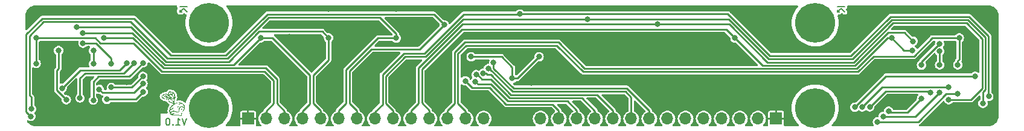
<source format=gbr>
%TF.GenerationSoftware,KiCad,Pcbnew,7.0.1*%
%TF.CreationDate,2023-08-09T15:39:39-03:00*%
%TF.ProjectId,QRE_12A,5152455f-3132-4412-9e6b-696361645f70,rev?*%
%TF.SameCoordinates,Original*%
%TF.FileFunction,Copper,L2,Bot*%
%TF.FilePolarity,Positive*%
%FSLAX46Y46*%
G04 Gerber Fmt 4.6, Leading zero omitted, Abs format (unit mm)*
G04 Created by KiCad (PCBNEW 7.0.1) date 2023-08-09 15:39:39*
%MOMM*%
%LPD*%
G01*
G04 APERTURE LIST*
%TA.AperFunction,NonConductor*%
%ADD10C,0.200000*%
%TD*%
%ADD11C,0.150000*%
%TA.AperFunction,NonConductor*%
%ADD12C,0.150000*%
%TD*%
%TA.AperFunction,ComponentPad*%
%ADD13C,3.600000*%
%TD*%
%TA.AperFunction,ConnectorPad*%
%ADD14C,5.600000*%
%TD*%
%TA.AperFunction,ComponentPad*%
%ADD15O,1.700000X1.700000*%
%TD*%
%TA.AperFunction,ComponentPad*%
%ADD16R,1.700000X1.700000*%
%TD*%
%TA.AperFunction,ViaPad*%
%ADD17C,0.800000*%
%TD*%
%TA.AperFunction,Conductor*%
%ADD18C,0.250000*%
%TD*%
G04 APERTURE END LIST*
D10*
X192625000Y-100150000D02*
X193675000Y-100150000D01*
X192625000Y-100937500D02*
X192625000Y-100675000D01*
X193150000Y-100412500D02*
X192625000Y-100937500D01*
X100400000Y-100912500D02*
X100662500Y-100912500D01*
X100400000Y-100125000D02*
X101450000Y-100125000D01*
X100925000Y-100387500D02*
X100400000Y-100912500D01*
X193150000Y-100412500D02*
X193675000Y-100937500D01*
X100400000Y-100912500D02*
X100400000Y-100650000D01*
X100662500Y-100912500D02*
X100400000Y-100650000D01*
X192887500Y-100937500D02*
X192625000Y-100675000D01*
X192625000Y-100937500D02*
X192887500Y-100937500D01*
X100925000Y-100387500D02*
X101450000Y-100912500D01*
D11*
D12*
X101404761Y-115877619D02*
X101071428Y-116877619D01*
X101071428Y-116877619D02*
X100738095Y-115877619D01*
X99880952Y-116877619D02*
X100452380Y-116877619D01*
X100166666Y-116877619D02*
X100166666Y-115877619D01*
X100166666Y-115877619D02*
X100261904Y-116020476D01*
X100261904Y-116020476D02*
X100357142Y-116115714D01*
X100357142Y-116115714D02*
X100452380Y-116163333D01*
X99452380Y-116782380D02*
X99404761Y-116830000D01*
X99404761Y-116830000D02*
X99452380Y-116877619D01*
X99452380Y-116877619D02*
X99499999Y-116830000D01*
X99499999Y-116830000D02*
X99452380Y-116782380D01*
X99452380Y-116782380D02*
X99452380Y-116877619D01*
X98785714Y-115877619D02*
X98690476Y-115877619D01*
X98690476Y-115877619D02*
X98595238Y-115925238D01*
X98595238Y-115925238D02*
X98547619Y-115972857D01*
X98547619Y-115972857D02*
X98500000Y-116068095D01*
X98500000Y-116068095D02*
X98452381Y-116258571D01*
X98452381Y-116258571D02*
X98452381Y-116496666D01*
X98452381Y-116496666D02*
X98500000Y-116687142D01*
X98500000Y-116687142D02*
X98547619Y-116782380D01*
X98547619Y-116782380D02*
X98595238Y-116830000D01*
X98595238Y-116830000D02*
X98690476Y-116877619D01*
X98690476Y-116877619D02*
X98785714Y-116877619D01*
X98785714Y-116877619D02*
X98880952Y-116830000D01*
X98880952Y-116830000D02*
X98928571Y-116782380D01*
X98928571Y-116782380D02*
X98976190Y-116687142D01*
X98976190Y-116687142D02*
X99023809Y-116496666D01*
X99023809Y-116496666D02*
X99023809Y-116258571D01*
X99023809Y-116258571D02*
X98976190Y-116068095D01*
X98976190Y-116068095D02*
X98928571Y-115972857D01*
X98928571Y-115972857D02*
X98880952Y-115925238D01*
X98880952Y-115925238D02*
X98785714Y-115877619D01*
%TA.AperFunction,EtchedComponent*%
%TO.C,G\u002A\u002A\u002A*%
G36*
X100729408Y-114547399D02*
G01*
X100748504Y-114553957D01*
X100765309Y-114570019D01*
X100775708Y-114591706D01*
X100776963Y-114604074D01*
X100771923Y-114619817D01*
X100758044Y-114636160D01*
X100734018Y-114654539D01*
X100698537Y-114676389D01*
X100681525Y-114685879D01*
X100655839Y-114698930D01*
X100635111Y-114707923D01*
X100622691Y-114711314D01*
X100603634Y-114706207D01*
X100587233Y-114691403D01*
X100576910Y-114670861D01*
X100574621Y-114648588D01*
X100582319Y-114628588D01*
X100583405Y-114627306D01*
X100595983Y-114616984D01*
X100616734Y-114603274D01*
X100642390Y-114587991D01*
X100669683Y-114572947D01*
X100695343Y-114559957D01*
X100716101Y-114550833D01*
X100728690Y-114547389D01*
X100729408Y-114547399D01*
G37*
%TD.AperFunction*%
%TA.AperFunction,EtchedComponent*%
G36*
X100275468Y-114190322D02*
G01*
X100291825Y-114204899D01*
X100300212Y-114225266D01*
X100299223Y-114247928D01*
X100287457Y-114269391D01*
X100278005Y-114277042D01*
X100258991Y-114289763D01*
X100233483Y-114305478D01*
X100204319Y-114322377D01*
X100176014Y-114337631D01*
X100149418Y-114350695D01*
X100128673Y-114359535D01*
X100116742Y-114362785D01*
X100105228Y-114360262D01*
X100087252Y-114348358D01*
X100073174Y-114330800D01*
X100067483Y-114312200D01*
X100071976Y-114295309D01*
X100082867Y-114278409D01*
X100087304Y-114274138D01*
X100105209Y-114260599D01*
X100130195Y-114244522D01*
X100159182Y-114227592D01*
X100189093Y-114211493D01*
X100216848Y-114197908D01*
X100239371Y-114188523D01*
X100253582Y-114185020D01*
X100275468Y-114190322D01*
G37*
%TD.AperFunction*%
%TA.AperFunction,EtchedComponent*%
G36*
X99815961Y-112918331D02*
G01*
X99814583Y-112967862D01*
X99800757Y-113026264D01*
X99775824Y-113081080D01*
X99740846Y-113129804D01*
X99696887Y-113169930D01*
X99678404Y-113183378D01*
X99688751Y-113231238D01*
X99698324Y-113283516D01*
X99707598Y-113355295D01*
X99714330Y-113433507D01*
X99718341Y-113514307D01*
X99719226Y-113577784D01*
X99719450Y-113593847D01*
X99717477Y-113668283D01*
X99712244Y-113733769D01*
X99711716Y-113738425D01*
X99709413Y-113762536D01*
X99708436Y-113780163D01*
X99708996Y-113787767D01*
X99710847Y-113787764D01*
X99722517Y-113784023D01*
X99742248Y-113776107D01*
X99767093Y-113765163D01*
X99789587Y-113755106D01*
X99885691Y-113716815D01*
X99980082Y-113686435D01*
X99991957Y-113683147D01*
X100014958Y-113677446D01*
X100030213Y-113675502D01*
X100041539Y-113677080D01*
X100052753Y-113681944D01*
X100065623Y-113690114D01*
X100077700Y-113706587D01*
X100081157Y-113730909D01*
X100077562Y-113747202D01*
X100064684Y-113762127D01*
X100041047Y-113775314D01*
X100005196Y-113787855D01*
X99987369Y-113793287D01*
X99884397Y-113829926D01*
X99779459Y-113875556D01*
X99677145Y-113928035D01*
X99582046Y-113985223D01*
X99488555Y-114051097D01*
X99389251Y-114133571D01*
X99301538Y-114221201D01*
X99225769Y-114313553D01*
X99162292Y-114410193D01*
X99111459Y-114510689D01*
X99073620Y-114614606D01*
X99062830Y-114651057D01*
X99088266Y-114635982D01*
X99141128Y-114604790D01*
X99213263Y-114562704D01*
X99279103Y-114524872D01*
X99337884Y-114491713D01*
X99388845Y-114463645D01*
X99431221Y-114441085D01*
X99464251Y-114424454D01*
X99487171Y-114414168D01*
X99499217Y-114410646D01*
X99508059Y-114411385D01*
X99529481Y-114420818D01*
X99543357Y-114438528D01*
X99547853Y-114461233D01*
X99541133Y-114485648D01*
X99540291Y-114486663D01*
X99530051Y-114494443D01*
X99509592Y-114507951D01*
X99480233Y-114526380D01*
X99443289Y-114548924D01*
X99400078Y-114574777D01*
X99351917Y-114603132D01*
X99300124Y-114633183D01*
X99285974Y-114641341D01*
X99234892Y-114670896D01*
X99187664Y-114698380D01*
X99145626Y-114723006D01*
X99110113Y-114743986D01*
X99082460Y-114760533D01*
X99064002Y-114771858D01*
X99056074Y-114777174D01*
X99053657Y-114780682D01*
X99049411Y-114797407D01*
X99047526Y-114823181D01*
X99048002Y-114854868D01*
X99050841Y-114889330D01*
X99056042Y-114923432D01*
X99056185Y-114924165D01*
X99062113Y-114950874D01*
X99069590Y-114979595D01*
X99077673Y-115007264D01*
X99085416Y-115030819D01*
X99091876Y-115047198D01*
X99096108Y-115053338D01*
X99096316Y-115053309D01*
X99103534Y-115048111D01*
X99117174Y-115035684D01*
X99134470Y-115018539D01*
X99136943Y-115016017D01*
X99201457Y-114959733D01*
X99273981Y-114913699D01*
X99354999Y-114877698D01*
X99444996Y-114851513D01*
X99544457Y-114834928D01*
X99556979Y-114833642D01*
X99594701Y-114831673D01*
X99632512Y-114833031D01*
X99672138Y-114838128D01*
X99715306Y-114847382D01*
X99763743Y-114861205D01*
X99819173Y-114880012D01*
X99883325Y-114904219D01*
X99957923Y-114934240D01*
X99961492Y-114935707D01*
X100003313Y-114952619D01*
X100035520Y-114964857D01*
X100060803Y-114973223D01*
X100081853Y-114978518D01*
X100101360Y-114981542D01*
X100122014Y-114983097D01*
X100146252Y-114983858D01*
X100167471Y-114982623D01*
X100183932Y-114978234D01*
X100200489Y-114969873D01*
X100213409Y-114961112D01*
X100241178Y-114934669D01*
X100264790Y-114902605D01*
X100279976Y-114870272D01*
X100281546Y-114862594D01*
X100284061Y-114840722D01*
X100286563Y-114808532D01*
X100288920Y-114768064D01*
X100291004Y-114721360D01*
X100292683Y-114670458D01*
X100293724Y-114633859D01*
X100295280Y-114586827D01*
X100296920Y-114550166D01*
X100298831Y-114521864D01*
X100301199Y-114499912D01*
X100304209Y-114482297D01*
X100308049Y-114467009D01*
X100312903Y-114452038D01*
X100323883Y-114423961D01*
X100352845Y-114370853D01*
X100390704Y-114325326D01*
X100438961Y-114285752D01*
X100499120Y-114250505D01*
X100564993Y-114224056D01*
X100635395Y-114209650D01*
X100707199Y-114208397D01*
X100779695Y-114220180D01*
X100852171Y-114244880D01*
X100923917Y-114282381D01*
X100994222Y-114332563D01*
X100995313Y-114333451D01*
X101014013Y-114348263D01*
X101028187Y-114358784D01*
X101034843Y-114362786D01*
X101036321Y-114361741D01*
X101038520Y-114350996D01*
X101038758Y-114331117D01*
X101037261Y-114305211D01*
X101034257Y-114276386D01*
X101029970Y-114247748D01*
X101024628Y-114222406D01*
X101019565Y-114204058D01*
X100989620Y-114125893D01*
X100947628Y-114051168D01*
X100894834Y-113981366D01*
X100832482Y-113917972D01*
X100761817Y-113862471D01*
X100684085Y-113816345D01*
X100654576Y-113801402D01*
X100470862Y-113907747D01*
X100450915Y-113919238D01*
X100405980Y-113944715D01*
X100364908Y-113967447D01*
X100329283Y-113986592D01*
X100300686Y-114001308D01*
X100280699Y-114010756D01*
X100270906Y-114014092D01*
X100270169Y-114014081D01*
X100250804Y-114007802D01*
X100232842Y-113992834D01*
X100221427Y-113973410D01*
X100219451Y-113964419D01*
X100220430Y-113953354D01*
X100226452Y-113941909D01*
X100238692Y-113929081D01*
X100258323Y-113913870D01*
X100286522Y-113895274D01*
X100324461Y-113872292D01*
X100373317Y-113843923D01*
X100397340Y-113830072D01*
X100434096Y-113808615D01*
X100465570Y-113789910D01*
X100490109Y-113774958D01*
X100506059Y-113764756D01*
X100511769Y-113760302D01*
X100511514Y-113759675D01*
X100502791Y-113756290D01*
X100483603Y-113752660D01*
X100456612Y-113749064D01*
X100424480Y-113745782D01*
X100389869Y-113743092D01*
X100355439Y-113741274D01*
X100323854Y-113740606D01*
X100300106Y-113740459D01*
X100276010Y-113739475D01*
X100260168Y-113737071D01*
X100249409Y-113732681D01*
X100240562Y-113725740D01*
X100234267Y-113718434D01*
X100225462Y-113696058D01*
X100226794Y-113672082D01*
X100238412Y-113651723D01*
X100241538Y-113648831D01*
X100249232Y-113644026D01*
X100260336Y-113640892D01*
X100277416Y-113639081D01*
X100303037Y-113638249D01*
X100339764Y-113638049D01*
X100435456Y-113642672D01*
X100540904Y-113659197D01*
X100640688Y-113687317D01*
X100734112Y-113726621D01*
X100820479Y-113776697D01*
X100899094Y-113837133D01*
X100969260Y-113907519D01*
X101030280Y-113987442D01*
X101081459Y-114076491D01*
X101088154Y-114090473D01*
X101119470Y-114171607D01*
X101137880Y-114253109D01*
X101143341Y-114335536D01*
X101135810Y-114419443D01*
X101115245Y-114505387D01*
X101081603Y-114593926D01*
X101034842Y-114685616D01*
X101034055Y-114686989D01*
X101019565Y-114711338D01*
X100999416Y-114743997D01*
X100975408Y-114782108D01*
X100949340Y-114822814D01*
X100923010Y-114863256D01*
X100922439Y-114864126D01*
X100891690Y-114910241D01*
X100866794Y-114945584D01*
X100846604Y-114971103D01*
X100829971Y-114987744D01*
X100815747Y-114996455D01*
X100802784Y-114998181D01*
X100789934Y-114993871D01*
X100776050Y-114984470D01*
X100775071Y-114983692D01*
X100763975Y-114972668D01*
X100758147Y-114960350D01*
X100758074Y-114945128D01*
X100764247Y-114925396D01*
X100777154Y-114899545D01*
X100797285Y-114865967D01*
X100825127Y-114823055D01*
X100841197Y-114798680D01*
X100885489Y-114730088D01*
X100922081Y-114670963D01*
X100951543Y-114620338D01*
X100974444Y-114577245D01*
X100991354Y-114540716D01*
X101012244Y-114490996D01*
X100979150Y-114457139D01*
X100977810Y-114455779D01*
X100948317Y-114429335D01*
X100911705Y-114401314D01*
X100872149Y-114374552D01*
X100833823Y-114351880D01*
X100800901Y-114336134D01*
X100766132Y-114324530D01*
X100702775Y-114313459D01*
X100640164Y-114314860D01*
X100580033Y-114328443D01*
X100524121Y-114353915D01*
X100474163Y-114390985D01*
X100454690Y-114410455D01*
X100436167Y-114433978D01*
X100421803Y-114460038D01*
X100411119Y-114490481D01*
X100403634Y-114527155D01*
X100398866Y-114571904D01*
X100396337Y-114626575D01*
X100395565Y-114693015D01*
X100395285Y-114737111D01*
X100393888Y-114789479D01*
X100391022Y-114832084D01*
X100386356Y-114867202D01*
X100379561Y-114897108D01*
X100370306Y-114924076D01*
X100358264Y-114950383D01*
X100341172Y-114977786D01*
X100310599Y-115013367D01*
X100274483Y-115045153D01*
X100237130Y-115068930D01*
X100231106Y-115071869D01*
X100198261Y-115084498D01*
X100164155Y-115091230D01*
X100127058Y-115091853D01*
X100085243Y-115086151D01*
X100036978Y-115073912D01*
X99980534Y-115054920D01*
X99914183Y-115028962D01*
X99887093Y-115017859D01*
X99833256Y-114996029D01*
X99789222Y-114978765D01*
X99753048Y-114965539D01*
X99722793Y-114955821D01*
X99696514Y-114949083D01*
X99672267Y-114944795D01*
X99648112Y-114942430D01*
X99622104Y-114941459D01*
X99592301Y-114941352D01*
X99590811Y-114941360D01*
X99545891Y-114942286D01*
X99510167Y-114944828D01*
X99479335Y-114949443D01*
X99449090Y-114956591D01*
X99404978Y-114970502D01*
X99336411Y-114999958D01*
X99274178Y-115036505D01*
X99220637Y-115078677D01*
X99178145Y-115125008D01*
X99149570Y-115162855D01*
X99168630Y-115191852D01*
X99179901Y-115206958D01*
X99197142Y-115227190D01*
X99217376Y-115249193D01*
X99238224Y-115270537D01*
X99257307Y-115288792D01*
X99272247Y-115301527D01*
X99280664Y-115306312D01*
X99285603Y-115304241D01*
X99301146Y-115296169D01*
X99325517Y-115282870D01*
X99357047Y-115265266D01*
X99394069Y-115244284D01*
X99434912Y-115220848D01*
X99457417Y-115207958D01*
X99500494Y-115183890D01*
X99537878Y-115163827D01*
X99568069Y-115148540D01*
X99589569Y-115138801D01*
X99600877Y-115135384D01*
X99606275Y-115135692D01*
X99627401Y-115143799D01*
X99642292Y-115160169D01*
X99649497Y-115181118D01*
X99647561Y-115202961D01*
X99635034Y-115222015D01*
X99624899Y-115229347D01*
X99604775Y-115242248D01*
X99577032Y-115259217D01*
X99543859Y-115278915D01*
X99507450Y-115300002D01*
X99395249Y-115364181D01*
X99424841Y-115372749D01*
X99453851Y-115380100D01*
X99492890Y-115386923D01*
X99537172Y-115391299D01*
X99588770Y-115393355D01*
X99649757Y-115393220D01*
X99722207Y-115391021D01*
X99757210Y-115389669D01*
X99865880Y-115386389D01*
X99962706Y-115384962D01*
X100047346Y-115385384D01*
X100119459Y-115387650D01*
X100178703Y-115391756D01*
X100224737Y-115397697D01*
X100300494Y-115412706D01*
X100431965Y-115448169D01*
X100554630Y-115494047D01*
X100560524Y-115495809D01*
X100565409Y-115491841D01*
X100566595Y-115477122D01*
X100567519Y-115461324D01*
X100572181Y-115428326D01*
X100580094Y-115387343D01*
X100590492Y-115341354D01*
X100602612Y-115293340D01*
X100615687Y-115246279D01*
X100628952Y-115203150D01*
X100641644Y-115166935D01*
X100652996Y-115140611D01*
X100664608Y-115126274D01*
X100684713Y-115116848D01*
X100707194Y-115116826D01*
X100728011Y-115126041D01*
X100743122Y-115144326D01*
X100743644Y-115145434D01*
X100746936Y-115154981D01*
X100747491Y-115166009D01*
X100744843Y-115181366D01*
X100738527Y-115203903D01*
X100728078Y-115236468D01*
X100723155Y-115251562D01*
X100706437Y-115305719D01*
X100693790Y-115352778D01*
X100684122Y-115397103D01*
X100676341Y-115443055D01*
X100676162Y-115444251D01*
X100671888Y-115472706D01*
X100667967Y-115498561D01*
X100665226Y-115516353D01*
X100663109Y-115525131D01*
X100649835Y-115551052D01*
X100628974Y-115574543D01*
X100604538Y-115590693D01*
X100588002Y-115596489D01*
X100566524Y-115599192D01*
X100541682Y-115596398D01*
X100510614Y-115587727D01*
X100470457Y-115572795D01*
X100414078Y-115552094D01*
X100315855Y-115523549D01*
X100207645Y-115500883D01*
X100204257Y-115500301D01*
X100171767Y-115495782D01*
X100133798Y-115492345D01*
X100089184Y-115489972D01*
X100036758Y-115488645D01*
X99975355Y-115488347D01*
X99903810Y-115489059D01*
X99820955Y-115490763D01*
X99725626Y-115493441D01*
X99715714Y-115493742D01*
X99645321Y-115495405D01*
X99586181Y-115495695D01*
X99536190Y-115494407D01*
X99493243Y-115491340D01*
X99455235Y-115486290D01*
X99420063Y-115479055D01*
X99385621Y-115469431D01*
X99349805Y-115457216D01*
X99333318Y-115450879D01*
X99257853Y-115413149D01*
X99188279Y-115363606D01*
X99125708Y-115303150D01*
X99071253Y-115232675D01*
X99059216Y-115214036D01*
X99010955Y-115124670D01*
X98975558Y-115031704D01*
X98952971Y-114935832D01*
X98943140Y-114837754D01*
X98946009Y-114738164D01*
X98961524Y-114637760D01*
X98989630Y-114537239D01*
X99030273Y-114437297D01*
X99083398Y-114338631D01*
X99148950Y-114241938D01*
X99179687Y-114203295D01*
X99234610Y-114141718D01*
X99296461Y-114079526D01*
X99361937Y-114019829D01*
X99427736Y-113965735D01*
X99490557Y-113920352D01*
X99508317Y-113907892D01*
X99522079Y-113896826D01*
X99527349Y-113890580D01*
X99522649Y-113884198D01*
X99508135Y-113872662D01*
X99486317Y-113857928D01*
X99459754Y-113841566D01*
X99431008Y-113825148D01*
X99402639Y-113810247D01*
X99377207Y-113798433D01*
X99358738Y-113791118D01*
X99323234Y-113778464D01*
X99283790Y-113765642D01*
X99246038Y-113754537D01*
X99241674Y-113753326D01*
X99152793Y-113722972D01*
X99069203Y-113683674D01*
X98992832Y-113636614D01*
X98925610Y-113582972D01*
X98869466Y-113523930D01*
X98863343Y-113516376D01*
X98835934Y-113481092D01*
X98817287Y-113453425D01*
X98806726Y-113431557D01*
X98803573Y-113413672D01*
X98807150Y-113397951D01*
X98816782Y-113382578D01*
X98831224Y-113369592D01*
X98853079Y-113364563D01*
X98866838Y-113365611D01*
X98882235Y-113371691D01*
X98896567Y-113385371D01*
X98913137Y-113409101D01*
X98937600Y-113442468D01*
X98970458Y-113479600D01*
X99007276Y-113515592D01*
X99044117Y-113546316D01*
X99083399Y-113573328D01*
X99155568Y-113611547D01*
X99236879Y-113641296D01*
X99241728Y-113642747D01*
X99306305Y-113662662D01*
X99359637Y-113680389D01*
X99403695Y-113696651D01*
X99440447Y-113712174D01*
X99471866Y-113727682D01*
X99480533Y-113732253D01*
X99502480Y-113743145D01*
X99518433Y-113750058D01*
X99525414Y-113751657D01*
X99524867Y-113747021D01*
X99518925Y-113732108D01*
X99508095Y-113709140D01*
X99493507Y-113680255D01*
X99476292Y-113647588D01*
X99457579Y-113613274D01*
X99438500Y-113579450D01*
X99420185Y-113548253D01*
X99403764Y-113521817D01*
X99383772Y-113491940D01*
X99322699Y-113410061D01*
X99253200Y-113328356D01*
X99178465Y-113250436D01*
X99101687Y-113179913D01*
X99075999Y-113157946D01*
X99049551Y-113181839D01*
X99008301Y-113213408D01*
X98953374Y-113241464D01*
X98895158Y-113257783D01*
X98835580Y-113262063D01*
X98776566Y-113254004D01*
X98720042Y-113233304D01*
X98716504Y-113231553D01*
X98693045Y-113220554D01*
X98677690Y-113215295D01*
X98666999Y-113214976D01*
X98657534Y-113218801D01*
X98654261Y-113220534D01*
X98633935Y-113229181D01*
X98607483Y-113238400D01*
X98579604Y-113246760D01*
X98554994Y-113252827D01*
X98538350Y-113255168D01*
X98526962Y-113253024D01*
X98508131Y-113241142D01*
X98493799Y-113222666D01*
X98488102Y-113201974D01*
X98488408Y-113196792D01*
X98497642Y-113175356D01*
X98519360Y-113158367D01*
X98553055Y-113146260D01*
X98574015Y-113139623D01*
X98602843Y-113127730D01*
X98630475Y-113113935D01*
X98646145Y-113105549D01*
X98669888Y-113095869D01*
X98689082Y-113094645D01*
X98707935Y-113102059D01*
X98730655Y-113118294D01*
X98742074Y-113126326D01*
X98775590Y-113143157D01*
X98812802Y-113154983D01*
X98847052Y-113159448D01*
X98858510Y-113158877D01*
X98895754Y-113151161D01*
X98932667Y-113136330D01*
X98962674Y-113116809D01*
X98988530Y-113094458D01*
X98923364Y-113056891D01*
X99128465Y-113056891D01*
X99131507Y-113066663D01*
X99146100Y-113082557D01*
X99172486Y-113104751D01*
X99203683Y-113130592D01*
X99260238Y-113183154D01*
X99318547Y-113243776D01*
X99376129Y-113309695D01*
X99430501Y-113378147D01*
X99479184Y-113446368D01*
X99481350Y-113449619D01*
X99499308Y-113477586D01*
X99519023Y-113509751D01*
X99539216Y-113543855D01*
X99558607Y-113577636D01*
X99575916Y-113608835D01*
X99589863Y-113635189D01*
X99599170Y-113654440D01*
X99602557Y-113664326D01*
X99602931Y-113666900D01*
X99609394Y-113672234D01*
X99610178Y-113671721D01*
X99612607Y-113661916D01*
X99614397Y-113641435D01*
X99615552Y-113612612D01*
X99616072Y-113577784D01*
X99615959Y-113539287D01*
X99615214Y-113499456D01*
X99613840Y-113460630D01*
X99611837Y-113425142D01*
X99609208Y-113395330D01*
X99608740Y-113391248D01*
X99603764Y-113353416D01*
X99597576Y-113313055D01*
X99591404Y-113278238D01*
X99580512Y-113222680D01*
X99538444Y-113226057D01*
X99485982Y-113224899D01*
X99429136Y-113211635D01*
X99375723Y-113186855D01*
X99327626Y-113151696D01*
X99286725Y-113107293D01*
X99254901Y-113054783D01*
X99249486Y-113043475D01*
X99239578Y-113025317D01*
X99229598Y-113014462D01*
X99215530Y-113007366D01*
X99193357Y-113000485D01*
X99173400Y-112994932D01*
X99155087Y-112990299D01*
X99145654Y-112988520D01*
X99143876Y-112989556D01*
X99139332Y-112999841D01*
X99135857Y-113017577D01*
X99135015Y-113023985D01*
X99131688Y-113043871D01*
X99128465Y-113056891D01*
X98923364Y-113056891D01*
X98921210Y-113055649D01*
X98901863Y-113044716D01*
X98865981Y-113025296D01*
X98831008Y-113007273D01*
X98802348Y-112993472D01*
X98783959Y-112985277D01*
X98762975Y-112977153D01*
X98745944Y-112973466D01*
X98727819Y-112973314D01*
X98703552Y-112975793D01*
X98692906Y-112977174D01*
X98624904Y-112989863D01*
X98553013Y-113009110D01*
X98483160Y-113033369D01*
X98465023Y-113040420D01*
X98438107Y-113050129D01*
X98419366Y-113054941D01*
X98405885Y-113055129D01*
X98394751Y-113050964D01*
X98383049Y-113042721D01*
X98369047Y-113024343D01*
X98364796Y-113000078D01*
X98371824Y-112974933D01*
X98375078Y-112971734D01*
X98389180Y-112963108D01*
X98411220Y-112951927D01*
X98438049Y-112939565D01*
X98466520Y-112927396D01*
X98493488Y-112916792D01*
X98515803Y-112909127D01*
X98530319Y-112905774D01*
X98534535Y-112904914D01*
X98531261Y-112902358D01*
X98517506Y-112898609D01*
X98495159Y-112893981D01*
X98466109Y-112888786D01*
X98432244Y-112883339D01*
X98395454Y-112877952D01*
X98357626Y-112872940D01*
X98320649Y-112868616D01*
X98286413Y-112865292D01*
X98283828Y-112865073D01*
X98246609Y-112861598D01*
X98220365Y-112858221D01*
X98202563Y-112854408D01*
X98190668Y-112849625D01*
X98182146Y-112843340D01*
X98175314Y-112835567D01*
X98167141Y-112814697D01*
X98169752Y-112793403D01*
X98181642Y-112774594D01*
X98201311Y-112761175D01*
X98227255Y-112756057D01*
X98227458Y-112756057D01*
X98252412Y-112757055D01*
X98286985Y-112759731D01*
X98327325Y-112763679D01*
X98369580Y-112768489D01*
X98409896Y-112773753D01*
X98444423Y-112779063D01*
X98459523Y-112781538D01*
X98478748Y-112783772D01*
X98486409Y-112782358D01*
X98482375Y-112776612D01*
X98466513Y-112765849D01*
X98438691Y-112749386D01*
X98438362Y-112749195D01*
X98407132Y-112728335D01*
X98388625Y-112708786D01*
X98382116Y-112689425D01*
X98386881Y-112669131D01*
X98397138Y-112654492D01*
X98413665Y-112640565D01*
X98424113Y-112635562D01*
X98437167Y-112634373D01*
X98454688Y-112640102D01*
X98466951Y-112645691D01*
X98502096Y-112665622D01*
X98541940Y-112692460D01*
X98583410Y-112723811D01*
X98623434Y-112757283D01*
X98658940Y-112790480D01*
X98686857Y-112821009D01*
X98692967Y-112827367D01*
X98711229Y-112840323D01*
X98739223Y-112854658D01*
X98778715Y-112871342D01*
X98797694Y-112879128D01*
X98842782Y-112899140D01*
X98890753Y-112922103D01*
X98937696Y-112946051D01*
X98979700Y-112969019D01*
X99012853Y-112989040D01*
X99035074Y-113003537D01*
X99035074Y-112962258D01*
X99034592Y-112941619D01*
X99031438Y-112923881D01*
X99023313Y-112908587D01*
X99007932Y-112889620D01*
X98997260Y-112876903D01*
X98976947Y-112851183D01*
X98959888Y-112827880D01*
X98945869Y-112809958D01*
X98928347Y-112796476D01*
X98903743Y-112787034D01*
X98892406Y-112784057D01*
X98863073Y-112778693D01*
X98836863Y-112776568D01*
X98828056Y-112776260D01*
X98807434Y-112773234D01*
X98793944Y-112768022D01*
X98791231Y-112765311D01*
X98781429Y-112751431D01*
X98768725Y-112729932D01*
X98755169Y-112704190D01*
X98739768Y-112676193D01*
X98700681Y-112624100D01*
X98653310Y-112582885D01*
X98597578Y-112552486D01*
X98533406Y-112532844D01*
X98489830Y-112526876D01*
X98427343Y-112529633D01*
X98365034Y-112545981D01*
X98340660Y-112555810D01*
X98305850Y-112574103D01*
X98273561Y-112597768D01*
X98239021Y-112629987D01*
X98200770Y-112668544D01*
X98153330Y-112663780D01*
X98141023Y-112662877D01*
X98092108Y-112666361D01*
X98048978Y-112680762D01*
X98013011Y-112704925D01*
X97985584Y-112737694D01*
X97968074Y-112777913D01*
X97961859Y-112824428D01*
X97966091Y-112864259D01*
X97981762Y-112905993D01*
X98007856Y-112940412D01*
X98043176Y-112966388D01*
X98086522Y-112982799D01*
X98136696Y-112988520D01*
X98182284Y-112988520D01*
X98237764Y-113044985D01*
X98257061Y-113064245D01*
X98281823Y-113087977D01*
X98303486Y-113107706D01*
X98318883Y-113120485D01*
X98333396Y-113132622D01*
X98342262Y-113146107D01*
X98344522Y-113163158D01*
X98344361Y-113167658D01*
X98337017Y-113191682D01*
X98320545Y-113208079D01*
X98297441Y-113214145D01*
X98294883Y-113214009D01*
X98274838Y-113207903D01*
X98248927Y-113194175D01*
X98220163Y-113174820D01*
X98191560Y-113151833D01*
X98166129Y-113127209D01*
X98149247Y-113109852D01*
X98134851Y-113099297D01*
X98118434Y-113093802D01*
X98094508Y-113090558D01*
X98062688Y-113085208D01*
X98009416Y-113066321D01*
X97962091Y-113036891D01*
X97921985Y-112998553D01*
X97890372Y-112952941D01*
X97868528Y-112901690D01*
X97857727Y-112846434D01*
X97859242Y-112788808D01*
X97864796Y-112760649D01*
X97885381Y-112706055D01*
X97917090Y-112656935D01*
X97958332Y-112615488D01*
X98007517Y-112583912D01*
X98017799Y-112579009D01*
X98045031Y-112568405D01*
X98072691Y-112562333D01*
X98107373Y-112559160D01*
X98125712Y-112558021D01*
X98147922Y-112555596D01*
X98163303Y-112551274D01*
X98176132Y-112543620D01*
X98190686Y-112531197D01*
X98241843Y-112491471D01*
X98305357Y-112457059D01*
X98372673Y-112434383D01*
X98442193Y-112423411D01*
X98512318Y-112424110D01*
X98581451Y-112436448D01*
X98647993Y-112460392D01*
X98710345Y-112495909D01*
X98766910Y-112542967D01*
X98773479Y-112549675D01*
X98797852Y-112577173D01*
X98820346Y-112606074D01*
X98836797Y-112631125D01*
X98846499Y-112647710D01*
X98857944Y-112663803D01*
X98867906Y-112671659D01*
X98878881Y-112673807D01*
X98882726Y-112673830D01*
X98890879Y-112672688D01*
X98894654Y-112667299D01*
X98895112Y-112654537D01*
X98893314Y-112631279D01*
X98891392Y-112613367D01*
X98886724Y-112593429D01*
X98877579Y-112576955D01*
X98861268Y-112557779D01*
X98824660Y-112511304D01*
X98798790Y-112460938D01*
X98785322Y-112407429D01*
X98784115Y-112366339D01*
X98888510Y-112366339D01*
X98888769Y-112380254D01*
X98892330Y-112410929D01*
X98901330Y-112437399D01*
X98917369Y-112462426D01*
X98942045Y-112488776D01*
X98976958Y-112519211D01*
X98986093Y-112527314D01*
X98993430Y-112537851D01*
X98996112Y-112552086D01*
X98995813Y-112574976D01*
X98995682Y-112598948D01*
X99004152Y-112663509D01*
X99024843Y-112724883D01*
X99056856Y-112780861D01*
X99099293Y-112829235D01*
X99143587Y-112864424D01*
X99194930Y-112891393D01*
X99251588Y-112907355D01*
X99279291Y-112912979D01*
X99302703Y-112920442D01*
X99317973Y-112930671D01*
X99328100Y-112945822D01*
X99336083Y-112968049D01*
X99352310Y-113011900D01*
X99375977Y-113051528D01*
X99406479Y-113081556D01*
X99445303Y-113103836D01*
X99463870Y-113111116D01*
X99492268Y-113119272D01*
X99517247Y-113123164D01*
X99535766Y-113122401D01*
X99544779Y-113116592D01*
X99545024Y-113112283D01*
X99541932Y-113096368D01*
X99535014Y-113073005D01*
X99525200Y-113045563D01*
X99475387Y-112932700D01*
X99409372Y-112814525D01*
X99330621Y-112699762D01*
X99316738Y-112681265D01*
X99299135Y-112658707D01*
X99285024Y-112644351D01*
X99271198Y-112636726D01*
X99254446Y-112634358D01*
X99231560Y-112635774D01*
X99199332Y-112639503D01*
X99171670Y-112641642D01*
X99140122Y-112639449D01*
X99118991Y-112630302D01*
X99107143Y-112613600D01*
X99103445Y-112588745D01*
X99103488Y-112586788D01*
X99110775Y-112564845D01*
X99129293Y-112548283D01*
X99157218Y-112538800D01*
X99187061Y-112533786D01*
X99134998Y-112484641D01*
X99127760Y-112477725D01*
X99101898Y-112450543D01*
X99086756Y-112428626D01*
X99081739Y-112410157D01*
X99086257Y-112393316D01*
X99099716Y-112376284D01*
X99108834Y-112368139D01*
X99121266Y-112361279D01*
X99134748Y-112360167D01*
X99150628Y-112365539D01*
X99170257Y-112378133D01*
X99194982Y-112398685D01*
X99226153Y-112427932D01*
X99265118Y-112466610D01*
X99298065Y-112499734D01*
X99322898Y-112524031D01*
X99339831Y-112538940D01*
X99349762Y-112544595D01*
X99353593Y-112541128D01*
X99352223Y-112528674D01*
X99346552Y-112507365D01*
X99337482Y-112477336D01*
X99333697Y-112463022D01*
X99331247Y-112432562D01*
X99339274Y-112410190D01*
X99357956Y-112395199D01*
X99360728Y-112393936D01*
X99385422Y-112389199D01*
X99406933Y-112397296D01*
X99425043Y-112417757D01*
X99439535Y-112450111D01*
X99450191Y-112493887D01*
X99456793Y-112548616D01*
X99459123Y-112613826D01*
X99459270Y-112697941D01*
X99490025Y-112745419D01*
X99501226Y-112763336D01*
X99527265Y-112808623D01*
X99554694Y-112860365D01*
X99581321Y-112914203D01*
X99604957Y-112965780D01*
X99623410Y-113010740D01*
X99629070Y-113025323D01*
X99638925Y-113048571D01*
X99646862Y-113064595D01*
X99651549Y-113070565D01*
X99652147Y-113070514D01*
X99661203Y-113063854D01*
X99673236Y-113048473D01*
X99686033Y-113027896D01*
X99697382Y-113005651D01*
X99705069Y-112985264D01*
X99709984Y-112956296D01*
X99710188Y-112918331D01*
X99704956Y-112881294D01*
X99694747Y-112851176D01*
X99693143Y-112848258D01*
X99681002Y-112830614D01*
X99663108Y-112808397D01*
X99642720Y-112785706D01*
X99635977Y-112778500D01*
X99618923Y-112758931D01*
X99607060Y-112743283D01*
X99602631Y-112734428D01*
X99603042Y-112730516D01*
X99606380Y-112714878D01*
X99611963Y-112694522D01*
X99620379Y-112660288D01*
X99626276Y-112595777D01*
X99619421Y-112532908D01*
X99600233Y-112473276D01*
X99569134Y-112418478D01*
X99526543Y-112370109D01*
X99497887Y-112345884D01*
X99449384Y-112315397D01*
X99397238Y-112295942D01*
X99339175Y-112286774D01*
X99272919Y-112287148D01*
X99205993Y-112291757D01*
X99175280Y-112261479D01*
X99150901Y-112239556D01*
X99120012Y-112219728D01*
X99087358Y-112209195D01*
X99048748Y-112206123D01*
X99019131Y-112208446D01*
X98975590Y-112221616D01*
X98939460Y-112245287D01*
X98912039Y-112278162D01*
X98894623Y-112318946D01*
X98888510Y-112366339D01*
X98784115Y-112366339D01*
X98783606Y-112349027D01*
X98787506Y-112317424D01*
X98803538Y-112263719D01*
X98829687Y-112216334D01*
X98864345Y-112176009D01*
X98905904Y-112143479D01*
X98952755Y-112119484D01*
X99003290Y-112104761D01*
X99055902Y-112100049D01*
X99108980Y-112106084D01*
X99160918Y-112123605D01*
X99210108Y-112153349D01*
X99244980Y-112179978D01*
X99326339Y-112183479D01*
X99370904Y-112186509D01*
X99419010Y-112193830D01*
X99461314Y-112206256D01*
X99502074Y-112225112D01*
X99545546Y-112251724D01*
X99586575Y-112283151D01*
X99636584Y-112335081D01*
X99676857Y-112394401D01*
X99706625Y-112459319D01*
X99725119Y-112528044D01*
X99731568Y-112598784D01*
X99725203Y-112669749D01*
X99717943Y-112709022D01*
X99743060Y-112736824D01*
X99760977Y-112759868D01*
X99785025Y-112801826D01*
X99803729Y-112848032D01*
X99814520Y-112892877D01*
X99816238Y-112908378D01*
X99815961Y-112918331D01*
G37*
%TD.AperFunction*%
%TD*%
D13*
%TO.P,REF\u002A\u002A,1*%
%TO.N,N/C*%
X189525000Y-114450000D03*
D14*
X189525000Y-114450000D03*
%TD*%
D13*
%TO.P,REF\u002A\u002A,1*%
%TO.N,N/C*%
X189525000Y-102450000D03*
D14*
X189525000Y-102450000D03*
%TD*%
D13*
%TO.P,REF\u002A\u002A,1*%
%TO.N,N/C*%
X104525000Y-102450000D03*
D14*
X104525000Y-102450000D03*
%TD*%
D15*
%TO.P,J1,1,Pin_1*%
%TO.N,VDD*%
X143025000Y-115950000D03*
%TO.P,J1,2,Pin_2*%
%TO.N,A0*%
X140485000Y-115950000D03*
%TO.P,J1,3,Pin_3*%
%TO.N,A1*%
X137945000Y-115950000D03*
%TO.P,J1,4,Pin_4*%
%TO.N,A2*%
X135405000Y-115950000D03*
%TO.P,J1,5,Pin_5*%
%TO.N,A3*%
X132865000Y-115950000D03*
%TO.P,J1,6,Pin_6*%
%TO.N,A4*%
X130325000Y-115950000D03*
%TO.P,J1,7,Pin_7*%
%TO.N,A5*%
X127785000Y-115950000D03*
%TO.P,J1,8,Pin_8*%
%TO.N,A6*%
X125245000Y-115950000D03*
%TO.P,J1,9,Pin_9*%
%TO.N,A7*%
X122705000Y-115950000D03*
%TO.P,J1,10,Pin_10*%
%TO.N,A8*%
X120165000Y-115950000D03*
%TO.P,J1,11,Pin_11*%
%TO.N,A9*%
X117625000Y-115950000D03*
%TO.P,J1,12,Pin_12*%
%TO.N,A10*%
X115085000Y-115950000D03*
%TO.P,J1,13,Pin_13*%
%TO.N,A11*%
X112545000Y-115950000D03*
D16*
%TO.P,J1,14,Pin_14*%
%TO.N,GND*%
X110005000Y-115950000D03*
%TD*%
D13*
%TO.P,REF\u002A\u002A,1*%
%TO.N,N/C*%
X104525000Y-114450000D03*
D14*
X104525000Y-114450000D03*
%TD*%
D15*
%TO.P,J2,1,Pin_1*%
%TO.N,VDD*%
X151025000Y-115950000D03*
%TO.P,J2,2,Pin_2*%
%TO.N,D11*%
X153565000Y-115950000D03*
%TO.P,J2,3,Pin_3*%
%TO.N,D10*%
X156105000Y-115950000D03*
%TO.P,J2,4,Pin_4*%
%TO.N,D9*%
X158645000Y-115950000D03*
%TO.P,J2,5,Pin_5*%
%TO.N,D8*%
X161185000Y-115950000D03*
%TO.P,J2,6,Pin_6*%
%TO.N,D7*%
X163725000Y-115950000D03*
%TO.P,J2,7,Pin_7*%
%TO.N,D6*%
X166265000Y-115950000D03*
%TO.P,J2,8,Pin_8*%
%TO.N,D5*%
X168805000Y-115950000D03*
%TO.P,J2,9,Pin_9*%
%TO.N,D4*%
X171345000Y-115950000D03*
%TO.P,J2,10,Pin_10*%
%TO.N,D3*%
X173885000Y-115950000D03*
%TO.P,J2,11,Pin_11*%
%TO.N,D2*%
X176425000Y-115950000D03*
%TO.P,J2,12,Pin_12*%
%TO.N,D1*%
X178965000Y-115950000D03*
%TO.P,J2,13,Pin_13*%
%TO.N,D0*%
X181505000Y-115950000D03*
D16*
%TO.P,J2,14,Pin_14*%
%TO.N,GND*%
X184045000Y-115950000D03*
%TD*%
D17*
%TO.N,A0*%
X209525000Y-108375000D03*
X209725000Y-104575000D03*
%TO.N,GND*%
X136675000Y-112450000D03*
X111600000Y-112450000D03*
X153575000Y-110550000D03*
X131600000Y-111675000D03*
X163725000Y-110550000D03*
X171325000Y-110550000D03*
X108475000Y-115950000D03*
X121450000Y-111675000D03*
X162450000Y-114850000D03*
X130775000Y-100500000D03*
X156125000Y-110550000D03*
X200225000Y-100500000D03*
X161175000Y-110550000D03*
X116375000Y-112450000D03*
X111775000Y-100500000D03*
X176425000Y-110550000D03*
X154825000Y-114850000D03*
X177675000Y-114800000D03*
X89775000Y-100500000D03*
X172625000Y-114825000D03*
X181525000Y-110550000D03*
X141775000Y-112450000D03*
X144275000Y-104400000D03*
X93025000Y-110800000D03*
X158625000Y-110550000D03*
X157375000Y-114850000D03*
X170075000Y-114850000D03*
X116375000Y-111675000D03*
X82225000Y-109950000D03*
X205750000Y-103350000D03*
X165000000Y-114850000D03*
X121275000Y-100500000D03*
X178975000Y-110550000D03*
X211775000Y-114925000D03*
X172775000Y-104400000D03*
X159925000Y-114850000D03*
X121450000Y-112450000D03*
X136675000Y-111675000D03*
X175150000Y-114800000D03*
X185575000Y-115950000D03*
X126500000Y-112450000D03*
X80275000Y-100500000D03*
X153775000Y-104400000D03*
X136175000Y-102450000D03*
X115775000Y-104400000D03*
X163275000Y-104400000D03*
X180250000Y-114750000D03*
X182275000Y-104400000D03*
X179600000Y-100725000D03*
X199800000Y-113225000D03*
X149750000Y-110900000D03*
X214775000Y-104300000D03*
X168825000Y-110550000D03*
X131600000Y-112450000D03*
X209750000Y-100450000D03*
X173875000Y-110550000D03*
X166275000Y-110550000D03*
X126500000Y-111675000D03*
X193350000Y-116475000D03*
X125275000Y-104400000D03*
%TO.N,A1*%
X200225000Y-104575000D03*
X206975000Y-106450500D03*
X206975000Y-108375000D03*
X203140757Y-106341959D03*
%TO.N,A2*%
X206975000Y-105400000D03*
X178275000Y-104600000D03*
X204425000Y-108400000D03*
X203246210Y-105037996D03*
%TO.N,A3*%
X208250000Y-113275000D03*
X167425000Y-102650500D03*
%TO.N,A4*%
X213050000Y-113800000D03*
X157600000Y-101926000D03*
%TO.N,A5*%
X148125000Y-101201500D03*
X213862098Y-112812098D03*
%TO.N,A6*%
X79525000Y-115625000D03*
X137525000Y-102725000D03*
%TO.N,A7*%
X130775000Y-104600000D03*
X79625000Y-114575000D03*
%TO.N,A8*%
X121275000Y-104550000D03*
X85925000Y-103025000D03*
X83425000Y-106350000D03*
X84500000Y-113275000D03*
%TO.N,A9*%
X90825000Y-108250000D03*
X86850000Y-105325000D03*
X86850000Y-103850000D03*
X111775000Y-104575000D03*
%TO.N,A10*%
X89775000Y-104575000D03*
X88300000Y-106375000D03*
X88300000Y-108250000D03*
%TO.N,A11*%
X80275000Y-108175000D03*
X80275000Y-104575000D03*
%TO.N,VCC*%
X147025000Y-110275000D03*
X150800000Y-107225000D03*
X141275000Y-107225000D03*
%TO.N,D0*%
X211950000Y-109975000D03*
X195075000Y-114325000D03*
%TO.N,D1*%
X208250000Y-111550000D03*
X196150000Y-114300000D03*
%TO.N,D2*%
X197174799Y-114299799D03*
X205700000Y-112274500D03*
%TO.N,D3*%
X209500000Y-112475000D03*
X198250000Y-116400000D03*
%TO.N,D4*%
X206925000Y-112274500D03*
X199075000Y-115625000D03*
%TO.N,D5*%
X199825000Y-114900500D03*
X204425000Y-113150000D03*
%TO.N,D6*%
X144425000Y-108075000D03*
X95250000Y-108100000D03*
X88300000Y-113350000D03*
%TO.N,D7*%
X93975000Y-108100000D03*
X143700500Y-108880816D03*
X86425000Y-113050000D03*
%TO.N,D8*%
X92975000Y-108125000D03*
X83924500Y-111650201D03*
X142950000Y-109549500D03*
%TO.N,D9*%
X141971030Y-109751053D03*
X90825000Y-111550000D03*
X95250000Y-109999500D03*
%TO.N,D10*%
X89125000Y-111825000D03*
X95262548Y-111011551D03*
X141858686Y-110744221D03*
%TO.N,D11*%
X140475000Y-110624500D03*
X95275000Y-112175000D03*
X90200000Y-113225000D03*
%TD*%
D18*
%TO.N,A0*%
X140485000Y-114860000D02*
X139425000Y-113800000D01*
X209725000Y-107625000D02*
X209525000Y-107825000D01*
X140572487Y-105650000D02*
X153300000Y-105650000D01*
X195511396Y-109350000D02*
X197711396Y-107150000D01*
X197711396Y-107150000D02*
X203358021Y-107150000D01*
X209725000Y-104575000D02*
X209725000Y-107625000D01*
X139425000Y-106797487D02*
X140572487Y-105650000D01*
X153300000Y-105650000D02*
X157000000Y-109350000D01*
X205933021Y-104575000D02*
X209725000Y-104575000D01*
X209525000Y-107825000D02*
X209525000Y-108375000D01*
X139425000Y-113800000D02*
X139425000Y-106797487D01*
X157000000Y-109350000D02*
X195511396Y-109350000D01*
X140485000Y-115950000D02*
X140485000Y-114860000D01*
X203358021Y-107150000D02*
X205933021Y-104575000D01*
%TO.N,A1*%
X201991959Y-106341959D02*
X200225000Y-104575000D01*
X138975000Y-113800000D02*
X138975000Y-106611091D01*
X137945000Y-114830000D02*
X138975000Y-113800000D01*
X137945000Y-115950000D02*
X137945000Y-114830000D01*
X206975000Y-106450500D02*
X206975000Y-108375000D01*
X140386091Y-105200000D02*
X153486396Y-105200000D01*
X157186396Y-108900000D02*
X195325000Y-108900000D01*
X199650000Y-104575000D02*
X200225000Y-104575000D01*
X153486396Y-105200000D02*
X157186396Y-108900000D01*
X195325000Y-108900000D02*
X199650000Y-104575000D01*
X138975000Y-106611091D02*
X140386091Y-105200000D01*
X203140757Y-106341959D02*
X201991959Y-106341959D01*
%TO.N,A2*%
X204425000Y-107950000D02*
X204425000Y-108400000D01*
X203246210Y-105037996D02*
X202033214Y-103825000D01*
X135405000Y-114780000D02*
X134375000Y-113750000D01*
X199725000Y-103825000D02*
X195100000Y-108450000D01*
X206975000Y-105400000D02*
X204425000Y-107950000D01*
X178250000Y-104600000D02*
X178275000Y-104600000D01*
X134375000Y-109011396D02*
X140011396Y-103375000D01*
X195100000Y-108450000D02*
X182125000Y-108450000D01*
X140011396Y-103375000D02*
X177025000Y-103375000D01*
X182125000Y-108450000D02*
X178275000Y-104600000D01*
X135405000Y-115950000D02*
X135405000Y-114780000D01*
X202033214Y-103825000D02*
X199725000Y-103825000D01*
X134375000Y-113750000D02*
X134375000Y-109011396D01*
X177025000Y-103375000D02*
X178250000Y-104600000D01*
%TO.N,A3*%
X177450500Y-102650500D02*
X182800000Y-108000000D01*
X140099500Y-102650500D02*
X167425000Y-102650500D01*
X212950000Y-104700000D02*
X212950000Y-111675000D01*
X210725000Y-102475000D02*
X212950000Y-104700000D01*
X200438604Y-102475000D02*
X210725000Y-102475000D01*
X132865000Y-114835000D02*
X133925000Y-113775000D01*
X211350000Y-113275000D02*
X208250000Y-113275000D01*
X212950000Y-111675000D02*
X211350000Y-113275000D01*
X182800000Y-108000000D02*
X194913604Y-108000000D01*
X132865000Y-115950000D02*
X132865000Y-114835000D01*
X194913604Y-108000000D02*
X200438604Y-102475000D01*
X133925000Y-108825000D02*
X140099500Y-102650500D01*
X167425000Y-102650500D02*
X177450500Y-102650500D01*
X133925000Y-113775000D02*
X133925000Y-108825000D01*
%TO.N,A4*%
X132025000Y-107225000D02*
X134888604Y-107225000D01*
X129300000Y-109950000D02*
X132025000Y-107225000D01*
X129300000Y-113825000D02*
X129300000Y-109950000D01*
X213400000Y-104513604D02*
X210911396Y-102025000D01*
X210911396Y-102025000D02*
X200252208Y-102025000D01*
X213050000Y-113800000D02*
X213050000Y-112211396D01*
X130325000Y-115950000D02*
X130325000Y-114850000D01*
X200252208Y-102025000D02*
X194727208Y-107550000D01*
X182986396Y-107550000D02*
X177362396Y-101926000D01*
X140187604Y-101926000D02*
X157600000Y-101926000D01*
X194727208Y-107550000D02*
X182986396Y-107550000D01*
X213050000Y-112211396D02*
X213400000Y-111861396D01*
X134888604Y-107225000D02*
X140187604Y-101926000D01*
X130325000Y-114850000D02*
X129300000Y-113825000D01*
X177362396Y-101926000D02*
X157600000Y-101926000D01*
X213400000Y-111861396D02*
X213400000Y-104513604D01*
%TO.N,A5*%
X127785000Y-114990000D02*
X128850000Y-113925000D01*
X127785000Y-115950000D02*
X127785000Y-114990000D01*
X140252208Y-101225000D02*
X148101500Y-101225000D01*
X213850000Y-112800000D02*
X213862098Y-112812098D01*
X183172792Y-107100000D02*
X194540812Y-107100000D01*
X131838604Y-106775000D02*
X134702208Y-106775000D01*
X200065812Y-101575000D02*
X211097792Y-101575000D01*
X148125000Y-101201500D02*
X148125500Y-101201000D01*
X134702208Y-106775000D02*
X140252208Y-101225000D01*
X194540812Y-107100000D02*
X200065812Y-101575000D01*
X177273792Y-101201000D02*
X183172792Y-107100000D01*
X128850000Y-113925000D02*
X128850000Y-109763604D01*
X128850000Y-109763604D02*
X131838604Y-106775000D01*
X148101500Y-101225000D02*
X148125000Y-101201500D01*
X211097792Y-101575000D02*
X213850000Y-104327208D01*
X148125500Y-101201000D02*
X177273792Y-101201000D01*
X213850000Y-104327208D02*
X213850000Y-112800000D01*
%TO.N,A6*%
X78879000Y-114979000D02*
X78879000Y-104096000D01*
X112677208Y-101250000D02*
X136050000Y-101250000D01*
X125245000Y-114820000D02*
X124200000Y-113775000D01*
X81125000Y-101850000D02*
X94000000Y-101850000D01*
X79525000Y-115625000D02*
X78879000Y-114979000D01*
X124200000Y-113775000D02*
X124200000Y-109250000D01*
X134075000Y-106175000D02*
X137525000Y-102725000D01*
X94000000Y-101850000D02*
X99175000Y-107025000D01*
X124200000Y-109250000D02*
X127275000Y-106175000D01*
X78879000Y-104096000D02*
X81125000Y-101850000D01*
X136050000Y-101250000D02*
X137525000Y-102725000D01*
X125245000Y-115950000D02*
X125245000Y-114820000D01*
X127275000Y-106175000D02*
X134075000Y-106175000D01*
X106902208Y-107025000D02*
X112677208Y-101250000D01*
X99175000Y-107025000D02*
X106902208Y-107025000D01*
%TO.N,A7*%
X130775000Y-104000000D02*
X130775000Y-104600000D01*
X112863604Y-101700000D02*
X128475000Y-101700000D01*
X123750000Y-113775000D02*
X123750000Y-109063604D01*
X98672792Y-107475000D02*
X107088604Y-107475000D01*
X93497792Y-102300000D02*
X98672792Y-107475000D01*
X79329000Y-112629000D02*
X79329000Y-104282396D01*
X128475000Y-101700000D02*
X130775000Y-104000000D01*
X81311396Y-102300000D02*
X93497792Y-102300000D01*
X123750000Y-109063604D02*
X128213604Y-104600000D01*
X122705000Y-115950000D02*
X122705000Y-114820000D01*
X79625000Y-112925000D02*
X79329000Y-112629000D01*
X79625000Y-114575000D02*
X79625000Y-112925000D01*
X79329000Y-104282396D02*
X81311396Y-102300000D01*
X128213604Y-104600000D02*
X130775000Y-104600000D01*
X122705000Y-114820000D02*
X123750000Y-113775000D01*
X107088604Y-107475000D02*
X112863604Y-101700000D01*
%TO.N,A8*%
X83425000Y-106350000D02*
X83425000Y-108925000D01*
X119150000Y-113825000D02*
X119150000Y-109800000D01*
X107275000Y-107925000D02*
X98486396Y-107925000D01*
X83200000Y-111975000D02*
X84500000Y-113275000D01*
X83425000Y-108925000D02*
X83200000Y-109150000D01*
X120400000Y-103675000D02*
X111525000Y-103675000D01*
X120165000Y-114840000D02*
X119150000Y-113825000D01*
X83200000Y-109150000D02*
X83200000Y-111975000D01*
X119150000Y-109800000D02*
X121275000Y-107675000D01*
X121275000Y-107675000D02*
X121275000Y-104550000D01*
X111525000Y-103675000D02*
X107275000Y-107925000D01*
X120165000Y-115950000D02*
X120165000Y-114840000D01*
X93586396Y-103025000D02*
X85925000Y-103025000D01*
X98486396Y-107925000D02*
X93586396Y-103025000D01*
X121275000Y-104550000D02*
X120400000Y-103675000D01*
%TO.N,A9*%
X98300000Y-108375000D02*
X93775000Y-103850000D01*
X118675000Y-113850000D02*
X118675000Y-109825000D01*
X111775000Y-104575000D02*
X107975000Y-108375000D01*
X88688604Y-105325000D02*
X90825000Y-107461396D01*
X117625000Y-114900000D02*
X118675000Y-113850000D01*
X107975000Y-108375000D02*
X98300000Y-108375000D01*
X117625000Y-115950000D02*
X117625000Y-114900000D01*
X86850000Y-105325000D02*
X88688604Y-105325000D01*
X118675000Y-109825000D02*
X113425000Y-104575000D01*
X113425000Y-104575000D02*
X111775000Y-104575000D01*
X93775000Y-103850000D02*
X86850000Y-103850000D01*
X90825000Y-107461396D02*
X90825000Y-108250000D01*
%TO.N,A10*%
X93863604Y-104575000D02*
X89775000Y-104575000D01*
X114050000Y-110375000D02*
X112500000Y-108825000D01*
X88300000Y-106375000D02*
X88300000Y-108250000D01*
X115085000Y-114860000D02*
X114050000Y-113825000D01*
X115085000Y-115950000D02*
X115085000Y-114860000D01*
X112500000Y-108825000D02*
X98113604Y-108825000D01*
X114050000Y-113825000D02*
X114050000Y-110375000D01*
X98113604Y-108825000D02*
X93863604Y-104575000D01*
%TO.N,A11*%
X97927208Y-109275000D02*
X93952208Y-105300000D01*
X93952208Y-105300000D02*
X89300000Y-105300000D01*
X112545000Y-114880000D02*
X113600000Y-113825000D01*
X112545000Y-115950000D02*
X112545000Y-114880000D01*
X112300000Y-109275000D02*
X97927208Y-109275000D01*
X113600000Y-110575000D02*
X112300000Y-109275000D01*
X89300000Y-105300000D02*
X88575000Y-104575000D01*
X80275000Y-108175000D02*
X80275000Y-104575000D01*
X113600000Y-113825000D02*
X113600000Y-110575000D01*
X88575000Y-104575000D02*
X80275000Y-104575000D01*
%TO.N,VCC*%
X147025000Y-110275000D02*
X147750000Y-110275000D01*
X145550000Y-107225000D02*
X141275000Y-107225000D01*
X147750000Y-110275000D02*
X150800000Y-107225000D01*
X147025000Y-110275000D02*
X147025000Y-108700000D01*
X147025000Y-108700000D02*
X145550000Y-107225000D01*
%TO.N,D0*%
X199425000Y-109975000D02*
X211950000Y-109975000D01*
X195075000Y-114325000D02*
X199425000Y-109975000D01*
%TO.N,D1*%
X198900000Y-111550000D02*
X196150000Y-114300000D01*
X208250000Y-111550000D02*
X198900000Y-111550000D01*
%TO.N,D2*%
X199374598Y-112100000D02*
X197174799Y-114299799D01*
X205700000Y-112274500D02*
X205525500Y-112100000D01*
X205525500Y-112100000D02*
X199374598Y-112100000D01*
%TO.N,D3*%
X203975000Y-116400000D02*
X198250000Y-116400000D01*
X209500000Y-112475000D02*
X207900000Y-112475000D01*
X207900000Y-112475000D02*
X203975000Y-116400000D01*
%TO.N,D4*%
X203574500Y-115625000D02*
X199075000Y-115625000D01*
X206925000Y-112274500D02*
X203574500Y-115625000D01*
%TO.N,D5*%
X202500000Y-115075000D02*
X199999500Y-115075000D01*
X204425000Y-113150000D02*
X202500000Y-115075000D01*
X199999500Y-115075000D02*
X199825000Y-114900500D01*
%TO.N,D6*%
X163100000Y-111675000D02*
X166265000Y-114840000D01*
X89050000Y-110025000D02*
X93325000Y-110025000D01*
X147250000Y-111675000D02*
X163100000Y-111675000D01*
X166265000Y-114840000D02*
X166265000Y-115950000D01*
X144425000Y-108075000D02*
X144425000Y-108850000D01*
X88300000Y-110775000D02*
X89050000Y-110025000D01*
X144425000Y-108850000D02*
X147250000Y-111675000D01*
X93325000Y-110025000D02*
X95250000Y-108100000D01*
X88300000Y-113350000D02*
X88300000Y-110775000D01*
%TO.N,D7*%
X87125000Y-109575000D02*
X92550305Y-109575000D01*
X143819420Y-108880816D02*
X147063604Y-112125000D01*
X86425000Y-113050000D02*
X86425000Y-110275000D01*
X162913604Y-112125000D02*
X163725000Y-112936396D01*
X93975000Y-108150305D02*
X93975000Y-108100000D01*
X147063604Y-112125000D02*
X162913604Y-112125000D01*
X92550305Y-109575000D02*
X93975000Y-108150305D01*
X86425000Y-110275000D02*
X87125000Y-109575000D01*
X143700500Y-108880816D02*
X143819420Y-108880816D01*
X163725000Y-112936396D02*
X163725000Y-115950000D01*
%TO.N,D8*%
X143343879Y-109549500D02*
X143544379Y-109750000D01*
X91975000Y-109125000D02*
X92975000Y-108125000D01*
X161185000Y-114835000D02*
X161185000Y-115950000D01*
X143544379Y-109750000D02*
X144052208Y-109750000D01*
X83924500Y-111650201D02*
X86449701Y-109125000D01*
X146877208Y-112575000D02*
X158925000Y-112575000D01*
X142950000Y-109549500D02*
X143343879Y-109549500D01*
X86449701Y-109125000D02*
X91975000Y-109125000D01*
X144052208Y-109750000D02*
X146877208Y-112575000D01*
X158925000Y-112575000D02*
X161185000Y-114835000D01*
%TO.N,D9*%
X93699500Y-111550000D02*
X95250000Y-109999500D01*
X142225000Y-109751053D02*
X142225000Y-109849805D01*
X90825000Y-111550000D02*
X93699500Y-111550000D01*
X141971030Y-109751053D02*
X142225000Y-109751053D01*
X144040812Y-110375000D02*
X146690812Y-113025000D01*
X146690812Y-113025000D02*
X156800000Y-113025000D01*
X142225000Y-109849805D02*
X142750195Y-110375000D01*
X142750195Y-110375000D02*
X144040812Y-110375000D01*
X158645000Y-114870000D02*
X158645000Y-115950000D01*
X156800000Y-113025000D02*
X158645000Y-114870000D01*
%TO.N,D10*%
X93999099Y-112275000D02*
X95262548Y-111011551D01*
X141858686Y-110744221D02*
X142239465Y-111125000D01*
X144025000Y-111125000D02*
X146375000Y-113475000D01*
X89125000Y-111825000D02*
X89575000Y-112275000D01*
X156105000Y-114805000D02*
X156105000Y-115950000D01*
X89575000Y-112275000D02*
X93999099Y-112275000D01*
X154775000Y-113475000D02*
X156105000Y-114805000D01*
X146375000Y-113475000D02*
X154775000Y-113475000D01*
X142239465Y-111125000D02*
X144025000Y-111125000D01*
%TO.N,D11*%
X143838604Y-111575000D02*
X146188604Y-113925000D01*
X94225000Y-113225000D02*
X95275000Y-112175000D01*
X141425000Y-111575000D02*
X143838604Y-111575000D01*
X146188604Y-113925000D02*
X152675000Y-113925000D01*
X153565000Y-114815000D02*
X153565000Y-115950000D01*
X90200000Y-113225000D02*
X94225000Y-113225000D01*
X140475000Y-110624500D02*
X140475000Y-110625000D01*
X140475000Y-110625000D02*
X141425000Y-111575000D01*
X152675000Y-113925000D02*
X153565000Y-114815000D01*
%TD*%
%TA.AperFunction,Conductor*%
%TO.N,GND*%
G36*
X99983381Y-100023158D02*
G01*
X100029822Y-100073608D01*
X100042967Y-100140903D01*
X100041826Y-100154679D01*
X100070869Y-100269370D01*
X100082393Y-100287009D01*
X100102055Y-100317104D01*
X100120853Y-100365277D01*
X100118718Y-100416945D01*
X100096009Y-100463403D01*
X100083915Y-100478942D01*
X100080886Y-100487766D01*
X100069959Y-100511340D01*
X100065184Y-100519353D01*
X100059165Y-100548058D01*
X100055022Y-100563105D01*
X100047494Y-100585037D01*
X100045500Y-100590845D01*
X100045500Y-100600166D01*
X100042818Y-100626024D01*
X100040904Y-100635147D01*
X100044532Y-100664244D01*
X100045500Y-100679830D01*
X100045500Y-100842492D01*
X100043008Y-100859594D01*
X100044569Y-100897342D01*
X100044247Y-100912949D01*
X100041825Y-100942177D01*
X100044115Y-100951218D01*
X100047862Y-100976937D01*
X100048247Y-100986256D01*
X100051635Y-100994938D01*
X100058534Y-101019990D01*
X100060144Y-101029639D01*
X100070624Y-101056495D01*
X100075973Y-101064683D01*
X100087865Y-101087785D01*
X100091255Y-101096472D01*
X100097277Y-101103583D01*
X100111939Y-101125042D01*
X100116592Y-101133640D01*
X100135227Y-101155642D01*
X100142937Y-101161643D01*
X100161697Y-101179643D01*
X100167717Y-101186752D01*
X100167719Y-101186753D01*
X100175725Y-101191524D01*
X100196561Y-101207060D01*
X100203756Y-101213683D01*
X100228521Y-101228439D01*
X100228942Y-101228583D01*
X100228944Y-101228585D01*
X100237756Y-101231610D01*
X100261342Y-101242541D01*
X100269354Y-101247316D01*
X100278477Y-101249228D01*
X100303239Y-101257161D01*
X100312182Y-101261084D01*
X100340398Y-101267000D01*
X100340844Y-101267000D01*
X100350166Y-101267000D01*
X100376023Y-101269682D01*
X100385142Y-101271594D01*
X100385147Y-101271595D01*
X100394406Y-101270440D01*
X100420387Y-101269904D01*
X100429679Y-101270674D01*
X100429681Y-101270673D01*
X100430122Y-101270710D01*
X100459894Y-101267000D01*
X100592492Y-101267000D01*
X100609594Y-101269491D01*
X100618042Y-101269141D01*
X100618044Y-101269142D01*
X100667214Y-101267107D01*
X100672422Y-101267000D01*
X100692146Y-101267000D01*
X100706958Y-101265463D01*
X100736255Y-101264252D01*
X100744934Y-101260865D01*
X100769994Y-101253964D01*
X100779198Y-101252429D01*
X100804999Y-101238465D01*
X100819155Y-101231903D01*
X100846472Y-101221245D01*
X100853585Y-101215220D01*
X100875040Y-101200560D01*
X100883249Y-101196119D01*
X100903114Y-101174537D01*
X100914382Y-101163727D01*
X100923605Y-101155916D01*
X100936753Y-101144781D01*
X100941525Y-101136770D01*
X100957064Y-101115933D01*
X100961615Y-101110989D01*
X101018362Y-101075572D01*
X101085242Y-101074193D01*
X101143400Y-101107239D01*
X101220103Y-101183942D01*
X101292152Y-101235384D01*
X101307285Y-101239889D01*
X101362312Y-101273479D01*
X101393522Y-101329893D01*
X101392741Y-101394359D01*
X101296929Y-101739445D01*
X101239028Y-102092628D01*
X101219651Y-102449999D01*
X101239028Y-102807371D01*
X101296929Y-103160554D01*
X101392673Y-103505397D01*
X101424184Y-103584483D01*
X101525147Y-103837880D01*
X101568950Y-103920500D01*
X101692787Y-104154083D01*
X101893637Y-104450314D01*
X101999544Y-104574997D01*
X102125332Y-104723086D01*
X102385163Y-104969211D01*
X102670081Y-105185800D01*
X102976747Y-105370315D01*
X103301565Y-105520591D01*
X103301571Y-105520593D01*
X103640725Y-105634868D01*
X103807914Y-105671669D01*
X103990254Y-105711805D01*
X104070204Y-105720500D01*
X104346049Y-105750500D01*
X104346052Y-105750500D01*
X104703948Y-105750500D01*
X104703951Y-105750500D01*
X104933858Y-105725496D01*
X105059746Y-105711805D01*
X105409274Y-105634868D01*
X105748435Y-105520591D01*
X106073253Y-105370315D01*
X106379919Y-105185800D01*
X106664837Y-104969211D01*
X106924668Y-104723086D01*
X107156365Y-104450311D01*
X107357211Y-104154085D01*
X107524853Y-103837880D01*
X107657324Y-103505403D01*
X107657696Y-103504065D01*
X107753070Y-103160554D01*
X107753071Y-103160552D01*
X107810972Y-102807371D01*
X107830348Y-102450000D01*
X107810972Y-102092629D01*
X107753071Y-101739448D01*
X107716987Y-101609483D01*
X107657326Y-101394602D01*
X107633372Y-101334483D01*
X107524853Y-101062120D01*
X107408413Y-100842492D01*
X107357212Y-100745916D01*
X107298213Y-100658900D01*
X107156365Y-100449689D01*
X107018709Y-100287628D01*
X106954531Y-100212071D01*
X106925716Y-100147510D01*
X106936209Y-100077594D01*
X106982703Y-100024335D01*
X107050563Y-100004500D01*
X186999437Y-100004500D01*
X187067297Y-100024335D01*
X187113791Y-100077594D01*
X187124284Y-100147510D01*
X187095469Y-100212071D01*
X186893638Y-100449685D01*
X186692787Y-100745916D01*
X186525147Y-101062120D01*
X186392673Y-101394602D01*
X186296929Y-101739445D01*
X186239028Y-102092628D01*
X186219651Y-102449999D01*
X186239028Y-102807371D01*
X186296929Y-103160554D01*
X186392673Y-103505397D01*
X186424184Y-103584483D01*
X186525147Y-103837880D01*
X186568950Y-103920500D01*
X186692787Y-104154083D01*
X186893637Y-104450314D01*
X186999544Y-104574997D01*
X187125332Y-104723086D01*
X187385163Y-104969211D01*
X187670081Y-105185800D01*
X187976747Y-105370315D01*
X188301565Y-105520591D01*
X188301571Y-105520593D01*
X188640725Y-105634868D01*
X188807914Y-105671669D01*
X188990254Y-105711805D01*
X189070204Y-105720500D01*
X189346049Y-105750500D01*
X189346052Y-105750500D01*
X189703948Y-105750500D01*
X189703951Y-105750500D01*
X189933858Y-105725496D01*
X190059746Y-105711805D01*
X190409274Y-105634868D01*
X190748435Y-105520591D01*
X191073253Y-105370315D01*
X191379919Y-105185800D01*
X191664837Y-104969211D01*
X191924668Y-104723086D01*
X192156365Y-104450311D01*
X192357211Y-104154085D01*
X192524853Y-103837880D01*
X192657324Y-103505403D01*
X192657696Y-103504065D01*
X192753070Y-103160554D01*
X192753071Y-103160552D01*
X192810972Y-102807371D01*
X192830348Y-102450000D01*
X192810972Y-102092629D01*
X192753071Y-101739448D01*
X192673180Y-101451708D01*
X192670845Y-101394256D01*
X192694280Y-101341748D01*
X192738605Y-101305120D01*
X192794588Y-101292000D01*
X192817492Y-101292000D01*
X192834594Y-101294491D01*
X192843042Y-101294141D01*
X192843044Y-101294142D01*
X192892214Y-101292107D01*
X192897422Y-101292000D01*
X192917146Y-101292000D01*
X192931958Y-101290463D01*
X192961255Y-101289252D01*
X192969934Y-101285865D01*
X192994994Y-101278964D01*
X193004198Y-101277429D01*
X193029999Y-101263465D01*
X193044155Y-101256903D01*
X193071472Y-101246245D01*
X193078585Y-101240220D01*
X193100040Y-101225560D01*
X193108249Y-101221119D01*
X193128114Y-101199537D01*
X193139382Y-101188727D01*
X193150108Y-101179643D01*
X193161753Y-101169781D01*
X193166525Y-101161770D01*
X193182064Y-101140933D01*
X193186615Y-101135989D01*
X193243362Y-101100572D01*
X193310242Y-101099193D01*
X193368400Y-101132239D01*
X193445103Y-101208942D01*
X193517152Y-101260384D01*
X193630544Y-101294142D01*
X193748755Y-101289252D01*
X193858972Y-101246245D01*
X193949253Y-101169781D01*
X194009816Y-101068146D01*
X194034095Y-100952353D01*
X194030234Y-100921381D01*
X194019461Y-100834949D01*
X193967498Y-100728658D01*
X193870350Y-100631510D01*
X193839855Y-100582093D01*
X193834762Y-100524248D01*
X193856150Y-100470261D01*
X193889006Y-100440943D01*
X193895747Y-100433619D01*
X193895749Y-100433619D01*
X193975879Y-100346574D01*
X194023404Y-100238228D01*
X194033174Y-100120321D01*
X194033173Y-100120318D01*
X194033192Y-100120095D01*
X194053279Y-100061585D01*
X194098793Y-100019686D01*
X194158762Y-100004500D01*
X213755125Y-100004500D01*
X213795044Y-100004500D01*
X213804929Y-100004887D01*
X214016251Y-100021519D01*
X214035757Y-100024609D01*
X214237044Y-100072933D01*
X214255845Y-100079042D01*
X214421140Y-100147510D01*
X214447079Y-100158254D01*
X214464696Y-100167230D01*
X214631375Y-100269371D01*
X214641193Y-100275387D01*
X214657186Y-100287007D01*
X214809323Y-100416945D01*
X214814582Y-100421436D01*
X214828561Y-100435415D01*
X214937619Y-100563105D01*
X214962990Y-100592811D01*
X214974612Y-100608806D01*
X215082769Y-100785303D01*
X215091745Y-100802920D01*
X215170956Y-100994153D01*
X215177066Y-101012957D01*
X215225388Y-101214231D01*
X215228480Y-101233758D01*
X215234799Y-101314039D01*
X215245112Y-101445070D01*
X215245500Y-101454956D01*
X215245500Y-115545044D01*
X215245112Y-115554930D01*
X215228481Y-115766240D01*
X215225388Y-115785768D01*
X215177066Y-115987042D01*
X215170956Y-116005846D01*
X215091745Y-116197079D01*
X215082769Y-116214696D01*
X214974612Y-116391193D01*
X214962990Y-116407188D01*
X214828563Y-116564582D01*
X214814582Y-116578563D01*
X214657188Y-116712990D01*
X214641193Y-116724612D01*
X214464696Y-116832769D01*
X214447079Y-116841745D01*
X214255846Y-116920956D01*
X214237042Y-116927066D01*
X214035768Y-116975388D01*
X214016240Y-116978481D01*
X213804930Y-116995112D01*
X213795044Y-116995500D01*
X204169531Y-116995500D01*
X204105931Y-116978271D01*
X204059725Y-116931295D01*
X204043548Y-116867419D01*
X204061826Y-116804112D01*
X204109559Y-116758688D01*
X204146408Y-116738745D01*
X204151043Y-116736359D01*
X204205807Y-116709587D01*
X204205854Y-116709552D01*
X204217147Y-116697285D01*
X204247130Y-116664713D01*
X204250713Y-116660979D01*
X207436047Y-113475645D01*
X207489476Y-113443895D01*
X207551585Y-113441548D01*
X207607259Y-113469178D01*
X207642951Y-113520060D01*
X207652927Y-113546364D01*
X207666213Y-113581395D01*
X207753973Y-113708538D01*
X207756502Y-113712201D01*
X207875471Y-113817599D01*
X208016207Y-113891463D01*
X208170529Y-113929500D01*
X208329469Y-113929500D01*
X208329471Y-113929500D01*
X208483793Y-113891463D01*
X208624529Y-113817599D01*
X208743498Y-113712201D01*
X208745761Y-113708921D01*
X208790901Y-113668932D01*
X208849456Y-113654500D01*
X211297574Y-113654500D01*
X211323431Y-113657181D01*
X211334100Y-113659419D01*
X211365796Y-113655468D01*
X211381382Y-113654500D01*
X211381440Y-113654500D01*
X211381443Y-113654500D01*
X211402194Y-113651036D01*
X211407243Y-113650300D01*
X211459783Y-113643752D01*
X211459788Y-113643749D01*
X211467782Y-113642753D01*
X211467842Y-113642734D01*
X211474926Y-113638900D01*
X211474927Y-113638900D01*
X211521411Y-113613742D01*
X211526043Y-113611359D01*
X211529435Y-113609701D01*
X211573568Y-113588126D01*
X211573568Y-113588125D01*
X211580807Y-113584587D01*
X211580854Y-113584552D01*
X211587350Y-113577496D01*
X211622130Y-113539713D01*
X211625689Y-113536003D01*
X212455407Y-112706286D01*
X212505564Y-112675551D01*
X212564211Y-112670935D01*
X212618561Y-112693448D01*
X212656767Y-112738181D01*
X212670500Y-112795384D01*
X212670500Y-113205097D01*
X212659400Y-113256809D01*
X212628054Y-113299409D01*
X212556501Y-113362799D01*
X212466212Y-113493605D01*
X212409850Y-113642219D01*
X212390693Y-113800000D01*
X212409850Y-113957780D01*
X212466212Y-114106394D01*
X212549995Y-114227775D01*
X212556502Y-114237201D01*
X212675471Y-114342599D01*
X212816207Y-114416463D01*
X212970529Y-114454500D01*
X213129469Y-114454500D01*
X213129471Y-114454500D01*
X213283793Y-114416463D01*
X213424529Y-114342599D01*
X213543498Y-114237201D01*
X213633787Y-114106395D01*
X213690149Y-113957782D01*
X213709307Y-113800000D01*
X213690149Y-113642218D01*
X213688275Y-113637279D01*
X213681006Y-113577412D01*
X213702390Y-113521023D01*
X213747531Y-113481031D01*
X213806087Y-113466598D01*
X213941567Y-113466598D01*
X213941569Y-113466598D01*
X214095891Y-113428561D01*
X214236627Y-113354697D01*
X214355596Y-113249299D01*
X214445885Y-113118493D01*
X214502247Y-112969880D01*
X214521405Y-112812098D01*
X214502247Y-112654316D01*
X214445885Y-112505703D01*
X214355596Y-112374897D01*
X214347358Y-112367599D01*
X214271947Y-112300790D01*
X214240601Y-112258190D01*
X214229500Y-112206478D01*
X214229500Y-104379634D01*
X214232182Y-104353776D01*
X214234419Y-104343108D01*
X214230468Y-104311412D01*
X214229500Y-104295826D01*
X214229500Y-104295766D01*
X214229338Y-104294793D01*
X214226040Y-104275031D01*
X214225294Y-104269908D01*
X214224513Y-104263646D01*
X214218752Y-104217426D01*
X214218751Y-104217425D01*
X214217756Y-104209436D01*
X214217732Y-104209363D01*
X214213900Y-104202282D01*
X214213900Y-104202281D01*
X214188746Y-104155801D01*
X214186362Y-104151169D01*
X214159593Y-104096412D01*
X214159545Y-104096348D01*
X214153619Y-104090893D01*
X214153619Y-104090892D01*
X214114713Y-104055076D01*
X214110957Y-104051471D01*
X211403210Y-101343724D01*
X211386822Y-101323544D01*
X211380859Y-101314417D01*
X211355647Y-101294793D01*
X211343945Y-101284458D01*
X211343909Y-101284422D01*
X211339277Y-101281115D01*
X211326823Y-101272222D01*
X211322655Y-101269114D01*
X211288517Y-101242545D01*
X211280911Y-101236625D01*
X211280909Y-101236624D01*
X211274559Y-101231682D01*
X211274484Y-101231643D01*
X211216103Y-101214262D01*
X211211145Y-101212673D01*
X211153514Y-101192888D01*
X211153422Y-101192875D01*
X211092578Y-101195392D01*
X211087371Y-101195500D01*
X200118238Y-101195500D01*
X200092380Y-101192818D01*
X200081711Y-101190580D01*
X200050016Y-101194532D01*
X200034430Y-101195500D01*
X200034366Y-101195500D01*
X200013656Y-101198955D01*
X200008510Y-101199705D01*
X199948062Y-101207241D01*
X199947942Y-101207279D01*
X199894379Y-101236265D01*
X199889754Y-101238646D01*
X199835034Y-101265398D01*
X199834938Y-101265469D01*
X199793680Y-101310285D01*
X199790077Y-101314039D01*
X194420523Y-106683595D01*
X194379646Y-106710909D01*
X194331428Y-106720500D01*
X183382176Y-106720500D01*
X183333958Y-106710909D01*
X183293081Y-106683595D01*
X177579210Y-100969724D01*
X177562822Y-100949544D01*
X177561306Y-100947223D01*
X177556860Y-100940418D01*
X177556859Y-100940417D01*
X177531647Y-100920793D01*
X177519945Y-100910458D01*
X177519909Y-100910422D01*
X177517938Y-100909015D01*
X177502823Y-100898222D01*
X177498655Y-100895114D01*
X177460710Y-100865582D01*
X177456911Y-100862625D01*
X177456909Y-100862624D01*
X177450559Y-100857682D01*
X177450484Y-100857643D01*
X177392103Y-100840262D01*
X177387145Y-100838673D01*
X177329514Y-100818888D01*
X177329422Y-100818875D01*
X177268578Y-100821392D01*
X177263371Y-100821500D01*
X148724111Y-100821500D01*
X148665556Y-100807068D01*
X148620416Y-100767077D01*
X148618499Y-100764300D01*
X148578268Y-100728658D01*
X148499529Y-100658901D01*
X148358793Y-100585037D01*
X148204471Y-100547000D01*
X148045529Y-100547000D01*
X147891207Y-100585037D01*
X147891206Y-100585037D01*
X147891204Y-100585038D01*
X147750472Y-100658900D01*
X147750470Y-100658901D01*
X147750471Y-100658901D01*
X147631502Y-100764299D01*
X147613017Y-100791078D01*
X147567878Y-100831068D01*
X147509323Y-100845500D01*
X140304629Y-100845500D01*
X140278772Y-100842818D01*
X140276597Y-100842362D01*
X140268107Y-100840581D01*
X140236419Y-100844532D01*
X140220833Y-100845500D01*
X140220761Y-100845500D01*
X140200033Y-100848958D01*
X140194885Y-100849708D01*
X140134460Y-100857239D01*
X140134340Y-100857278D01*
X140080775Y-100886265D01*
X140076150Y-100888646D01*
X140021430Y-100915398D01*
X140021334Y-100915469D01*
X139980076Y-100960285D01*
X139976473Y-100964039D01*
X138360183Y-102580329D01*
X138306752Y-102612081D01*
X138244643Y-102614428D01*
X138188968Y-102586797D01*
X138153277Y-102535916D01*
X138108787Y-102418605D01*
X138018498Y-102287799D01*
X137899529Y-102182401D01*
X137758793Y-102108537D01*
X137604471Y-102070500D01*
X137459384Y-102070500D01*
X137411166Y-102060909D01*
X137370289Y-102033595D01*
X136355418Y-101018724D01*
X136339030Y-100998544D01*
X136336674Y-100994938D01*
X136333068Y-100989418D01*
X136332581Y-100989039D01*
X136307855Y-100969793D01*
X136296153Y-100959458D01*
X136296117Y-100959422D01*
X136279032Y-100947223D01*
X136274863Y-100944114D01*
X136244898Y-100920793D01*
X136233119Y-100911625D01*
X136233117Y-100911624D01*
X136226767Y-100906682D01*
X136226692Y-100906643D01*
X136168311Y-100889262D01*
X136163353Y-100887673D01*
X136105722Y-100867888D01*
X136105630Y-100867875D01*
X136044786Y-100870392D01*
X136039579Y-100870500D01*
X112729629Y-100870500D01*
X112703772Y-100867818D01*
X112701597Y-100867362D01*
X112693107Y-100865581D01*
X112661419Y-100869532D01*
X112645833Y-100870500D01*
X112645761Y-100870500D01*
X112625033Y-100873958D01*
X112619885Y-100874708D01*
X112559460Y-100882239D01*
X112559340Y-100882278D01*
X112505775Y-100911265D01*
X112501150Y-100913646D01*
X112446430Y-100940398D01*
X112446334Y-100940469D01*
X112405076Y-100985285D01*
X112401473Y-100989039D01*
X106781919Y-106608595D01*
X106741042Y-106635909D01*
X106692824Y-106645500D01*
X99384384Y-106645500D01*
X99336166Y-106635909D01*
X99295289Y-106608595D01*
X94305418Y-101618724D01*
X94289030Y-101598544D01*
X94283067Y-101589417D01*
X94257855Y-101569793D01*
X94246153Y-101559458D01*
X94246117Y-101559422D01*
X94229032Y-101547223D01*
X94224863Y-101544114D01*
X94185709Y-101513641D01*
X94183119Y-101511625D01*
X94183117Y-101511624D01*
X94176767Y-101506682D01*
X94176692Y-101506643D01*
X94118311Y-101489262D01*
X94113353Y-101487673D01*
X94055722Y-101467888D01*
X94055630Y-101467875D01*
X93994786Y-101470392D01*
X93989579Y-101470500D01*
X81177426Y-101470500D01*
X81151568Y-101467818D01*
X81140899Y-101465580D01*
X81109204Y-101469532D01*
X81093618Y-101470500D01*
X81093557Y-101470500D01*
X81072850Y-101473954D01*
X81067708Y-101474703D01*
X81007247Y-101482241D01*
X81007137Y-101482276D01*
X80953583Y-101511258D01*
X80948955Y-101513641D01*
X80894217Y-101540401D01*
X80894127Y-101540468D01*
X80852868Y-101585285D01*
X80849265Y-101589039D01*
X78969593Y-103468712D01*
X78919436Y-103499449D01*
X78860789Y-103504065D01*
X78806439Y-103481552D01*
X78768233Y-103436819D01*
X78754500Y-103379616D01*
X78754500Y-101454944D01*
X78754888Y-101445066D01*
X78756471Y-101424933D01*
X78771492Y-101233924D01*
X78774580Y-101214414D01*
X78822827Y-101013286D01*
X78828925Y-100994502D01*
X78908022Y-100803378D01*
X78916977Y-100785786D01*
X79024985Y-100609365D01*
X79036571Y-100593401D01*
X79170827Y-100436033D01*
X79184775Y-100422068D01*
X79341978Y-100287621D01*
X79357934Y-100276010D01*
X79534211Y-100167795D01*
X79551790Y-100158818D01*
X79742826Y-100079483D01*
X79761598Y-100073363D01*
X79962669Y-100024868D01*
X79982178Y-100021757D01*
X80193235Y-100004899D01*
X80203267Y-100004500D01*
X99917398Y-100004500D01*
X99983381Y-100023158D01*
G37*
%TD.AperFunction*%
%TA.AperFunction,Conductor*%
G36*
X210563834Y-102864091D02*
G01*
X210604711Y-102891405D01*
X212533595Y-104820289D01*
X212560909Y-104861166D01*
X212570500Y-104909384D01*
X212570500Y-109370352D01*
X212557450Y-109426194D01*
X212521003Y-109470469D01*
X212468708Y-109494005D01*
X212411399Y-109491926D01*
X212360947Y-109464665D01*
X212354986Y-109459384D01*
X212324529Y-109432401D01*
X212183793Y-109358537D01*
X212029471Y-109320500D01*
X211870529Y-109320500D01*
X211716207Y-109358537D01*
X211716206Y-109358537D01*
X211716204Y-109358538D01*
X211575472Y-109432400D01*
X211459005Y-109535581D01*
X211456502Y-109537799D01*
X211454238Y-109541078D01*
X211409099Y-109581068D01*
X211350544Y-109595500D01*
X199477426Y-109595500D01*
X199451568Y-109592818D01*
X199440899Y-109590580D01*
X199409204Y-109594532D01*
X199393618Y-109595500D01*
X199393554Y-109595500D01*
X199372844Y-109598955D01*
X199367698Y-109599705D01*
X199307250Y-109607241D01*
X199307130Y-109607279D01*
X199253567Y-109636265D01*
X199248942Y-109638646D01*
X199194222Y-109665398D01*
X199194126Y-109665469D01*
X199152868Y-109710285D01*
X199149265Y-109714039D01*
X195229710Y-113633595D01*
X195188833Y-113660909D01*
X195140615Y-113670500D01*
X194995529Y-113670500D01*
X194841207Y-113708537D01*
X194841206Y-113708537D01*
X194841204Y-113708538D01*
X194700472Y-113782400D01*
X194581501Y-113887799D01*
X194491212Y-114018605D01*
X194434850Y-114167219D01*
X194415693Y-114325000D01*
X194434850Y-114482780D01*
X194491212Y-114631394D01*
X194581152Y-114761695D01*
X194581502Y-114762201D01*
X194700471Y-114867599D01*
X194841207Y-114941463D01*
X194995529Y-114979500D01*
X195154469Y-114979500D01*
X195154471Y-114979500D01*
X195308793Y-114941463D01*
X195449529Y-114867599D01*
X195543059Y-114784737D01*
X195596455Y-114756713D01*
X195656763Y-114756713D01*
X195710160Y-114784738D01*
X195755280Y-114824711D01*
X195775472Y-114842600D01*
X195837440Y-114875123D01*
X195916207Y-114916463D01*
X196070529Y-114954500D01*
X196229469Y-114954500D01*
X196229471Y-114954500D01*
X196383793Y-114916463D01*
X196524529Y-114842599D01*
X196578961Y-114794375D01*
X196632357Y-114766351D01*
X196692665Y-114766350D01*
X196746065Y-114794377D01*
X196787709Y-114831270D01*
X196800270Y-114842398D01*
X196941006Y-114916262D01*
X197095328Y-114954299D01*
X197254268Y-114954299D01*
X197254270Y-114954299D01*
X197408592Y-114916262D01*
X197549328Y-114842398D01*
X197668297Y-114737000D01*
X197758586Y-114606194D01*
X197814948Y-114457581D01*
X197834106Y-114299799D01*
X197828224Y-114251359D01*
X197834197Y-114195074D01*
X197864206Y-114147084D01*
X199494889Y-112516402D01*
X199535764Y-112489091D01*
X199583982Y-112479500D01*
X203862608Y-112479500D01*
X203921163Y-112493933D01*
X203966304Y-112533924D01*
X203987689Y-112590313D01*
X203980420Y-112650181D01*
X203946162Y-112699810D01*
X203931502Y-112712799D01*
X203931501Y-112712800D01*
X203841212Y-112843605D01*
X203784850Y-112992219D01*
X203766205Y-113145780D01*
X203765693Y-113150000D01*
X203770819Y-113192218D01*
X203771574Y-113198437D01*
X203765599Y-113254725D01*
X203735587Y-113302717D01*
X202379708Y-114658597D01*
X202338834Y-114685909D01*
X202290616Y-114695500D01*
X200534213Y-114695500D01*
X200484826Y-114685418D01*
X200443342Y-114656784D01*
X200416401Y-114614181D01*
X200412460Y-114603790D01*
X200408787Y-114594105D01*
X200318498Y-114463299D01*
X200199529Y-114357901D01*
X200058793Y-114284037D01*
X199904471Y-114246000D01*
X199745529Y-114246000D01*
X199591207Y-114284037D01*
X199591206Y-114284037D01*
X199591204Y-114284038D01*
X199450472Y-114357900D01*
X199331501Y-114463299D01*
X199241212Y-114594105D01*
X199184850Y-114742718D01*
X199170648Y-114859688D01*
X199149263Y-114916076D01*
X199104122Y-114956067D01*
X199045567Y-114970500D01*
X198995529Y-114970500D01*
X198841207Y-115008537D01*
X198841206Y-115008537D01*
X198841204Y-115008538D01*
X198700472Y-115082400D01*
X198581501Y-115187799D01*
X198491212Y-115318605D01*
X198434850Y-115467219D01*
X198414517Y-115634687D01*
X198393132Y-115691076D01*
X198347991Y-115731067D01*
X198289436Y-115745500D01*
X198170529Y-115745500D01*
X198016207Y-115783537D01*
X198016206Y-115783537D01*
X198016204Y-115783538D01*
X197875472Y-115857400D01*
X197756501Y-115962799D01*
X197666212Y-116093605D01*
X197609850Y-116242219D01*
X197590693Y-116399999D01*
X197609850Y-116557780D01*
X197666212Y-116706394D01*
X197729391Y-116797924D01*
X197751465Y-116861892D01*
X197737262Y-116928055D01*
X197690880Y-116977328D01*
X197625695Y-116995500D01*
X191953320Y-116995500D01*
X191895510Y-116981455D01*
X191850588Y-116942452D01*
X191828567Y-116887186D01*
X191834359Y-116827977D01*
X191866670Y-116778025D01*
X191887083Y-116758688D01*
X191924668Y-116723086D01*
X192156365Y-116450311D01*
X192357211Y-116154085D01*
X192524853Y-115837880D01*
X192657324Y-115505403D01*
X192657402Y-115505125D01*
X192734925Y-115225907D01*
X192753071Y-115160552D01*
X192810972Y-114807371D01*
X192830348Y-114450000D01*
X192810972Y-114092629D01*
X192753071Y-113739448D01*
X192723409Y-113632615D01*
X192657326Y-113394602D01*
X192653011Y-113383771D01*
X192524853Y-113062120D01*
X192392144Y-112811805D01*
X192357212Y-112745916D01*
X192241095Y-112574657D01*
X192156365Y-112449689D01*
X192138324Y-112428450D01*
X192035725Y-112307661D01*
X191924668Y-112176914D01*
X191664837Y-111930789D01*
X191379919Y-111714200D01*
X191226585Y-111621942D01*
X191073255Y-111529686D01*
X190867476Y-111434483D01*
X190748435Y-111379409D01*
X190748433Y-111379408D01*
X190748428Y-111379406D01*
X190409274Y-111265131D01*
X190059744Y-111188194D01*
X189703951Y-111149500D01*
X189703948Y-111149500D01*
X189346052Y-111149500D01*
X189346049Y-111149500D01*
X188990255Y-111188194D01*
X188640725Y-111265131D01*
X188301571Y-111379406D01*
X187976744Y-111529686D01*
X187670082Y-111714199D01*
X187670079Y-111714200D01*
X187670081Y-111714200D01*
X187385163Y-111930789D01*
X187125332Y-112176914D01*
X187125329Y-112176917D01*
X186893637Y-112449685D01*
X186692787Y-112745916D01*
X186525147Y-113062120D01*
X186392673Y-113394602D01*
X186296929Y-113739445D01*
X186239028Y-114092628D01*
X186219651Y-114450000D01*
X186239028Y-114807371D01*
X186296929Y-115160554D01*
X186392673Y-115505397D01*
X186410445Y-115550000D01*
X186525147Y-115837880D01*
X186551620Y-115887813D01*
X186692787Y-116154083D01*
X186893637Y-116450314D01*
X186997103Y-116572123D01*
X187116756Y-116712990D01*
X187125333Y-116723087D01*
X187183330Y-116778025D01*
X187215641Y-116827977D01*
X187221433Y-116887186D01*
X187199412Y-116942452D01*
X187154490Y-116981455D01*
X187096680Y-116995500D01*
X185268621Y-116995500D01*
X185214750Y-116983403D01*
X185171223Y-116949435D01*
X185146398Y-116900117D01*
X185145042Y-116844921D01*
X185149000Y-116825021D01*
X185149000Y-116077000D01*
X182941001Y-116077000D01*
X182941001Y-116825015D01*
X182944960Y-116844919D01*
X182943605Y-116900116D01*
X182918780Y-116949434D01*
X182875253Y-116983403D01*
X182821381Y-116995500D01*
X182322849Y-116995500D01*
X182264611Y-116981233D01*
X182219562Y-116941665D01*
X182197902Y-116885754D01*
X182204536Y-116826163D01*
X182237962Y-116776386D01*
X182324732Y-116697285D01*
X182448088Y-116533935D01*
X182539328Y-116350701D01*
X182595345Y-116153821D01*
X182614232Y-115950000D01*
X182608469Y-115887813D01*
X182602464Y-115823000D01*
X182941000Y-115823000D01*
X183918000Y-115823000D01*
X183918000Y-114846001D01*
X183169982Y-114846001D01*
X183095894Y-114860736D01*
X183011875Y-114916876D01*
X182955736Y-115000893D01*
X182941000Y-115074981D01*
X182941000Y-115823000D01*
X182602464Y-115823000D01*
X182595345Y-115746179D01*
X182539328Y-115549299D01*
X182498457Y-115467219D01*
X182448089Y-115366066D01*
X182412248Y-115318605D01*
X182324732Y-115202715D01*
X182173462Y-115064814D01*
X182085395Y-115010285D01*
X181999428Y-114957056D01*
X181892631Y-114915683D01*
X181808556Y-114883112D01*
X181610022Y-114846000D01*
X184172000Y-114846000D01*
X184172000Y-115823000D01*
X185148999Y-115823000D01*
X185148999Y-115074982D01*
X185134263Y-115000894D01*
X185078123Y-114916875D01*
X184994106Y-114860736D01*
X184920019Y-114846000D01*
X184172000Y-114846000D01*
X181610022Y-114846000D01*
X181607347Y-114845500D01*
X181402653Y-114845500D01*
X181239806Y-114875941D01*
X181201444Y-114883112D01*
X181010571Y-114957056D01*
X180836539Y-115064813D01*
X180817247Y-115082400D01*
X180695310Y-115193561D01*
X180685267Y-115202716D01*
X180561910Y-115366066D01*
X180470672Y-115549297D01*
X180414654Y-115746180D01*
X180395767Y-115949999D01*
X180414654Y-116153819D01*
X180470672Y-116350702D01*
X180561910Y-116533933D01*
X180590750Y-116572123D01*
X180685268Y-116697285D01*
X180772037Y-116776386D01*
X180805464Y-116826163D01*
X180812098Y-116885754D01*
X180790438Y-116941665D01*
X180745389Y-116981233D01*
X180687151Y-116995500D01*
X179782849Y-116995500D01*
X179724611Y-116981233D01*
X179679562Y-116941665D01*
X179657902Y-116885754D01*
X179664536Y-116826163D01*
X179697962Y-116776386D01*
X179784732Y-116697285D01*
X179908088Y-116533935D01*
X179999328Y-116350701D01*
X180055345Y-116153821D01*
X180074232Y-115950000D01*
X180068469Y-115887813D01*
X180062464Y-115823000D01*
X180055345Y-115746179D01*
X179999328Y-115549299D01*
X179958457Y-115467219D01*
X179908089Y-115366066D01*
X179872248Y-115318605D01*
X179784732Y-115202715D01*
X179633462Y-115064814D01*
X179545395Y-115010285D01*
X179459428Y-114957056D01*
X179352631Y-114915683D01*
X179268556Y-114883112D01*
X179067347Y-114845500D01*
X178862653Y-114845500D01*
X178699806Y-114875941D01*
X178661444Y-114883112D01*
X178470571Y-114957056D01*
X178296539Y-115064813D01*
X178277247Y-115082400D01*
X178155310Y-115193561D01*
X178145267Y-115202716D01*
X178021910Y-115366066D01*
X177930672Y-115549297D01*
X177874654Y-115746180D01*
X177855767Y-115949999D01*
X177874654Y-116153819D01*
X177930672Y-116350702D01*
X178021910Y-116533933D01*
X178050750Y-116572123D01*
X178145268Y-116697285D01*
X178232037Y-116776386D01*
X178265464Y-116826163D01*
X178272098Y-116885754D01*
X178250438Y-116941665D01*
X178205389Y-116981233D01*
X178147151Y-116995500D01*
X177242849Y-116995500D01*
X177184611Y-116981233D01*
X177139562Y-116941665D01*
X177117902Y-116885754D01*
X177124536Y-116826163D01*
X177157962Y-116776386D01*
X177244732Y-116697285D01*
X177368088Y-116533935D01*
X177459328Y-116350701D01*
X177515345Y-116153821D01*
X177534232Y-115950000D01*
X177528469Y-115887813D01*
X177522464Y-115823000D01*
X177515345Y-115746179D01*
X177459328Y-115549299D01*
X177418457Y-115467219D01*
X177368089Y-115366066D01*
X177332248Y-115318605D01*
X177244732Y-115202715D01*
X177093462Y-115064814D01*
X177005395Y-115010285D01*
X176919428Y-114957056D01*
X176812631Y-114915683D01*
X176728556Y-114883112D01*
X176527347Y-114845500D01*
X176322653Y-114845500D01*
X176159806Y-114875941D01*
X176121444Y-114883112D01*
X175930571Y-114957056D01*
X175756539Y-115064813D01*
X175737247Y-115082400D01*
X175615310Y-115193561D01*
X175605267Y-115202716D01*
X175481910Y-115366066D01*
X175390672Y-115549297D01*
X175334654Y-115746180D01*
X175315767Y-115949999D01*
X175334654Y-116153819D01*
X175390672Y-116350702D01*
X175481910Y-116533933D01*
X175510750Y-116572123D01*
X175605268Y-116697285D01*
X175692037Y-116776386D01*
X175725464Y-116826163D01*
X175732098Y-116885754D01*
X175710438Y-116941665D01*
X175665389Y-116981233D01*
X175607151Y-116995500D01*
X174702849Y-116995500D01*
X174644611Y-116981233D01*
X174599562Y-116941665D01*
X174577902Y-116885754D01*
X174584536Y-116826163D01*
X174617962Y-116776386D01*
X174704732Y-116697285D01*
X174828088Y-116533935D01*
X174919328Y-116350701D01*
X174975345Y-116153821D01*
X174994232Y-115950000D01*
X174988469Y-115887813D01*
X174982464Y-115823000D01*
X174975345Y-115746179D01*
X174919328Y-115549299D01*
X174878457Y-115467219D01*
X174828089Y-115366066D01*
X174792248Y-115318605D01*
X174704732Y-115202715D01*
X174553462Y-115064814D01*
X174465395Y-115010285D01*
X174379428Y-114957056D01*
X174272631Y-114915683D01*
X174188556Y-114883112D01*
X173987347Y-114845500D01*
X173782653Y-114845500D01*
X173619806Y-114875941D01*
X173581444Y-114883112D01*
X173390571Y-114957056D01*
X173216539Y-115064813D01*
X173197247Y-115082400D01*
X173075310Y-115193561D01*
X173065267Y-115202716D01*
X172941910Y-115366066D01*
X172850672Y-115549297D01*
X172794654Y-115746180D01*
X172775767Y-115949999D01*
X172794654Y-116153819D01*
X172850672Y-116350702D01*
X172941910Y-116533933D01*
X172970750Y-116572123D01*
X173065268Y-116697285D01*
X173152037Y-116776386D01*
X173185464Y-116826163D01*
X173192098Y-116885754D01*
X173170438Y-116941665D01*
X173125389Y-116981233D01*
X173067151Y-116995500D01*
X172162849Y-116995500D01*
X172104611Y-116981233D01*
X172059562Y-116941665D01*
X172037902Y-116885754D01*
X172044536Y-116826163D01*
X172077962Y-116776386D01*
X172164732Y-116697285D01*
X172288088Y-116533935D01*
X172379328Y-116350701D01*
X172435345Y-116153821D01*
X172454232Y-115950000D01*
X172448469Y-115887813D01*
X172442464Y-115823000D01*
X172435345Y-115746179D01*
X172379328Y-115549299D01*
X172338457Y-115467219D01*
X172288089Y-115366066D01*
X172252248Y-115318605D01*
X172164732Y-115202715D01*
X172013462Y-115064814D01*
X171925395Y-115010285D01*
X171839428Y-114957056D01*
X171732631Y-114915683D01*
X171648556Y-114883112D01*
X171447347Y-114845500D01*
X171242653Y-114845500D01*
X171079806Y-114875941D01*
X171041444Y-114883112D01*
X170850571Y-114957056D01*
X170676539Y-115064813D01*
X170657247Y-115082400D01*
X170535310Y-115193561D01*
X170525267Y-115202716D01*
X170401910Y-115366066D01*
X170310672Y-115549297D01*
X170254654Y-115746180D01*
X170235767Y-115949999D01*
X170254654Y-116153819D01*
X170310672Y-116350702D01*
X170401910Y-116533933D01*
X170430750Y-116572123D01*
X170525268Y-116697285D01*
X170612037Y-116776386D01*
X170645464Y-116826163D01*
X170652098Y-116885754D01*
X170630438Y-116941665D01*
X170585389Y-116981233D01*
X170527151Y-116995500D01*
X169622849Y-116995500D01*
X169564611Y-116981233D01*
X169519562Y-116941665D01*
X169497902Y-116885754D01*
X169504536Y-116826163D01*
X169537962Y-116776386D01*
X169624732Y-116697285D01*
X169748088Y-116533935D01*
X169839328Y-116350701D01*
X169895345Y-116153821D01*
X169914232Y-115950000D01*
X169908469Y-115887813D01*
X169902464Y-115823000D01*
X169895345Y-115746179D01*
X169839328Y-115549299D01*
X169798457Y-115467219D01*
X169748089Y-115366066D01*
X169712248Y-115318605D01*
X169624732Y-115202715D01*
X169473462Y-115064814D01*
X169385395Y-115010285D01*
X169299428Y-114957056D01*
X169192631Y-114915683D01*
X169108556Y-114883112D01*
X168907347Y-114845500D01*
X168702653Y-114845500D01*
X168539806Y-114875941D01*
X168501444Y-114883112D01*
X168310571Y-114957056D01*
X168136539Y-115064813D01*
X168117247Y-115082400D01*
X167995310Y-115193561D01*
X167985267Y-115202716D01*
X167861910Y-115366066D01*
X167770672Y-115549297D01*
X167714654Y-115746180D01*
X167695767Y-115949999D01*
X167714654Y-116153819D01*
X167770672Y-116350702D01*
X167861910Y-116533933D01*
X167890750Y-116572123D01*
X167985268Y-116697285D01*
X168072037Y-116776386D01*
X168105464Y-116826163D01*
X168112098Y-116885754D01*
X168090438Y-116941665D01*
X168045389Y-116981233D01*
X167987151Y-116995500D01*
X167082849Y-116995500D01*
X167024611Y-116981233D01*
X166979562Y-116941665D01*
X166957902Y-116885754D01*
X166964536Y-116826163D01*
X166997962Y-116776386D01*
X167084732Y-116697285D01*
X167208088Y-116533935D01*
X167299328Y-116350701D01*
X167355345Y-116153821D01*
X167374232Y-115950000D01*
X167368469Y-115887813D01*
X167362464Y-115823000D01*
X167355345Y-115746179D01*
X167299328Y-115549299D01*
X167258457Y-115467219D01*
X167208089Y-115366066D01*
X167172248Y-115318605D01*
X167084732Y-115202715D01*
X166933462Y-115064814D01*
X166905370Y-115047420D01*
X166759429Y-114957056D01*
X166737082Y-114948399D01*
X166727288Y-114944605D01*
X166673467Y-114904625D01*
X166647773Y-114842699D01*
X166645466Y-114824192D01*
X166644500Y-114808618D01*
X166644500Y-114808556D01*
X166643521Y-114802690D01*
X166641040Y-114787824D01*
X166640302Y-114782768D01*
X166633752Y-114730217D01*
X166633750Y-114730212D01*
X166632755Y-114722230D01*
X166632730Y-114722150D01*
X166603728Y-114668557D01*
X166601360Y-114663958D01*
X166578126Y-114616432D01*
X166578124Y-114616430D01*
X166574590Y-114609200D01*
X166574545Y-114609140D01*
X166568619Y-114603685D01*
X166568619Y-114603684D01*
X166529713Y-114567868D01*
X166525957Y-114564263D01*
X163405418Y-111443724D01*
X163389030Y-111423544D01*
X163383067Y-111414417D01*
X163357855Y-111394793D01*
X163346153Y-111384458D01*
X163346117Y-111384422D01*
X163329032Y-111372223D01*
X163324863Y-111369114D01*
X163294234Y-111345276D01*
X163283119Y-111336625D01*
X163283117Y-111336624D01*
X163276767Y-111331682D01*
X163276692Y-111331643D01*
X163218311Y-111314262D01*
X163213353Y-111312673D01*
X163155722Y-111292888D01*
X163155630Y-111292875D01*
X163094786Y-111295392D01*
X163089579Y-111295500D01*
X147459384Y-111295500D01*
X147411166Y-111285909D01*
X147370289Y-111258595D01*
X147211675Y-111099981D01*
X147178898Y-111042874D01*
X147179404Y-110977031D01*
X147213053Y-110920433D01*
X147246886Y-110901698D01*
X147245246Y-110898573D01*
X147258793Y-110891463D01*
X147399529Y-110817599D01*
X147518498Y-110712201D01*
X147520761Y-110708921D01*
X147565901Y-110668932D01*
X147624456Y-110654500D01*
X147697574Y-110654500D01*
X147723431Y-110657181D01*
X147734100Y-110659419D01*
X147765796Y-110655468D01*
X147781382Y-110654500D01*
X147781440Y-110654500D01*
X147781443Y-110654500D01*
X147802194Y-110651036D01*
X147807243Y-110650300D01*
X147859783Y-110643752D01*
X147859788Y-110643749D01*
X147867782Y-110642753D01*
X147867842Y-110642734D01*
X147874926Y-110638900D01*
X147874927Y-110638900D01*
X147921411Y-110613742D01*
X147926043Y-110611359D01*
X147980807Y-110584587D01*
X147980854Y-110584552D01*
X148022130Y-110539714D01*
X148025713Y-110535979D01*
X150645287Y-107916405D01*
X150686165Y-107889091D01*
X150734383Y-107879500D01*
X150879469Y-107879500D01*
X150879471Y-107879500D01*
X151033793Y-107841463D01*
X151174529Y-107767599D01*
X151293498Y-107662201D01*
X151383787Y-107531395D01*
X151440149Y-107382782D01*
X151459307Y-107225000D01*
X151440149Y-107067218D01*
X151383787Y-106918605D01*
X151293498Y-106787799D01*
X151174529Y-106682401D01*
X151033793Y-106608537D01*
X150879471Y-106570500D01*
X150720529Y-106570500D01*
X150566207Y-106608537D01*
X150566206Y-106608537D01*
X150566204Y-106608538D01*
X150425472Y-106682400D01*
X150306501Y-106787799D01*
X150216212Y-106918605D01*
X150159850Y-107067219D01*
X150145244Y-107187515D01*
X150140693Y-107225000D01*
X150146574Y-107273437D01*
X150140599Y-107329725D01*
X150110587Y-107377717D01*
X147672364Y-109815941D01*
X147618325Y-109847871D01*
X147555585Y-109849767D01*
X147499716Y-109821159D01*
X147446947Y-109774410D01*
X147415601Y-109731809D01*
X147404500Y-109680097D01*
X147404500Y-108752426D01*
X147407182Y-108726568D01*
X147409419Y-108715899D01*
X147405468Y-108684204D01*
X147404500Y-108668618D01*
X147404500Y-108668556D01*
X147402408Y-108656021D01*
X147401040Y-108647824D01*
X147400302Y-108642768D01*
X147393752Y-108590217D01*
X147393750Y-108590212D01*
X147392755Y-108582230D01*
X147392730Y-108582150D01*
X147363734Y-108528568D01*
X147361351Y-108523939D01*
X147334592Y-108469203D01*
X147334545Y-108469140D01*
X147328619Y-108463685D01*
X147328619Y-108463684D01*
X147289713Y-108427868D01*
X147285957Y-108424263D01*
X145855418Y-106993724D01*
X145839030Y-106973544D01*
X145833067Y-106964417D01*
X145807855Y-106944793D01*
X145796153Y-106934458D01*
X145796117Y-106934422D01*
X145779032Y-106922223D01*
X145774863Y-106919114D01*
X145741555Y-106893191D01*
X145733119Y-106886625D01*
X145733117Y-106886624D01*
X145726767Y-106881682D01*
X145726692Y-106881643D01*
X145668311Y-106864262D01*
X145663353Y-106862673D01*
X145605722Y-106842888D01*
X145605630Y-106842875D01*
X145544786Y-106845392D01*
X145539579Y-106845500D01*
X141874456Y-106845500D01*
X141815901Y-106831068D01*
X141770761Y-106791078D01*
X141768498Y-106787799D01*
X141649529Y-106682401D01*
X141508793Y-106608537D01*
X141354471Y-106570500D01*
X141195529Y-106570500D01*
X141041207Y-106608537D01*
X141041206Y-106608537D01*
X141041204Y-106608538D01*
X140900472Y-106682400D01*
X140781501Y-106787799D01*
X140691212Y-106918605D01*
X140634850Y-107067219D01*
X140615693Y-107225000D01*
X140634850Y-107382780D01*
X140691212Y-107531394D01*
X140777524Y-107656439D01*
X140781502Y-107662201D01*
X140900471Y-107767599D01*
X141041207Y-107841463D01*
X141195529Y-107879500D01*
X141354469Y-107879500D01*
X141354471Y-107879500D01*
X141508793Y-107841463D01*
X141649529Y-107767599D01*
X141768498Y-107662201D01*
X141770761Y-107658921D01*
X141815901Y-107618932D01*
X141874456Y-107604500D01*
X143720907Y-107604500D01*
X143779462Y-107618933D01*
X143824603Y-107658924D01*
X143845988Y-107715312D01*
X143838719Y-107775180D01*
X143784850Y-107917219D01*
X143768405Y-108052662D01*
X143765693Y-108075000D01*
X143766884Y-108084813D01*
X143766923Y-108085128D01*
X143755677Y-108154331D01*
X143709185Y-108206810D01*
X143641842Y-108226316D01*
X143621029Y-108226316D01*
X143466707Y-108264353D01*
X143466706Y-108264353D01*
X143466704Y-108264354D01*
X143325972Y-108338216D01*
X143207001Y-108443615D01*
X143116712Y-108574421D01*
X143060350Y-108723034D01*
X143052926Y-108784187D01*
X143031541Y-108840576D01*
X142986400Y-108880567D01*
X142927845Y-108895000D01*
X142870529Y-108895000D01*
X142716207Y-108933037D01*
X142716206Y-108933037D01*
X142716204Y-108933038D01*
X142575472Y-109006900D01*
X142456500Y-109112300D01*
X142441686Y-109133762D01*
X142396545Y-109173751D01*
X142337991Y-109188183D01*
X142279438Y-109173751D01*
X142204823Y-109134590D01*
X142050501Y-109096553D01*
X141891559Y-109096553D01*
X141737237Y-109134590D01*
X141737236Y-109134590D01*
X141737234Y-109134591D01*
X141596502Y-109208453D01*
X141477531Y-109313852D01*
X141387242Y-109444658D01*
X141330880Y-109593272D01*
X141311723Y-109751052D01*
X141330880Y-109908833D01*
X141387242Y-110057447D01*
X141422361Y-110108325D01*
X141443746Y-110164713D01*
X141436477Y-110224580D01*
X141402219Y-110274213D01*
X141365187Y-110307020D01*
X141301102Y-110399864D01*
X141249118Y-110443187D01*
X141182218Y-110453369D01*
X141119699Y-110427473D01*
X141079594Y-110372968D01*
X141058787Y-110318105D01*
X140968498Y-110187299D01*
X140965442Y-110184592D01*
X140849529Y-110081901D01*
X140737895Y-110023311D01*
X140708795Y-110008038D01*
X140708794Y-110008037D01*
X140708793Y-110008037D01*
X140554471Y-109970000D01*
X140395529Y-109970000D01*
X140241207Y-110008037D01*
X140241206Y-110008037D01*
X140241204Y-110008038D01*
X140100472Y-110081900D01*
X140100470Y-110081901D01*
X140100471Y-110081901D01*
X140014051Y-110158462D01*
X139963601Y-110185723D01*
X139906292Y-110187802D01*
X139853998Y-110164266D01*
X139817550Y-110119991D01*
X139804500Y-110064149D01*
X139804500Y-107006871D01*
X139814091Y-106958653D01*
X139841405Y-106917776D01*
X140692776Y-106066405D01*
X140733653Y-106039091D01*
X140781871Y-106029500D01*
X153090616Y-106029500D01*
X153138834Y-106039091D01*
X153179711Y-106066405D01*
X156694581Y-109581275D01*
X156710966Y-109601450D01*
X156716932Y-109610582D01*
X156742141Y-109630203D01*
X156753842Y-109640537D01*
X156753882Y-109640577D01*
X156770977Y-109652782D01*
X156775141Y-109655887D01*
X156816881Y-109688375D01*
X156823224Y-109693312D01*
X156823311Y-109693357D01*
X156831017Y-109695651D01*
X156831020Y-109695653D01*
X156881708Y-109710743D01*
X156886624Y-109712318D01*
X156936673Y-109729500D01*
X156936674Y-109729500D01*
X156944282Y-109732112D01*
X156944368Y-109732124D01*
X156952407Y-109731791D01*
X156952409Y-109731792D01*
X157005212Y-109729608D01*
X157010420Y-109729500D01*
X195458970Y-109729500D01*
X195484827Y-109732181D01*
X195495496Y-109734419D01*
X195527192Y-109730468D01*
X195542778Y-109729500D01*
X195542836Y-109729500D01*
X195542839Y-109729500D01*
X195563590Y-109726036D01*
X195568639Y-109725300D01*
X195621179Y-109718752D01*
X195621184Y-109718749D01*
X195629178Y-109717753D01*
X195629238Y-109717734D01*
X195636322Y-109713900D01*
X195636323Y-109713900D01*
X195682807Y-109688742D01*
X195687439Y-109686359D01*
X195734964Y-109663126D01*
X195734964Y-109663125D01*
X195742203Y-109659587D01*
X195742250Y-109659552D01*
X195748483Y-109652782D01*
X195783526Y-109614713D01*
X195787109Y-109610979D01*
X197831684Y-107566405D01*
X197872562Y-107539091D01*
X197920780Y-107529500D01*
X203305595Y-107529500D01*
X203331452Y-107532181D01*
X203342121Y-107534419D01*
X203373817Y-107530468D01*
X203389403Y-107529500D01*
X203389461Y-107529500D01*
X203389464Y-107529500D01*
X203410215Y-107526036D01*
X203415264Y-107525300D01*
X203467804Y-107518752D01*
X203467809Y-107518749D01*
X203475803Y-107517753D01*
X203475863Y-107517734D01*
X203482947Y-107513900D01*
X203482948Y-107513900D01*
X203529432Y-107488742D01*
X203534064Y-107486359D01*
X203566505Y-107470500D01*
X203581589Y-107463126D01*
X203581589Y-107463125D01*
X203588828Y-107459587D01*
X203588875Y-107459552D01*
X203616125Y-107429951D01*
X203630151Y-107414713D01*
X203633734Y-107410979D01*
X206053309Y-104991405D01*
X206094187Y-104964091D01*
X206142405Y-104954500D01*
X206261426Y-104954500D01*
X206319981Y-104968933D01*
X206365122Y-105008924D01*
X206386507Y-105065312D01*
X206379238Y-105125180D01*
X206334850Y-105242219D01*
X206315693Y-105399997D01*
X206321574Y-105448437D01*
X206315599Y-105504725D01*
X206285587Y-105552717D01*
X204193724Y-107644580D01*
X204173550Y-107660964D01*
X204164419Y-107666930D01*
X204144792Y-107692146D01*
X204134463Y-107703842D01*
X204134418Y-107703886D01*
X204122212Y-107720981D01*
X204119105Y-107725148D01*
X204081691Y-107773218D01*
X204081639Y-107773321D01*
X204069073Y-107815526D01*
X204031867Y-107873881D01*
X203931502Y-107962798D01*
X203841212Y-108093605D01*
X203784850Y-108242219D01*
X203767952Y-108381394D01*
X203765693Y-108400000D01*
X203766638Y-108407780D01*
X203784850Y-108557780D01*
X203841212Y-108706394D01*
X203916500Y-108815468D01*
X203931502Y-108837201D01*
X204050471Y-108942599D01*
X204191207Y-109016463D01*
X204345529Y-109054500D01*
X204504469Y-109054500D01*
X204504471Y-109054500D01*
X204658793Y-109016463D01*
X204799529Y-108942599D01*
X204918498Y-108837201D01*
X205008787Y-108706395D01*
X205065149Y-108557782D01*
X205084307Y-108400000D01*
X205065149Y-108242218D01*
X205008787Y-108093605D01*
X204990561Y-108067200D01*
X204969507Y-108013329D01*
X204974741Y-107955725D01*
X205005160Y-107906532D01*
X206188406Y-106723286D01*
X206241829Y-106691537D01*
X206303932Y-106689187D01*
X206359605Y-106716808D01*
X206380081Y-106745988D01*
X206382522Y-106744304D01*
X206481501Y-106887700D01*
X206553054Y-106951091D01*
X206584400Y-106993691D01*
X206595500Y-107045403D01*
X206595500Y-107780097D01*
X206584400Y-107831809D01*
X206553054Y-107874409D01*
X206481501Y-107937799D01*
X206391212Y-108068605D01*
X206334850Y-108217219D01*
X206315693Y-108375000D01*
X206334850Y-108532780D01*
X206391212Y-108681394D01*
X206481304Y-108811915D01*
X206481502Y-108812201D01*
X206600471Y-108917599D01*
X206741207Y-108991463D01*
X206895529Y-109029500D01*
X207054469Y-109029500D01*
X207054471Y-109029500D01*
X207208793Y-108991463D01*
X207349529Y-108917599D01*
X207468498Y-108812201D01*
X207558787Y-108681395D01*
X207615149Y-108532782D01*
X207634307Y-108375000D01*
X207615149Y-108217218D01*
X207558787Y-108068605D01*
X207468498Y-107937799D01*
X207413518Y-107889091D01*
X207396946Y-107874409D01*
X207365600Y-107831809D01*
X207354500Y-107780097D01*
X207354500Y-107045403D01*
X207365600Y-106993691D01*
X207396946Y-106951091D01*
X207409472Y-106939994D01*
X207468498Y-106887701D01*
X207558787Y-106756895D01*
X207615149Y-106608282D01*
X207634307Y-106450500D01*
X207615149Y-106292718D01*
X207558787Y-106144105D01*
X207468498Y-106013299D01*
X207468497Y-106013298D01*
X207459807Y-106000708D01*
X207462478Y-105998863D01*
X207438096Y-105960306D01*
X207438096Y-105890194D01*
X207462478Y-105851636D01*
X207459807Y-105849792D01*
X207471811Y-105832401D01*
X207558787Y-105706395D01*
X207615149Y-105557782D01*
X207634307Y-105400000D01*
X207615149Y-105242218D01*
X207570762Y-105125180D01*
X207563493Y-105065312D01*
X207584878Y-105008924D01*
X207630019Y-104968933D01*
X207688574Y-104954500D01*
X209125544Y-104954500D01*
X209184099Y-104968932D01*
X209229238Y-105008921D01*
X209231502Y-105012201D01*
X209231503Y-105012202D01*
X209303054Y-105075591D01*
X209334400Y-105118191D01*
X209345500Y-105169903D01*
X209345500Y-107415614D01*
X209335908Y-107463834D01*
X209308592Y-107504712D01*
X209293719Y-107519584D01*
X209273549Y-107535965D01*
X209264418Y-107541931D01*
X209244792Y-107567146D01*
X209234463Y-107578842D01*
X209234418Y-107578886D01*
X209222212Y-107595981D01*
X209219105Y-107600148D01*
X209181691Y-107648218D01*
X209181638Y-107648322D01*
X209164259Y-107706695D01*
X209162672Y-107711650D01*
X209142888Y-107769281D01*
X209142874Y-107769372D01*
X209143184Y-107776848D01*
X209133235Y-107831379D01*
X209100847Y-107876363D01*
X209031502Y-107937798D01*
X208941212Y-108068605D01*
X208884850Y-108217219D01*
X208865693Y-108375000D01*
X208884850Y-108532780D01*
X208941212Y-108681394D01*
X209031304Y-108811915D01*
X209031502Y-108812201D01*
X209150471Y-108917599D01*
X209291207Y-108991463D01*
X209445529Y-109029500D01*
X209604469Y-109029500D01*
X209604471Y-109029500D01*
X209758793Y-108991463D01*
X209899529Y-108917599D01*
X210018498Y-108812201D01*
X210108787Y-108681395D01*
X210165149Y-108532782D01*
X210184307Y-108375000D01*
X210165149Y-108217218D01*
X210108787Y-108068605D01*
X210044640Y-107975673D01*
X210024425Y-107926941D01*
X210025935Y-107874202D01*
X210048903Y-107826711D01*
X210063375Y-107808119D01*
X210063376Y-107808116D01*
X210068328Y-107801754D01*
X210068351Y-107801709D01*
X210070651Y-107793981D01*
X210070653Y-107793979D01*
X210085750Y-107743265D01*
X210087305Y-107738409D01*
X210104500Y-107688327D01*
X210104500Y-107688325D01*
X210107112Y-107680717D01*
X210107124Y-107680630D01*
X210106675Y-107669775D01*
X210104608Y-107619775D01*
X210104500Y-107614569D01*
X210104500Y-105169903D01*
X210115600Y-105118191D01*
X210146946Y-105075591D01*
X210175165Y-105050591D01*
X210218498Y-105012201D01*
X210308787Y-104881395D01*
X210365149Y-104732782D01*
X210384307Y-104575000D01*
X210365149Y-104417218D01*
X210308787Y-104268605D01*
X210218498Y-104137799D01*
X210099529Y-104032401D01*
X209958793Y-103958537D01*
X209804471Y-103920500D01*
X209645529Y-103920500D01*
X209491207Y-103958537D01*
X209491206Y-103958537D01*
X209491204Y-103958538D01*
X209350472Y-104032400D01*
X209259112Y-104113338D01*
X209231502Y-104137799D01*
X209229238Y-104141078D01*
X209184099Y-104181068D01*
X209125544Y-104195500D01*
X205985447Y-104195500D01*
X205959589Y-104192818D01*
X205948920Y-104190580D01*
X205917225Y-104194532D01*
X205901639Y-104195500D01*
X205901575Y-104195500D01*
X205880865Y-104198955D01*
X205875719Y-104199705D01*
X205815271Y-104207241D01*
X205815151Y-104207279D01*
X205761588Y-104236265D01*
X205756963Y-104238646D01*
X205702243Y-104265398D01*
X205702147Y-104265469D01*
X205660889Y-104310285D01*
X205657286Y-104314039D01*
X203917705Y-106053620D01*
X203871506Y-106082998D01*
X203817207Y-106090008D01*
X203765061Y-106073326D01*
X203724914Y-106036101D01*
X203724544Y-106035566D01*
X203724544Y-106035564D01*
X203634255Y-105904758D01*
X203536081Y-105817783D01*
X203501824Y-105768152D01*
X203494555Y-105708284D01*
X203515941Y-105651895D01*
X203561078Y-105611907D01*
X203620739Y-105580595D01*
X203739708Y-105475197D01*
X203829997Y-105344391D01*
X203886359Y-105195778D01*
X203905517Y-105037996D01*
X203886359Y-104880214D01*
X203829997Y-104731601D01*
X203739708Y-104600795D01*
X203620739Y-104495397D01*
X203480003Y-104421533D01*
X203325681Y-104383496D01*
X203180594Y-104383496D01*
X203132376Y-104373905D01*
X203091499Y-104346591D01*
X202338632Y-103593724D01*
X202322244Y-103573544D01*
X202316281Y-103564417D01*
X202291069Y-103544793D01*
X202279367Y-103534458D01*
X202279331Y-103534422D01*
X202262246Y-103522223D01*
X202258077Y-103519114D01*
X202232810Y-103499449D01*
X202216333Y-103486625D01*
X202216331Y-103486624D01*
X202209981Y-103481682D01*
X202209906Y-103481643D01*
X202151525Y-103464262D01*
X202146567Y-103462673D01*
X202088936Y-103442888D01*
X202088844Y-103442875D01*
X202028000Y-103445392D01*
X202022793Y-103445500D01*
X200308988Y-103445500D01*
X200251785Y-103431767D01*
X200207052Y-103393561D01*
X200184539Y-103339211D01*
X200189155Y-103280564D01*
X200219893Y-103230405D01*
X200558893Y-102891405D01*
X200599770Y-102864091D01*
X200647988Y-102854500D01*
X210515616Y-102854500D01*
X210563834Y-102864091D01*
G37*
%TD.AperFunction*%
%TA.AperFunction,Conductor*%
G36*
X164269436Y-113400551D02*
G01*
X164319595Y-113431289D01*
X165704281Y-114815975D01*
X165734184Y-114863651D01*
X165740347Y-114919590D01*
X165721540Y-114972633D01*
X165681517Y-115012197D01*
X165596539Y-115064813D01*
X165577247Y-115082400D01*
X165455310Y-115193561D01*
X165445267Y-115202716D01*
X165321910Y-115366066D01*
X165230672Y-115549297D01*
X165174654Y-115746180D01*
X165155767Y-115949999D01*
X165174654Y-116153819D01*
X165230672Y-116350702D01*
X165321910Y-116533933D01*
X165350750Y-116572123D01*
X165445268Y-116697285D01*
X165532037Y-116776386D01*
X165565464Y-116826163D01*
X165572098Y-116885754D01*
X165550438Y-116941665D01*
X165505389Y-116981233D01*
X165447151Y-116995500D01*
X164542849Y-116995500D01*
X164484611Y-116981233D01*
X164439562Y-116941665D01*
X164417902Y-116885754D01*
X164424536Y-116826163D01*
X164457962Y-116776386D01*
X164544732Y-116697285D01*
X164668088Y-116533935D01*
X164759328Y-116350701D01*
X164815345Y-116153821D01*
X164834232Y-115950000D01*
X164828469Y-115887813D01*
X164822464Y-115823000D01*
X164815345Y-115746179D01*
X164759328Y-115549299D01*
X164718457Y-115467219D01*
X164668089Y-115366066D01*
X164632248Y-115318605D01*
X164544732Y-115202715D01*
X164393462Y-115064814D01*
X164365370Y-115047420D01*
X164219429Y-114957056D01*
X164190560Y-114945873D01*
X164184982Y-114943712D01*
X164142787Y-114916678D01*
X164114466Y-114875334D01*
X164104500Y-114826221D01*
X164104500Y-113520384D01*
X164118233Y-113463181D01*
X164156439Y-113418448D01*
X164210789Y-113395935D01*
X164269436Y-113400551D01*
G37*
%TD.AperFunction*%
%TA.AperFunction,Conductor*%
G36*
X162752438Y-112514091D02*
G01*
X162793315Y-112541405D01*
X163308595Y-113056685D01*
X163335909Y-113097562D01*
X163345500Y-113145780D01*
X163345500Y-114826221D01*
X163335534Y-114875334D01*
X163307213Y-114916678D01*
X163265017Y-114943712D01*
X163259440Y-114945873D01*
X163230570Y-114957056D01*
X163056539Y-115064813D01*
X163037247Y-115082400D01*
X162915310Y-115193561D01*
X162905267Y-115202716D01*
X162781910Y-115366066D01*
X162690672Y-115549297D01*
X162634654Y-115746180D01*
X162615767Y-115949999D01*
X162634654Y-116153819D01*
X162690672Y-116350702D01*
X162781910Y-116533933D01*
X162810750Y-116572123D01*
X162905268Y-116697285D01*
X162992037Y-116776386D01*
X163025464Y-116826163D01*
X163032098Y-116885754D01*
X163010438Y-116941665D01*
X162965389Y-116981233D01*
X162907151Y-116995500D01*
X162002849Y-116995500D01*
X161944611Y-116981233D01*
X161899562Y-116941665D01*
X161877902Y-116885754D01*
X161884536Y-116826163D01*
X161917962Y-116776386D01*
X162004732Y-116697285D01*
X162128088Y-116533935D01*
X162219328Y-116350701D01*
X162275345Y-116153821D01*
X162294232Y-115950000D01*
X162288469Y-115887813D01*
X162282464Y-115823000D01*
X162275345Y-115746179D01*
X162219328Y-115549299D01*
X162178457Y-115467219D01*
X162128089Y-115366066D01*
X162092248Y-115318605D01*
X162004732Y-115202715D01*
X161853462Y-115064814D01*
X161811979Y-115039128D01*
X161679425Y-114957054D01*
X161647943Y-114944858D01*
X161594122Y-114904878D01*
X161568428Y-114842954D01*
X161565466Y-114819190D01*
X161564500Y-114803618D01*
X161564500Y-114803558D01*
X161564044Y-114800827D01*
X161561040Y-114782823D01*
X161560294Y-114777700D01*
X161559921Y-114774711D01*
X161553752Y-114725218D01*
X161553751Y-114725217D01*
X161552756Y-114717228D01*
X161552732Y-114717155D01*
X161548900Y-114710074D01*
X161548900Y-114710073D01*
X161525060Y-114666021D01*
X161523746Y-114663593D01*
X161521362Y-114658961D01*
X161494593Y-114604204D01*
X161494545Y-114604140D01*
X161488619Y-114598685D01*
X161488619Y-114598684D01*
X161449713Y-114562868D01*
X161445957Y-114559263D01*
X159606289Y-112719595D01*
X159575551Y-112669436D01*
X159570935Y-112610789D01*
X159593448Y-112556439D01*
X159638181Y-112518233D01*
X159695384Y-112504500D01*
X162704220Y-112504500D01*
X162752438Y-112514091D01*
G37*
%TD.AperFunction*%
%TA.AperFunction,Conductor*%
G36*
X158763834Y-112964091D02*
G01*
X158804711Y-112991405D01*
X160627369Y-114814063D01*
X160657272Y-114861739D01*
X160663435Y-114917678D01*
X160644628Y-114970721D01*
X160604605Y-115010285D01*
X160516539Y-115064813D01*
X160497247Y-115082400D01*
X160375310Y-115193561D01*
X160365267Y-115202716D01*
X160241910Y-115366066D01*
X160150672Y-115549297D01*
X160094654Y-115746180D01*
X160075767Y-115949999D01*
X160094654Y-116153819D01*
X160150672Y-116350702D01*
X160241910Y-116533933D01*
X160270750Y-116572123D01*
X160365268Y-116697285D01*
X160452037Y-116776386D01*
X160485464Y-116826163D01*
X160492098Y-116885754D01*
X160470438Y-116941665D01*
X160425389Y-116981233D01*
X160367151Y-116995500D01*
X159462849Y-116995500D01*
X159404611Y-116981233D01*
X159359562Y-116941665D01*
X159337902Y-116885754D01*
X159344536Y-116826163D01*
X159377962Y-116776386D01*
X159464732Y-116697285D01*
X159588088Y-116533935D01*
X159679328Y-116350701D01*
X159735345Y-116153821D01*
X159754232Y-115950000D01*
X159748469Y-115887813D01*
X159742464Y-115823000D01*
X159735345Y-115746179D01*
X159679328Y-115549299D01*
X159638457Y-115467219D01*
X159588089Y-115366066D01*
X159552248Y-115318605D01*
X159464732Y-115202715D01*
X159313462Y-115064814D01*
X159225395Y-115010285D01*
X159139428Y-114957056D01*
X159110560Y-114945873D01*
X159104645Y-114943581D01*
X159052450Y-114905641D01*
X159025882Y-114846836D01*
X159024186Y-114836673D01*
X159021038Y-114817817D01*
X159020302Y-114812768D01*
X159013752Y-114760217D01*
X159013750Y-114760212D01*
X159012755Y-114752230D01*
X159012731Y-114752154D01*
X159008900Y-114745075D01*
X159008900Y-114745073D01*
X158988258Y-114706930D01*
X158983731Y-114698564D01*
X158981349Y-114693935D01*
X158954592Y-114639202D01*
X158954545Y-114639140D01*
X158948619Y-114633685D01*
X158948619Y-114633684D01*
X158915190Y-114602910D01*
X158909713Y-114597868D01*
X158905957Y-114594263D01*
X157481289Y-113169595D01*
X157450551Y-113119436D01*
X157445935Y-113060789D01*
X157468448Y-113006439D01*
X157513181Y-112968233D01*
X157570384Y-112954500D01*
X158715616Y-112954500D01*
X158763834Y-112964091D01*
G37*
%TD.AperFunction*%
%TA.AperFunction,Conductor*%
G36*
X156638834Y-113414091D02*
G01*
X156679711Y-113441405D01*
X158065753Y-114827447D01*
X158095656Y-114875123D01*
X158101819Y-114931062D01*
X158083012Y-114984105D01*
X158042989Y-115023669D01*
X157976539Y-115064813D01*
X157957247Y-115082400D01*
X157835310Y-115193561D01*
X157825267Y-115202716D01*
X157701910Y-115366066D01*
X157610672Y-115549297D01*
X157554654Y-115746180D01*
X157535767Y-115949999D01*
X157554654Y-116153819D01*
X157610672Y-116350702D01*
X157701910Y-116533933D01*
X157730750Y-116572123D01*
X157825268Y-116697285D01*
X157912037Y-116776386D01*
X157945464Y-116826163D01*
X157952098Y-116885754D01*
X157930438Y-116941665D01*
X157885389Y-116981233D01*
X157827151Y-116995500D01*
X156922849Y-116995500D01*
X156864611Y-116981233D01*
X156819562Y-116941665D01*
X156797902Y-116885754D01*
X156804536Y-116826163D01*
X156837962Y-116776386D01*
X156924732Y-116697285D01*
X157048088Y-116533935D01*
X157139328Y-116350701D01*
X157195345Y-116153821D01*
X157214232Y-115950000D01*
X157208469Y-115887813D01*
X157202464Y-115823000D01*
X157195345Y-115746179D01*
X157139328Y-115549299D01*
X157098457Y-115467219D01*
X157048089Y-115366066D01*
X157012248Y-115318605D01*
X156924732Y-115202715D01*
X156773462Y-115064814D01*
X156685395Y-115010285D01*
X156599428Y-114957056D01*
X156571035Y-114946057D01*
X156522811Y-114912760D01*
X156494865Y-114861252D01*
X156494316Y-114841478D01*
X156492020Y-114841765D01*
X156485468Y-114789204D01*
X156484500Y-114773618D01*
X156484500Y-114773556D01*
X156483024Y-114764711D01*
X156481040Y-114752824D01*
X156480302Y-114747768D01*
X156473752Y-114695217D01*
X156473750Y-114695212D01*
X156472755Y-114687230D01*
X156472730Y-114687150D01*
X156443734Y-114633568D01*
X156441351Y-114628939D01*
X156414592Y-114574203D01*
X156414545Y-114574140D01*
X156408619Y-114568685D01*
X156408619Y-114568684D01*
X156369713Y-114532868D01*
X156365957Y-114529263D01*
X155456289Y-113619595D01*
X155425551Y-113569436D01*
X155420935Y-113510789D01*
X155443448Y-113456439D01*
X155488181Y-113418233D01*
X155545384Y-113404500D01*
X156590616Y-113404500D01*
X156638834Y-113414091D01*
G37*
%TD.AperFunction*%
%TA.AperFunction,Conductor*%
G36*
X154613834Y-113864091D02*
G01*
X154654711Y-113891405D01*
X155565897Y-114802591D01*
X155595800Y-114850267D01*
X155601963Y-114906207D01*
X155583156Y-114959249D01*
X155543133Y-114998813D01*
X155436539Y-115064813D01*
X155417247Y-115082400D01*
X155295310Y-115193561D01*
X155285267Y-115202716D01*
X155161910Y-115366066D01*
X155070672Y-115549297D01*
X155014654Y-115746180D01*
X154995767Y-115949999D01*
X155014654Y-116153819D01*
X155070672Y-116350702D01*
X155161910Y-116533933D01*
X155190750Y-116572123D01*
X155285268Y-116697285D01*
X155372037Y-116776386D01*
X155405464Y-116826163D01*
X155412098Y-116885754D01*
X155390438Y-116941665D01*
X155345389Y-116981233D01*
X155287151Y-116995500D01*
X154382849Y-116995500D01*
X154324611Y-116981233D01*
X154279562Y-116941665D01*
X154257902Y-116885754D01*
X154264536Y-116826163D01*
X154297962Y-116776386D01*
X154384732Y-116697285D01*
X154508088Y-116533935D01*
X154599328Y-116350701D01*
X154655345Y-116153821D01*
X154674232Y-115950000D01*
X154668469Y-115887813D01*
X154662464Y-115823000D01*
X154655345Y-115746179D01*
X154599328Y-115549299D01*
X154558457Y-115467219D01*
X154508089Y-115366066D01*
X154472248Y-115318605D01*
X154384732Y-115202715D01*
X154233462Y-115064814D01*
X154191979Y-115039128D01*
X154059425Y-114957054D01*
X154030563Y-114945873D01*
X153976742Y-114905893D01*
X153951048Y-114843968D01*
X153945468Y-114799204D01*
X153944500Y-114783618D01*
X153944500Y-114783556D01*
X153943717Y-114778867D01*
X153941040Y-114762824D01*
X153940302Y-114757768D01*
X153933752Y-114705217D01*
X153933750Y-114705212D01*
X153932755Y-114697230D01*
X153932730Y-114697150D01*
X153903734Y-114643568D01*
X153901351Y-114638939D01*
X153874592Y-114584203D01*
X153874545Y-114584140D01*
X153868619Y-114578685D01*
X153868619Y-114578684D01*
X153829713Y-114542868D01*
X153825957Y-114539263D01*
X153356289Y-114069595D01*
X153325551Y-114019436D01*
X153320935Y-113960789D01*
X153343448Y-113906439D01*
X153388181Y-113868233D01*
X153445384Y-113854500D01*
X154565616Y-113854500D01*
X154613834Y-113864091D01*
G37*
%TD.AperFunction*%
%TA.AperFunction,Conductor*%
G36*
X139963601Y-111063277D02*
G01*
X140014051Y-111090537D01*
X140100471Y-111167099D01*
X140241207Y-111240963D01*
X140395529Y-111279000D01*
X140395531Y-111279000D01*
X140540116Y-111279000D01*
X140588334Y-111288591D01*
X140629211Y-111315905D01*
X141119581Y-111806275D01*
X141135966Y-111826450D01*
X141141932Y-111835582D01*
X141167141Y-111855203D01*
X141178842Y-111865537D01*
X141178881Y-111865576D01*
X141178884Y-111865578D01*
X141178887Y-111865581D01*
X141195999Y-111877799D01*
X141200142Y-111880889D01*
X141248234Y-111918320D01*
X141248296Y-111918352D01*
X141256017Y-111920650D01*
X141256021Y-111920653D01*
X141306743Y-111935752D01*
X141311607Y-111937311D01*
X141361673Y-111954500D01*
X141361675Y-111954500D01*
X141369280Y-111957111D01*
X141369369Y-111957124D01*
X141377408Y-111956791D01*
X141377410Y-111956792D01*
X141430213Y-111954608D01*
X141435421Y-111954500D01*
X143629220Y-111954500D01*
X143677438Y-111964091D01*
X143718315Y-111991405D01*
X145883185Y-114156275D01*
X145899570Y-114176450D01*
X145905536Y-114185582D01*
X145930745Y-114205203D01*
X145942446Y-114215537D01*
X145942485Y-114215576D01*
X145942488Y-114215578D01*
X145942491Y-114215581D01*
X145959603Y-114227799D01*
X145963746Y-114230889D01*
X146011838Y-114268320D01*
X146011900Y-114268352D01*
X146019621Y-114270650D01*
X146019625Y-114270653D01*
X146070347Y-114285752D01*
X146075211Y-114287311D01*
X146125277Y-114304500D01*
X146125279Y-114304500D01*
X146132884Y-114307111D01*
X146132973Y-114307124D01*
X146141012Y-114306791D01*
X146141014Y-114306792D01*
X146193817Y-114304608D01*
X146199025Y-114304500D01*
X152465615Y-114304500D01*
X152513833Y-114314091D01*
X152554711Y-114341405D01*
X153019720Y-114806415D01*
X153049622Y-114854091D01*
X153055785Y-114910030D01*
X153036979Y-114963073D01*
X152996956Y-115002637D01*
X152896537Y-115064814D01*
X152745267Y-115202716D01*
X152621910Y-115366066D01*
X152530672Y-115549297D01*
X152474654Y-115746180D01*
X152455767Y-115949999D01*
X152474654Y-116153819D01*
X152530672Y-116350702D01*
X152621910Y-116533933D01*
X152650750Y-116572123D01*
X152745268Y-116697285D01*
X152832037Y-116776386D01*
X152865464Y-116826163D01*
X152872098Y-116885754D01*
X152850438Y-116941665D01*
X152805389Y-116981233D01*
X152747151Y-116995500D01*
X151842849Y-116995500D01*
X151784611Y-116981233D01*
X151739562Y-116941665D01*
X151717902Y-116885754D01*
X151724536Y-116826163D01*
X151757962Y-116776386D01*
X151844732Y-116697285D01*
X151968088Y-116533935D01*
X152059328Y-116350701D01*
X152115345Y-116153821D01*
X152134232Y-115950000D01*
X152128469Y-115887813D01*
X152122464Y-115823000D01*
X152115345Y-115746179D01*
X152059328Y-115549299D01*
X152018457Y-115467219D01*
X151968089Y-115366066D01*
X151932248Y-115318605D01*
X151844732Y-115202715D01*
X151693462Y-115064814D01*
X151605395Y-115010285D01*
X151519428Y-114957056D01*
X151412631Y-114915683D01*
X151328556Y-114883112D01*
X151127347Y-114845500D01*
X150922653Y-114845500D01*
X150759806Y-114875941D01*
X150721444Y-114883112D01*
X150530571Y-114957056D01*
X150356539Y-115064813D01*
X150337247Y-115082400D01*
X150215310Y-115193561D01*
X150205267Y-115202716D01*
X150081910Y-115366066D01*
X149990672Y-115549297D01*
X149934654Y-115746180D01*
X149915767Y-115949999D01*
X149934654Y-116153819D01*
X149990672Y-116350702D01*
X150081910Y-116533933D01*
X150110750Y-116572123D01*
X150205268Y-116697285D01*
X150292037Y-116776386D01*
X150325464Y-116826163D01*
X150332098Y-116885754D01*
X150310438Y-116941665D01*
X150265389Y-116981233D01*
X150207151Y-116995500D01*
X143842849Y-116995500D01*
X143784611Y-116981233D01*
X143739562Y-116941665D01*
X143717902Y-116885754D01*
X143724536Y-116826163D01*
X143757962Y-116776386D01*
X143844732Y-116697285D01*
X143968088Y-116533935D01*
X144059328Y-116350701D01*
X144115345Y-116153821D01*
X144134232Y-115950000D01*
X144128469Y-115887813D01*
X144122464Y-115823000D01*
X144115345Y-115746179D01*
X144059328Y-115549299D01*
X144018457Y-115467219D01*
X143968089Y-115366066D01*
X143932248Y-115318605D01*
X143844732Y-115202715D01*
X143693462Y-115064814D01*
X143605395Y-115010285D01*
X143519428Y-114957056D01*
X143412631Y-114915683D01*
X143328556Y-114883112D01*
X143127347Y-114845500D01*
X142922653Y-114845500D01*
X142759806Y-114875941D01*
X142721444Y-114883112D01*
X142530571Y-114957056D01*
X142356539Y-115064813D01*
X142337247Y-115082400D01*
X142215310Y-115193561D01*
X142205267Y-115202716D01*
X142081910Y-115366066D01*
X141990672Y-115549297D01*
X141934654Y-115746180D01*
X141915767Y-115949999D01*
X141934654Y-116153819D01*
X141990672Y-116350702D01*
X142081910Y-116533933D01*
X142110750Y-116572123D01*
X142205268Y-116697285D01*
X142292037Y-116776386D01*
X142325464Y-116826163D01*
X142332098Y-116885754D01*
X142310438Y-116941665D01*
X142265389Y-116981233D01*
X142207151Y-116995500D01*
X141302849Y-116995500D01*
X141244611Y-116981233D01*
X141199562Y-116941665D01*
X141177902Y-116885754D01*
X141184536Y-116826163D01*
X141217962Y-116776386D01*
X141304732Y-116697285D01*
X141428088Y-116533935D01*
X141519328Y-116350701D01*
X141575345Y-116153821D01*
X141594232Y-115950000D01*
X141588469Y-115887813D01*
X141582464Y-115823000D01*
X141575345Y-115746179D01*
X141519328Y-115549299D01*
X141478457Y-115467219D01*
X141428089Y-115366066D01*
X141392248Y-115318605D01*
X141304732Y-115202715D01*
X141153462Y-115064814D01*
X141125370Y-115047420D01*
X140979429Y-114957056D01*
X140950560Y-114945873D01*
X140944982Y-114943712D01*
X140902787Y-114916678D01*
X140874466Y-114875334D01*
X140867035Y-114838718D01*
X140866218Y-114838855D01*
X140864314Y-114827447D01*
X140861040Y-114807826D01*
X140860292Y-114802682D01*
X140852757Y-114742235D01*
X140852730Y-114742150D01*
X140823734Y-114688568D01*
X140821351Y-114683939D01*
X140794592Y-114629203D01*
X140794545Y-114629140D01*
X140788619Y-114623685D01*
X140788619Y-114623684D01*
X140753215Y-114591092D01*
X140749713Y-114587868D01*
X140745957Y-114584263D01*
X139841405Y-113679711D01*
X139814091Y-113638834D01*
X139804500Y-113590616D01*
X139804500Y-111184851D01*
X139817550Y-111129009D01*
X139853998Y-111084734D01*
X139906292Y-111061198D01*
X139963601Y-111063277D01*
G37*
%TD.AperFunction*%
%TA.AperFunction,Conductor*%
G36*
X176863834Y-103764091D02*
G01*
X176904711Y-103791405D01*
X177582880Y-104469574D01*
X177612892Y-104517565D01*
X177618867Y-104573852D01*
X177615692Y-104600000D01*
X177634850Y-104757780D01*
X177691212Y-104906394D01*
X177767147Y-105016405D01*
X177781502Y-105037201D01*
X177900471Y-105142599D01*
X178041207Y-105216463D01*
X178195529Y-105254500D01*
X178195531Y-105254500D01*
X178340616Y-105254500D01*
X178388834Y-105264091D01*
X178429711Y-105291405D01*
X181443711Y-108305405D01*
X181474449Y-108355564D01*
X181479065Y-108414211D01*
X181456552Y-108468561D01*
X181411819Y-108506767D01*
X181354616Y-108520500D01*
X157395780Y-108520500D01*
X157347562Y-108510909D01*
X157306685Y-108483595D01*
X153791814Y-104968724D01*
X153775426Y-104948544D01*
X153769463Y-104939417D01*
X153744251Y-104919793D01*
X153732549Y-104909458D01*
X153732513Y-104909422D01*
X153715428Y-104897223D01*
X153711259Y-104894114D01*
X153686377Y-104874749D01*
X153669515Y-104861625D01*
X153669513Y-104861624D01*
X153663163Y-104856682D01*
X153663088Y-104856643D01*
X153604707Y-104839262D01*
X153599749Y-104837673D01*
X153542118Y-104817888D01*
X153542026Y-104817875D01*
X153481182Y-104820392D01*
X153475975Y-104820500D01*
X140438517Y-104820500D01*
X140412659Y-104817818D01*
X140401990Y-104815580D01*
X140370295Y-104819532D01*
X140354709Y-104820500D01*
X140354645Y-104820500D01*
X140333935Y-104823955D01*
X140328789Y-104824705D01*
X140268341Y-104832241D01*
X140268221Y-104832279D01*
X140214658Y-104861265D01*
X140210033Y-104863646D01*
X140155313Y-104890398D01*
X140155217Y-104890469D01*
X140113959Y-104935285D01*
X140110356Y-104939039D01*
X138743724Y-106305671D01*
X138723550Y-106322055D01*
X138714419Y-106328021D01*
X138694792Y-106353237D01*
X138684463Y-106364933D01*
X138684418Y-106364977D01*
X138672212Y-106382072D01*
X138669105Y-106386239D01*
X138631691Y-106434309D01*
X138631638Y-106434413D01*
X138614259Y-106492786D01*
X138612672Y-106497741D01*
X138592888Y-106555372D01*
X138592875Y-106555460D01*
X138595392Y-106616305D01*
X138595500Y-106621512D01*
X138595500Y-113590615D01*
X138585909Y-113638833D01*
X138558595Y-113679711D01*
X137713721Y-114524583D01*
X137693547Y-114540966D01*
X137684419Y-114546930D01*
X137664792Y-114572146D01*
X137654463Y-114583842D01*
X137654418Y-114583886D01*
X137642212Y-114600981D01*
X137639105Y-114605148D01*
X137601691Y-114653218D01*
X137601638Y-114653322D01*
X137584259Y-114711695D01*
X137582672Y-114716650D01*
X137562888Y-114774281D01*
X137562875Y-114774371D01*
X137564813Y-114821239D01*
X137556264Y-114872341D01*
X137527873Y-114915683D01*
X137484440Y-114943935D01*
X137450571Y-114957056D01*
X137276539Y-115064813D01*
X137257247Y-115082400D01*
X137135310Y-115193561D01*
X137125267Y-115202716D01*
X137001910Y-115366066D01*
X136910672Y-115549297D01*
X136854654Y-115746180D01*
X136835767Y-115949999D01*
X136854654Y-116153819D01*
X136910672Y-116350702D01*
X137001910Y-116533933D01*
X137030750Y-116572123D01*
X137125268Y-116697285D01*
X137212037Y-116776386D01*
X137245464Y-116826163D01*
X137252098Y-116885754D01*
X137230438Y-116941665D01*
X137185389Y-116981233D01*
X137127151Y-116995500D01*
X136222849Y-116995500D01*
X136164611Y-116981233D01*
X136119562Y-116941665D01*
X136097902Y-116885754D01*
X136104536Y-116826163D01*
X136137962Y-116776386D01*
X136224732Y-116697285D01*
X136348088Y-116533935D01*
X136439328Y-116350701D01*
X136495345Y-116153821D01*
X136514232Y-115950000D01*
X136508469Y-115887813D01*
X136502464Y-115823000D01*
X136495345Y-115746179D01*
X136439328Y-115549299D01*
X136398457Y-115467219D01*
X136348089Y-115366066D01*
X136312248Y-115318605D01*
X136224732Y-115202715D01*
X136073462Y-115064814D01*
X136045370Y-115047420D01*
X135899429Y-114957056D01*
X135870560Y-114945873D01*
X135866186Y-114944178D01*
X135817971Y-114910891D01*
X135790022Y-114859395D01*
X135788385Y-114800830D01*
X135789419Y-114795900D01*
X135785468Y-114764204D01*
X135784500Y-114748618D01*
X135784500Y-114748556D01*
X135783572Y-114742996D01*
X135781040Y-114727824D01*
X135780302Y-114722768D01*
X135773752Y-114670217D01*
X135773750Y-114670212D01*
X135772755Y-114662230D01*
X135772730Y-114662150D01*
X135743736Y-114608572D01*
X135741353Y-114603943D01*
X135714592Y-114549203D01*
X135714545Y-114549140D01*
X135708619Y-114543685D01*
X135708619Y-114543684D01*
X135669713Y-114507868D01*
X135665957Y-114504263D01*
X134791405Y-113629711D01*
X134764091Y-113588834D01*
X134754500Y-113540616D01*
X134754500Y-109220780D01*
X134764091Y-109172562D01*
X134791405Y-109131685D01*
X140131685Y-103791405D01*
X140172562Y-103764091D01*
X140220780Y-103754500D01*
X176815616Y-103754500D01*
X176863834Y-103764091D01*
G37*
%TD.AperFunction*%
%TA.AperFunction,Conductor*%
G36*
X134361818Y-107618233D02*
G01*
X134406551Y-107656439D01*
X134429064Y-107710789D01*
X134424448Y-107769436D01*
X134393710Y-107819596D01*
X133693721Y-108519583D01*
X133673547Y-108535966D01*
X133664419Y-108541930D01*
X133644792Y-108567146D01*
X133634463Y-108578842D01*
X133634418Y-108578886D01*
X133622212Y-108595981D01*
X133619105Y-108600148D01*
X133581691Y-108648218D01*
X133581638Y-108648322D01*
X133564259Y-108706695D01*
X133562672Y-108711650D01*
X133542888Y-108769281D01*
X133542875Y-108769369D01*
X133545392Y-108830214D01*
X133545500Y-108835421D01*
X133545500Y-113565615D01*
X133535909Y-113613833D01*
X133508595Y-113654711D01*
X132633721Y-114529583D01*
X132613547Y-114545966D01*
X132604419Y-114551930D01*
X132584792Y-114577146D01*
X132574463Y-114588842D01*
X132574418Y-114588886D01*
X132562212Y-114605981D01*
X132559105Y-114610148D01*
X132521691Y-114658218D01*
X132521638Y-114658322D01*
X132504259Y-114716695D01*
X132502672Y-114721650D01*
X132482888Y-114779281D01*
X132482875Y-114779370D01*
X132484610Y-114821317D01*
X132476061Y-114872420D01*
X132447670Y-114915762D01*
X132404236Y-114944014D01*
X132370572Y-114957055D01*
X132196539Y-115064813D01*
X132177247Y-115082400D01*
X132055310Y-115193561D01*
X132045267Y-115202716D01*
X131921910Y-115366066D01*
X131830672Y-115549297D01*
X131774654Y-115746180D01*
X131755767Y-115949999D01*
X131774654Y-116153819D01*
X131830672Y-116350702D01*
X131921910Y-116533933D01*
X131950750Y-116572123D01*
X132045268Y-116697285D01*
X132132037Y-116776386D01*
X132165464Y-116826163D01*
X132172098Y-116885754D01*
X132150438Y-116941665D01*
X132105389Y-116981233D01*
X132047151Y-116995500D01*
X131142849Y-116995500D01*
X131084611Y-116981233D01*
X131039562Y-116941665D01*
X131017902Y-116885754D01*
X131024536Y-116826163D01*
X131057962Y-116776386D01*
X131144732Y-116697285D01*
X131268088Y-116533935D01*
X131359328Y-116350701D01*
X131415345Y-116153821D01*
X131434232Y-115950000D01*
X131428469Y-115887813D01*
X131422464Y-115823000D01*
X131415345Y-115746179D01*
X131359328Y-115549299D01*
X131318457Y-115467219D01*
X131268089Y-115366066D01*
X131232248Y-115318605D01*
X131144732Y-115202715D01*
X130993462Y-115064814D01*
X130951979Y-115039128D01*
X130819425Y-114957054D01*
X130785978Y-114944097D01*
X130732153Y-114904112D01*
X130706462Y-114842183D01*
X130705465Y-114834182D01*
X130704500Y-114818617D01*
X130704500Y-114818556D01*
X130702793Y-114808327D01*
X130701040Y-114797824D01*
X130700302Y-114792768D01*
X130693752Y-114740217D01*
X130693750Y-114740212D01*
X130692755Y-114732230D01*
X130692730Y-114732150D01*
X130663734Y-114678568D01*
X130661351Y-114673939D01*
X130634592Y-114619203D01*
X130634545Y-114619140D01*
X130628619Y-114613685D01*
X130628619Y-114613684D01*
X130589713Y-114577868D01*
X130585957Y-114574263D01*
X129716405Y-113704711D01*
X129689091Y-113663834D01*
X129679500Y-113615616D01*
X129679500Y-110159384D01*
X129689091Y-110111166D01*
X129716405Y-110070289D01*
X132145289Y-107641405D01*
X132186166Y-107614091D01*
X132234384Y-107604500D01*
X134304615Y-107604500D01*
X134361818Y-107618233D01*
G37*
%TD.AperFunction*%
%TA.AperFunction,Conductor*%
G36*
X131275423Y-106568233D02*
G01*
X131320156Y-106606439D01*
X131342669Y-106660789D01*
X131338053Y-106719436D01*
X131307315Y-106769595D01*
X128618724Y-109458184D01*
X128598550Y-109474568D01*
X128589419Y-109480534D01*
X128569792Y-109505750D01*
X128559463Y-109517446D01*
X128559418Y-109517490D01*
X128547212Y-109534585D01*
X128544105Y-109538752D01*
X128506691Y-109586822D01*
X128506638Y-109586926D01*
X128489259Y-109645299D01*
X128487672Y-109650254D01*
X128467888Y-109707885D01*
X128467875Y-109707973D01*
X128470392Y-109768818D01*
X128470500Y-109774025D01*
X128470500Y-113715615D01*
X128460909Y-113763833D01*
X128433595Y-113804711D01*
X127553721Y-114684583D01*
X127533547Y-114700966D01*
X127524419Y-114706930D01*
X127504792Y-114732146D01*
X127494463Y-114743842D01*
X127494418Y-114743886D01*
X127482212Y-114760981D01*
X127479105Y-114765148D01*
X127441691Y-114813218D01*
X127441638Y-114813322D01*
X127430592Y-114850424D01*
X127402429Y-114899919D01*
X127355351Y-114931959D01*
X127290571Y-114957056D01*
X127116541Y-115064811D01*
X127038930Y-115135563D01*
X126975310Y-115193561D01*
X126965267Y-115202716D01*
X126841910Y-115366066D01*
X126750672Y-115549297D01*
X126694654Y-115746180D01*
X126675767Y-115949999D01*
X126694654Y-116153819D01*
X126750672Y-116350702D01*
X126841910Y-116533933D01*
X126870750Y-116572123D01*
X126965268Y-116697285D01*
X127052037Y-116776386D01*
X127085464Y-116826163D01*
X127092098Y-116885754D01*
X127070438Y-116941665D01*
X127025389Y-116981233D01*
X126967151Y-116995500D01*
X126062849Y-116995500D01*
X126004611Y-116981233D01*
X125959562Y-116941665D01*
X125937902Y-116885754D01*
X125944536Y-116826163D01*
X125977962Y-116776386D01*
X126064732Y-116697285D01*
X126188088Y-116533935D01*
X126279328Y-116350701D01*
X126335345Y-116153821D01*
X126354232Y-115950000D01*
X126348469Y-115887813D01*
X126342464Y-115823000D01*
X126335345Y-115746179D01*
X126279328Y-115549299D01*
X126238457Y-115467219D01*
X126188089Y-115366066D01*
X126152248Y-115318605D01*
X126064732Y-115202715D01*
X125913462Y-115064814D01*
X125871979Y-115039128D01*
X125739425Y-114957054D01*
X125709907Y-114945619D01*
X125656086Y-114905639D01*
X125630392Y-114843713D01*
X125625468Y-114804210D01*
X125624500Y-114788625D01*
X125624500Y-114788555D01*
X125621044Y-114767851D01*
X125620296Y-114762727D01*
X125613752Y-114710217D01*
X125613751Y-114710215D01*
X125612756Y-114702230D01*
X125612730Y-114702150D01*
X125583734Y-114648568D01*
X125581351Y-114643939D01*
X125554592Y-114589203D01*
X125554545Y-114589140D01*
X125548619Y-114583685D01*
X125548619Y-114583684D01*
X125509713Y-114547868D01*
X125505957Y-114544263D01*
X124616405Y-113654711D01*
X124589091Y-113613834D01*
X124579500Y-113565616D01*
X124579500Y-109459384D01*
X124589091Y-109411166D01*
X124616405Y-109370289D01*
X127395289Y-106591405D01*
X127436166Y-106564091D01*
X127484384Y-106554500D01*
X131218220Y-106554500D01*
X131275423Y-106568233D01*
G37*
%TD.AperFunction*%
%TA.AperFunction,Conductor*%
G36*
X128313834Y-102089091D02*
G01*
X128354711Y-102116405D01*
X130243711Y-104005405D01*
X130274449Y-104055564D01*
X130279065Y-104114211D01*
X130256552Y-104168561D01*
X130211819Y-104206767D01*
X130154616Y-104220500D01*
X128266025Y-104220500D01*
X128240168Y-104217818D01*
X128237993Y-104217362D01*
X128229503Y-104215581D01*
X128197815Y-104219532D01*
X128182229Y-104220500D01*
X128182157Y-104220500D01*
X128161429Y-104223958D01*
X128156281Y-104224708D01*
X128095856Y-104232239D01*
X128095736Y-104232278D01*
X128042171Y-104261265D01*
X128037546Y-104263646D01*
X127982826Y-104290398D01*
X127982730Y-104290469D01*
X127941472Y-104335285D01*
X127937869Y-104339039D01*
X123518724Y-108758184D01*
X123498550Y-108774568D01*
X123489419Y-108780534D01*
X123469792Y-108805750D01*
X123459463Y-108817446D01*
X123459418Y-108817490D01*
X123447212Y-108834585D01*
X123444105Y-108838752D01*
X123406691Y-108886822D01*
X123406638Y-108886926D01*
X123389259Y-108945299D01*
X123387672Y-108950254D01*
X123367888Y-109007885D01*
X123367875Y-109007973D01*
X123370392Y-109068818D01*
X123370500Y-109074025D01*
X123370500Y-113565615D01*
X123360909Y-113613833D01*
X123333595Y-113654711D01*
X122473721Y-114514583D01*
X122453547Y-114530966D01*
X122444419Y-114536930D01*
X122424792Y-114562146D01*
X122414463Y-114573842D01*
X122414418Y-114573886D01*
X122402212Y-114590981D01*
X122399105Y-114595148D01*
X122361691Y-114643218D01*
X122361638Y-114643322D01*
X122344259Y-114701695D01*
X122342672Y-114706650D01*
X122322888Y-114764281D01*
X122322875Y-114764369D01*
X122325221Y-114821080D01*
X122316672Y-114872184D01*
X122288280Y-114915527D01*
X122244845Y-114943779D01*
X122210571Y-114957056D01*
X122036539Y-115064813D01*
X122017247Y-115082400D01*
X121895310Y-115193561D01*
X121885267Y-115202716D01*
X121761910Y-115366066D01*
X121670672Y-115549297D01*
X121614654Y-115746180D01*
X121595767Y-115949999D01*
X121614654Y-116153819D01*
X121670672Y-116350702D01*
X121761910Y-116533933D01*
X121790750Y-116572123D01*
X121885268Y-116697285D01*
X121972037Y-116776386D01*
X122005464Y-116826163D01*
X122012098Y-116885754D01*
X121990438Y-116941665D01*
X121945389Y-116981233D01*
X121887151Y-116995500D01*
X120982849Y-116995500D01*
X120924611Y-116981233D01*
X120879562Y-116941665D01*
X120857902Y-116885754D01*
X120864536Y-116826163D01*
X120897962Y-116776386D01*
X120984732Y-116697285D01*
X121108088Y-116533935D01*
X121199328Y-116350701D01*
X121255345Y-116153821D01*
X121274232Y-115950000D01*
X121268469Y-115887813D01*
X121262464Y-115823000D01*
X121255345Y-115746179D01*
X121199328Y-115549299D01*
X121158457Y-115467219D01*
X121108089Y-115366066D01*
X121072248Y-115318605D01*
X120984732Y-115202715D01*
X120833462Y-115064814D01*
X120805370Y-115047420D01*
X120659429Y-114957056D01*
X120637082Y-114948399D01*
X120627288Y-114944605D01*
X120573467Y-114904625D01*
X120547773Y-114842699D01*
X120545466Y-114824192D01*
X120544500Y-114808618D01*
X120544500Y-114808558D01*
X120544500Y-114808556D01*
X120541040Y-114787823D01*
X120540294Y-114782700D01*
X120539921Y-114779711D01*
X120533752Y-114730218D01*
X120533751Y-114730217D01*
X120532756Y-114722228D01*
X120532732Y-114722155D01*
X120528900Y-114715074D01*
X120528900Y-114715073D01*
X120503727Y-114668557D01*
X120501359Y-114663958D01*
X120500738Y-114662687D01*
X120478126Y-114616432D01*
X120478124Y-114616430D01*
X120474590Y-114609200D01*
X120474545Y-114609140D01*
X120468619Y-114603685D01*
X120468619Y-114603684D01*
X120429713Y-114567868D01*
X120425957Y-114564263D01*
X119566405Y-113704711D01*
X119539091Y-113663834D01*
X119529500Y-113615616D01*
X119529500Y-110009384D01*
X119539091Y-109961166D01*
X119566402Y-109920291D01*
X121506280Y-107980412D01*
X121526457Y-107964029D01*
X121528340Y-107962799D01*
X121535582Y-107958068D01*
X121555202Y-107932858D01*
X121565553Y-107921141D01*
X121565553Y-107921140D01*
X121565581Y-107921113D01*
X121577811Y-107903982D01*
X121580871Y-107899879D01*
X121613375Y-107858119D01*
X121613376Y-107858114D01*
X121618327Y-107851754D01*
X121618351Y-107851709D01*
X121620651Y-107843981D01*
X121620653Y-107843979D01*
X121635750Y-107793265D01*
X121637305Y-107788409D01*
X121654500Y-107738327D01*
X121654500Y-107738325D01*
X121657112Y-107730717D01*
X121657124Y-107730630D01*
X121656339Y-107711650D01*
X121654608Y-107669775D01*
X121654500Y-107664569D01*
X121654500Y-105144903D01*
X121665600Y-105093191D01*
X121696946Y-105050591D01*
X121702997Y-105045229D01*
X121768498Y-104987201D01*
X121858787Y-104856395D01*
X121915149Y-104707782D01*
X121934307Y-104550000D01*
X121915149Y-104392218D01*
X121858787Y-104243605D01*
X121768498Y-104112799D01*
X121649529Y-104007401D01*
X121556428Y-103958538D01*
X121508795Y-103933538D01*
X121508794Y-103933537D01*
X121508793Y-103933537D01*
X121354471Y-103895500D01*
X121209384Y-103895500D01*
X121161166Y-103885909D01*
X121120289Y-103858595D01*
X120705418Y-103443724D01*
X120689030Y-103423544D01*
X120683067Y-103414417D01*
X120657855Y-103394793D01*
X120646153Y-103384458D01*
X120646117Y-103384422D01*
X120629032Y-103372223D01*
X120624863Y-103369114D01*
X120599981Y-103349749D01*
X120583119Y-103336625D01*
X120583117Y-103336624D01*
X120576767Y-103331682D01*
X120576692Y-103331643D01*
X120518311Y-103314262D01*
X120513353Y-103312673D01*
X120455722Y-103292888D01*
X120455630Y-103292875D01*
X120394786Y-103295392D01*
X120389579Y-103295500D01*
X112108988Y-103295500D01*
X112051785Y-103281767D01*
X112007052Y-103243561D01*
X111984539Y-103189211D01*
X111989155Y-103130564D01*
X112019893Y-103080405D01*
X112983893Y-102116405D01*
X113024770Y-102089091D01*
X113072988Y-102079500D01*
X128265616Y-102079500D01*
X128313834Y-102089091D01*
G37*
%TD.AperFunction*%
%TA.AperFunction,Conductor*%
G36*
X113263834Y-104964091D02*
G01*
X113304711Y-104991405D01*
X118258595Y-109945289D01*
X118285909Y-109986166D01*
X118295500Y-110034384D01*
X118295500Y-113640615D01*
X118285909Y-113688833D01*
X118258595Y-113729711D01*
X117393721Y-114594583D01*
X117373547Y-114610966D01*
X117364419Y-114616930D01*
X117344792Y-114642146D01*
X117334463Y-114653842D01*
X117334418Y-114653886D01*
X117322212Y-114670981D01*
X117319105Y-114675148D01*
X117281691Y-114723218D01*
X117281638Y-114723322D01*
X117264259Y-114781695D01*
X117262672Y-114786650D01*
X117240312Y-114851784D01*
X117235534Y-114875334D01*
X117207213Y-114916678D01*
X117165017Y-114943712D01*
X117159440Y-114945873D01*
X117130570Y-114957056D01*
X116956539Y-115064813D01*
X116937247Y-115082400D01*
X116815310Y-115193561D01*
X116805267Y-115202716D01*
X116681910Y-115366066D01*
X116590672Y-115549297D01*
X116534654Y-115746180D01*
X116515767Y-115949999D01*
X116534654Y-116153819D01*
X116590672Y-116350702D01*
X116681910Y-116533933D01*
X116710750Y-116572123D01*
X116805268Y-116697285D01*
X116892037Y-116776386D01*
X116925464Y-116826163D01*
X116932098Y-116885754D01*
X116910438Y-116941665D01*
X116865389Y-116981233D01*
X116807151Y-116995500D01*
X115902849Y-116995500D01*
X115844611Y-116981233D01*
X115799562Y-116941665D01*
X115777902Y-116885754D01*
X115784536Y-116826163D01*
X115817962Y-116776386D01*
X115904732Y-116697285D01*
X116028088Y-116533935D01*
X116119328Y-116350701D01*
X116175345Y-116153821D01*
X116194232Y-115950000D01*
X116188469Y-115887813D01*
X116182464Y-115823000D01*
X116175345Y-115746179D01*
X116119328Y-115549299D01*
X116078457Y-115467219D01*
X116028089Y-115366066D01*
X115992248Y-115318605D01*
X115904732Y-115202715D01*
X115753462Y-115064814D01*
X115725370Y-115047420D01*
X115579429Y-114957056D01*
X115550560Y-114945873D01*
X115544982Y-114943712D01*
X115502787Y-114916678D01*
X115474466Y-114875334D01*
X115467037Y-114838723D01*
X115466220Y-114838860D01*
X115462831Y-114818556D01*
X115461040Y-114807824D01*
X115460302Y-114802768D01*
X115453752Y-114750217D01*
X115453750Y-114750212D01*
X115452755Y-114742230D01*
X115452730Y-114742150D01*
X115423734Y-114688568D01*
X115421351Y-114683939D01*
X115394592Y-114629203D01*
X115394545Y-114629140D01*
X115388619Y-114623685D01*
X115388619Y-114623684D01*
X115353215Y-114591092D01*
X115349713Y-114587868D01*
X115345957Y-114584263D01*
X114466405Y-113704711D01*
X114439091Y-113663834D01*
X114429500Y-113615616D01*
X114429500Y-110427426D01*
X114432182Y-110401568D01*
X114434419Y-110390899D01*
X114430468Y-110359204D01*
X114429500Y-110343618D01*
X114429500Y-110343556D01*
X114427007Y-110328619D01*
X114426040Y-110322824D01*
X114425302Y-110317768D01*
X114418752Y-110265217D01*
X114418750Y-110265212D01*
X114417755Y-110257230D01*
X114417730Y-110257150D01*
X114388734Y-110203568D01*
X114386351Y-110198939D01*
X114359592Y-110144203D01*
X114359545Y-110144140D01*
X114353619Y-110138685D01*
X114353619Y-110138684D01*
X114314713Y-110102868D01*
X114310957Y-110099263D01*
X112805418Y-108593724D01*
X112789030Y-108573544D01*
X112788878Y-108573311D01*
X112783068Y-108564418D01*
X112779747Y-108561833D01*
X112757855Y-108544793D01*
X112746153Y-108534458D01*
X112746117Y-108534422D01*
X112743817Y-108532780D01*
X112729031Y-108522222D01*
X112724863Y-108519114D01*
X112699981Y-108499749D01*
X112683119Y-108486625D01*
X112683117Y-108486624D01*
X112676767Y-108481682D01*
X112676692Y-108481643D01*
X112618311Y-108464262D01*
X112613353Y-108462673D01*
X112555722Y-108442888D01*
X112555630Y-108442875D01*
X112494786Y-108445392D01*
X112489579Y-108445500D01*
X108745384Y-108445500D01*
X108688181Y-108431767D01*
X108643448Y-108393561D01*
X108620935Y-108339211D01*
X108625551Y-108280564D01*
X108656289Y-108230405D01*
X111620288Y-105266405D01*
X111661165Y-105239091D01*
X111709383Y-105229500D01*
X111854469Y-105229500D01*
X111854471Y-105229500D01*
X112008793Y-105191463D01*
X112149529Y-105117599D01*
X112268498Y-105012201D01*
X112270761Y-105008921D01*
X112315901Y-104968932D01*
X112374456Y-104954500D01*
X113215616Y-104954500D01*
X113263834Y-104964091D01*
G37*
%TD.AperFunction*%
%TA.AperFunction,Conductor*%
G36*
X86166537Y-104968933D02*
G01*
X86211678Y-105008924D01*
X86233063Y-105065312D01*
X86225794Y-105125180D01*
X86209850Y-105167219D01*
X86190693Y-105325000D01*
X86209850Y-105482780D01*
X86266212Y-105631394D01*
X86343635Y-105743561D01*
X86356502Y-105762201D01*
X86475471Y-105867599D01*
X86616207Y-105941463D01*
X86770529Y-105979500D01*
X86929469Y-105979500D01*
X86929471Y-105979500D01*
X87083793Y-105941463D01*
X87224529Y-105867599D01*
X87343498Y-105762201D01*
X87345761Y-105758921D01*
X87390901Y-105718932D01*
X87449456Y-105704500D01*
X87737608Y-105704500D01*
X87796163Y-105718933D01*
X87841304Y-105758924D01*
X87862689Y-105815313D01*
X87855420Y-105875181D01*
X87821162Y-105924810D01*
X87806502Y-105937799D01*
X87806501Y-105937800D01*
X87716212Y-106068605D01*
X87659850Y-106217219D01*
X87640693Y-106374999D01*
X87659850Y-106532780D01*
X87716212Y-106681394D01*
X87806501Y-106812200D01*
X87878054Y-106875591D01*
X87909400Y-106918191D01*
X87920500Y-106969903D01*
X87920500Y-107655097D01*
X87909400Y-107706809D01*
X87878054Y-107749409D01*
X87806501Y-107812799D01*
X87716212Y-107943605D01*
X87659850Y-108092219D01*
X87640693Y-108250000D01*
X87659850Y-108407780D01*
X87721638Y-108570700D01*
X87718620Y-108571844D01*
X87732440Y-108611890D01*
X87718238Y-108678054D01*
X87671855Y-108727328D01*
X87606670Y-108745500D01*
X86502127Y-108745500D01*
X86476269Y-108742818D01*
X86465600Y-108740580D01*
X86433905Y-108744532D01*
X86418319Y-108745500D01*
X86418258Y-108745500D01*
X86397551Y-108748954D01*
X86392409Y-108749703D01*
X86331948Y-108757241D01*
X86331838Y-108757276D01*
X86278284Y-108786258D01*
X86273656Y-108788641D01*
X86218918Y-108815401D01*
X86218828Y-108815468D01*
X86177569Y-108860285D01*
X86173966Y-108864039D01*
X84079210Y-110958796D01*
X84038333Y-110986110D01*
X83990115Y-110995701D01*
X83845029Y-110995701D01*
X83735652Y-111022660D01*
X83679055Y-111023515D01*
X83627793Y-110999506D01*
X83592215Y-110955480D01*
X83579500Y-110900321D01*
X83579500Y-109359386D01*
X83589091Y-109311169D01*
X83616403Y-109270292D01*
X83656277Y-109230417D01*
X83676462Y-109214026D01*
X83685582Y-109208068D01*
X83705198Y-109182863D01*
X83715542Y-109171152D01*
X83715581Y-109171114D01*
X83727810Y-109153983D01*
X83730875Y-109149872D01*
X83763375Y-109108119D01*
X83763375Y-109108116D01*
X83768325Y-109101758D01*
X83768351Y-109101708D01*
X83770651Y-109093981D01*
X83770653Y-109093979D01*
X83785750Y-109043265D01*
X83787305Y-109038409D01*
X83804500Y-108988327D01*
X83804500Y-108988322D01*
X83807111Y-108980717D01*
X83807124Y-108980630D01*
X83806555Y-108966881D01*
X83804608Y-108919786D01*
X83804500Y-108914579D01*
X83804500Y-106944903D01*
X83815600Y-106893191D01*
X83846946Y-106850591D01*
X83852997Y-106845229D01*
X83918498Y-106787201D01*
X84008787Y-106656395D01*
X84065149Y-106507782D01*
X84084307Y-106350000D01*
X84065149Y-106192218D01*
X84008787Y-106043605D01*
X83918498Y-105912799D01*
X83799529Y-105807401D01*
X83706537Y-105758595D01*
X83658795Y-105733538D01*
X83658794Y-105733537D01*
X83658793Y-105733537D01*
X83504471Y-105695500D01*
X83345529Y-105695500D01*
X83191207Y-105733537D01*
X83191206Y-105733537D01*
X83191204Y-105733538D01*
X83050472Y-105807400D01*
X82931501Y-105912799D01*
X82841212Y-106043605D01*
X82784850Y-106192219D01*
X82765693Y-106349999D01*
X82784850Y-106507780D01*
X82841212Y-106656394D01*
X82931501Y-106787200D01*
X83003054Y-106850591D01*
X83034400Y-106893191D01*
X83045500Y-106944903D01*
X83045500Y-108715615D01*
X83035908Y-108763835D01*
X83008593Y-108804711D01*
X82997904Y-108815401D01*
X82968720Y-108844584D01*
X82948549Y-108860965D01*
X82939418Y-108866931D01*
X82919792Y-108892146D01*
X82909463Y-108903842D01*
X82909418Y-108903886D01*
X82897212Y-108920981D01*
X82894105Y-108925148D01*
X82856691Y-108973218D01*
X82856638Y-108973322D01*
X82839259Y-109031695D01*
X82837672Y-109036650D01*
X82817888Y-109094281D01*
X82817875Y-109094369D01*
X82820392Y-109155214D01*
X82820500Y-109160421D01*
X82820500Y-111922574D01*
X82817818Y-111948432D01*
X82815580Y-111959100D01*
X82819532Y-111990796D01*
X82820500Y-112006382D01*
X82820500Y-112006448D01*
X82823955Y-112027159D01*
X82824705Y-112032304D01*
X82832241Y-112092751D01*
X82832276Y-112092861D01*
X82861255Y-112146410D01*
X82863638Y-112151039D01*
X82890406Y-112205793D01*
X82890461Y-112205866D01*
X82935284Y-112247130D01*
X82939041Y-112250735D01*
X83810587Y-113122281D01*
X83840599Y-113170273D01*
X83846574Y-113226561D01*
X83842848Y-113257255D01*
X83840693Y-113275001D01*
X83859850Y-113432780D01*
X83916212Y-113581394D01*
X84003973Y-113708538D01*
X84006502Y-113712201D01*
X84125471Y-113817599D01*
X84266207Y-113891463D01*
X84420529Y-113929500D01*
X84579469Y-113929500D01*
X84579471Y-113929500D01*
X84733793Y-113891463D01*
X84874529Y-113817599D01*
X84993498Y-113712201D01*
X85083787Y-113581395D01*
X85140149Y-113432782D01*
X85159307Y-113275000D01*
X85140149Y-113117218D01*
X85083787Y-112968605D01*
X84993498Y-112837799D01*
X84874529Y-112732401D01*
X84750312Y-112667207D01*
X84733795Y-112658538D01*
X84733794Y-112658537D01*
X84733793Y-112658537D01*
X84579471Y-112620500D01*
X84434384Y-112620500D01*
X84386166Y-112610909D01*
X84345289Y-112583595D01*
X84194164Y-112432470D01*
X84163544Y-112382673D01*
X84158694Y-112324416D01*
X84180656Y-112270240D01*
X84224701Y-112231810D01*
X84299029Y-112192800D01*
X84417998Y-112087402D01*
X84508287Y-111956596D01*
X84564649Y-111807983D01*
X84583807Y-111650201D01*
X84577925Y-111601761D01*
X84583898Y-111545476D01*
X84613907Y-111497486D01*
X85830406Y-110280988D01*
X85880564Y-110250252D01*
X85939211Y-110245636D01*
X85993561Y-110268149D01*
X86031767Y-110312882D01*
X86045500Y-110370085D01*
X86045500Y-112455097D01*
X86034400Y-112506809D01*
X86003054Y-112549409D01*
X85931501Y-112612799D01*
X85841212Y-112743605D01*
X85784850Y-112892219D01*
X85765693Y-113050000D01*
X85784850Y-113207780D01*
X85841212Y-113356394D01*
X85926141Y-113479435D01*
X85931502Y-113487201D01*
X86050471Y-113592599D01*
X86191207Y-113666463D01*
X86345529Y-113704500D01*
X86504469Y-113704500D01*
X86504471Y-113704500D01*
X86658793Y-113666463D01*
X86799529Y-113592599D01*
X86918498Y-113487201D01*
X87008787Y-113356395D01*
X87065149Y-113207782D01*
X87084307Y-113050000D01*
X87065149Y-112892218D01*
X87008787Y-112743605D01*
X86918498Y-112612799D01*
X86846946Y-112549409D01*
X86815600Y-112506809D01*
X86804500Y-112455097D01*
X86804500Y-110484384D01*
X86814091Y-110436166D01*
X86841405Y-110395289D01*
X87245289Y-109991405D01*
X87286166Y-109964091D01*
X87334384Y-109954500D01*
X88279615Y-109954500D01*
X88336818Y-109968233D01*
X88381551Y-110006439D01*
X88404064Y-110060790D01*
X88399448Y-110119436D01*
X88368710Y-110169594D01*
X88292669Y-110245636D01*
X88068721Y-110469583D01*
X88048547Y-110485966D01*
X88039419Y-110491930D01*
X88019792Y-110517146D01*
X88009463Y-110528842D01*
X88009418Y-110528886D01*
X87997212Y-110545981D01*
X87994105Y-110550148D01*
X87956691Y-110598218D01*
X87956638Y-110598322D01*
X87939259Y-110656695D01*
X87937672Y-110661650D01*
X87917888Y-110719281D01*
X87917875Y-110719369D01*
X87920392Y-110780214D01*
X87920500Y-110785421D01*
X87920500Y-112755097D01*
X87909400Y-112806809D01*
X87878054Y-112849409D01*
X87806501Y-112912799D01*
X87716212Y-113043605D01*
X87659850Y-113192219D01*
X87640693Y-113350000D01*
X87659850Y-113507780D01*
X87716212Y-113656394D01*
X87803188Y-113782401D01*
X87806502Y-113787201D01*
X87925471Y-113892599D01*
X88066207Y-113966463D01*
X88220529Y-114004500D01*
X88379469Y-114004500D01*
X88379471Y-114004500D01*
X88533793Y-113966463D01*
X88674529Y-113892599D01*
X88793498Y-113787201D01*
X88883787Y-113656395D01*
X88940149Y-113507782D01*
X88959307Y-113350000D01*
X88940149Y-113192218D01*
X88883787Y-113043605D01*
X88793498Y-112912799D01*
X88731315Y-112857709D01*
X88721946Y-112849409D01*
X88690600Y-112806809D01*
X88679500Y-112755097D01*
X88679500Y-112538780D01*
X88695752Y-112476882D01*
X88740315Y-112430952D01*
X88801694Y-112412838D01*
X88864054Y-112427212D01*
X88891207Y-112441463D01*
X89045529Y-112479500D01*
X89045531Y-112479500D01*
X89187104Y-112479500D01*
X89247074Y-112494687D01*
X89289123Y-112533396D01*
X89317137Y-112555200D01*
X89328848Y-112565543D01*
X89328886Y-112565581D01*
X89345989Y-112577792D01*
X89350150Y-112580895D01*
X89359441Y-112588126D01*
X89391881Y-112613375D01*
X89391882Y-112613375D01*
X89398238Y-112618322D01*
X89398298Y-112618353D01*
X89406017Y-112620651D01*
X89406020Y-112620653D01*
X89456735Y-112635751D01*
X89461607Y-112637312D01*
X89511673Y-112654500D01*
X89511676Y-112654500D01*
X89519282Y-112657111D01*
X89519367Y-112657124D01*
X89527407Y-112656791D01*
X89527410Y-112656792D01*
X89552438Y-112655756D01*
X89619454Y-112671850D01*
X89667978Y-112720798D01*
X89683487Y-112787954D01*
X89661342Y-112853223D01*
X89616212Y-112918605D01*
X89559850Y-113067219D01*
X89542764Y-113207946D01*
X89540693Y-113225000D01*
X89543058Y-113244478D01*
X89559850Y-113382780D01*
X89616212Y-113531394D01*
X89705136Y-113660223D01*
X89706502Y-113662201D01*
X89825471Y-113767599D01*
X89966207Y-113841463D01*
X90120529Y-113879500D01*
X90279469Y-113879500D01*
X90279471Y-113879500D01*
X90433793Y-113841463D01*
X90574529Y-113767599D01*
X90693498Y-113662201D01*
X90695761Y-113658921D01*
X90740901Y-113618932D01*
X90799456Y-113604500D01*
X94172574Y-113604500D01*
X94198431Y-113607181D01*
X94209100Y-113609419D01*
X94240796Y-113605468D01*
X94256382Y-113604500D01*
X94256440Y-113604500D01*
X94256443Y-113604500D01*
X94277194Y-113601036D01*
X94282243Y-113600300D01*
X94334783Y-113593752D01*
X94334786Y-113593750D01*
X94342781Y-113592754D01*
X94342839Y-113592735D01*
X94349924Y-113588900D01*
X94349927Y-113588900D01*
X94396467Y-113563713D01*
X94400993Y-113561383D01*
X94448568Y-113538126D01*
X94448571Y-113538122D01*
X94455810Y-113534584D01*
X94455856Y-113534550D01*
X94468309Y-113521023D01*
X94497130Y-113489713D01*
X94500689Y-113486003D01*
X95120291Y-112866401D01*
X95161165Y-112839091D01*
X95209383Y-112829500D01*
X95354469Y-112829500D01*
X95354471Y-112829500D01*
X95508793Y-112791463D01*
X95649529Y-112717599D01*
X95768498Y-112612201D01*
X95858787Y-112481395D01*
X95915149Y-112332782D01*
X95934307Y-112175000D01*
X95915149Y-112017218D01*
X95858787Y-111868605D01*
X95768498Y-111737799D01*
X95705593Y-111682070D01*
X95668123Y-111622814D01*
X95668123Y-111552703D01*
X95705594Y-111493448D01*
X95756046Y-111448752D01*
X95846335Y-111317946D01*
X95902697Y-111169333D01*
X95921855Y-111011551D01*
X95902697Y-110853769D01*
X95846335Y-110705156D01*
X95756046Y-110574350D01*
X95756045Y-110574349D01*
X95751671Y-110568012D01*
X95731913Y-110521639D01*
X95731913Y-110471233D01*
X95751671Y-110424860D01*
X95833787Y-110305895D01*
X95890149Y-110157282D01*
X95909307Y-109999500D01*
X95890149Y-109841718D01*
X95833787Y-109693105D01*
X95743498Y-109562299D01*
X95624529Y-109456901D01*
X95483793Y-109383037D01*
X95329471Y-109345000D01*
X95170529Y-109345000D01*
X95016207Y-109383037D01*
X95016206Y-109383037D01*
X95016204Y-109383038D01*
X94875472Y-109456900D01*
X94756501Y-109562299D01*
X94666212Y-109693105D01*
X94609850Y-109841719D01*
X94592794Y-109982194D01*
X94590693Y-109999500D01*
X94596574Y-110047937D01*
X94590599Y-110104225D01*
X94560587Y-110152217D01*
X93579208Y-111133597D01*
X93538334Y-111160909D01*
X93490116Y-111170500D01*
X91424456Y-111170500D01*
X91365901Y-111156068D01*
X91320761Y-111116078D01*
X91318498Y-111112799D01*
X91199529Y-111007401D01*
X91058793Y-110933537D01*
X90904471Y-110895500D01*
X90745529Y-110895500D01*
X90591207Y-110933537D01*
X90591206Y-110933537D01*
X90591204Y-110933538D01*
X90450472Y-111007400D01*
X90331501Y-111112799D01*
X90241212Y-111243605D01*
X90184850Y-111392219D01*
X90165693Y-111549999D01*
X90184850Y-111707779D01*
X90184850Y-111707781D01*
X90184851Y-111707782D01*
X90191313Y-111724821D01*
X90198582Y-111784687D01*
X90177197Y-111841076D01*
X90132056Y-111881067D01*
X90073501Y-111895500D01*
X89904493Y-111895500D01*
X89845938Y-111881067D01*
X89800797Y-111841076D01*
X89779412Y-111784687D01*
X89770853Y-111714200D01*
X89765149Y-111667218D01*
X89708787Y-111518605D01*
X89618498Y-111387799D01*
X89499529Y-111282401D01*
X89358793Y-111208537D01*
X89204471Y-111170500D01*
X89045529Y-111170500D01*
X88891207Y-111208537D01*
X88891205Y-111208537D01*
X88891205Y-111208538D01*
X88864054Y-111222788D01*
X88801694Y-111237162D01*
X88740315Y-111219048D01*
X88695752Y-111173118D01*
X88679500Y-111111220D01*
X88679500Y-110984384D01*
X88689091Y-110936166D01*
X88716405Y-110895289D01*
X89170289Y-110441405D01*
X89211166Y-110414091D01*
X89259384Y-110404500D01*
X93272574Y-110404500D01*
X93298431Y-110407181D01*
X93309100Y-110409419D01*
X93340796Y-110405468D01*
X93356382Y-110404500D01*
X93356440Y-110404500D01*
X93356443Y-110404500D01*
X93377194Y-110401036D01*
X93382243Y-110400300D01*
X93434783Y-110393752D01*
X93434788Y-110393749D01*
X93442782Y-110392753D01*
X93442842Y-110392734D01*
X93449926Y-110388900D01*
X93449927Y-110388900D01*
X93496411Y-110363742D01*
X93501043Y-110361359D01*
X93521335Y-110351439D01*
X93548568Y-110338126D01*
X93548568Y-110338125D01*
X93555807Y-110334587D01*
X93555854Y-110334552D01*
X93570995Y-110318105D01*
X93597130Y-110289713D01*
X93600713Y-110285979D01*
X95095288Y-108791405D01*
X95136165Y-108764091D01*
X95184383Y-108754500D01*
X95329469Y-108754500D01*
X95329471Y-108754500D01*
X95483793Y-108716463D01*
X95624529Y-108642599D01*
X95743498Y-108537201D01*
X95833787Y-108406395D01*
X95890149Y-108257782D01*
X95909307Y-108100000D01*
X95909306Y-108099999D01*
X95911151Y-108084813D01*
X95914661Y-108085239D01*
X95918815Y-108052662D01*
X95954828Y-108002456D01*
X96010378Y-107975406D01*
X96072109Y-107978018D01*
X96125176Y-108009662D01*
X97621789Y-109506275D01*
X97638176Y-109526453D01*
X97643488Y-109534585D01*
X97644140Y-109535582D01*
X97669349Y-109555203D01*
X97681050Y-109565537D01*
X97681089Y-109565576D01*
X97681092Y-109565578D01*
X97681095Y-109565581D01*
X97698207Y-109577799D01*
X97702350Y-109580889D01*
X97750442Y-109618320D01*
X97750504Y-109618352D01*
X97758225Y-109620650D01*
X97758229Y-109620653D01*
X97808951Y-109635752D01*
X97813815Y-109637311D01*
X97863881Y-109654500D01*
X97863883Y-109654500D01*
X97871488Y-109657111D01*
X97871577Y-109657124D01*
X97879616Y-109656791D01*
X97879618Y-109656792D01*
X97932421Y-109654608D01*
X97937629Y-109654500D01*
X112090616Y-109654500D01*
X112138834Y-109664091D01*
X112179711Y-109691405D01*
X113183595Y-110695289D01*
X113210909Y-110736166D01*
X113220500Y-110784384D01*
X113220500Y-113615615D01*
X113210909Y-113663833D01*
X113183595Y-113704711D01*
X112313721Y-114574583D01*
X112293547Y-114590966D01*
X112284419Y-114596930D01*
X112264792Y-114622146D01*
X112254463Y-114633842D01*
X112254418Y-114633886D01*
X112242212Y-114650981D01*
X112239105Y-114655148D01*
X112201691Y-114703218D01*
X112201638Y-114703322D01*
X112184259Y-114761695D01*
X112182672Y-114766650D01*
X112162888Y-114824281D01*
X112160262Y-114842307D01*
X112158261Y-114849025D01*
X112154228Y-114873133D01*
X112125836Y-114916473D01*
X112082403Y-114944724D01*
X112050574Y-114957054D01*
X111876539Y-115064813D01*
X111857247Y-115082400D01*
X111735310Y-115193561D01*
X111725267Y-115202716D01*
X111601910Y-115366066D01*
X111510672Y-115549297D01*
X111454654Y-115746180D01*
X111435767Y-115949999D01*
X111454654Y-116153819D01*
X111510672Y-116350702D01*
X111601910Y-116533933D01*
X111630750Y-116572123D01*
X111725268Y-116697285D01*
X111812037Y-116776386D01*
X111845464Y-116826163D01*
X111852098Y-116885754D01*
X111830438Y-116941665D01*
X111785389Y-116981233D01*
X111727151Y-116995500D01*
X111228621Y-116995500D01*
X111174750Y-116983403D01*
X111131223Y-116949435D01*
X111106398Y-116900117D01*
X111105042Y-116844921D01*
X111109000Y-116825021D01*
X111109000Y-116077000D01*
X108901001Y-116077000D01*
X108901001Y-116825015D01*
X108904960Y-116844919D01*
X108903605Y-116900116D01*
X108878780Y-116949434D01*
X108835253Y-116983403D01*
X108781381Y-116995500D01*
X106953320Y-116995500D01*
X106895510Y-116981455D01*
X106850588Y-116942452D01*
X106828567Y-116887186D01*
X106834359Y-116827977D01*
X106866670Y-116778025D01*
X106887083Y-116758688D01*
X106924668Y-116723086D01*
X107156365Y-116450311D01*
X107357211Y-116154085D01*
X107524853Y-115837880D01*
X107530782Y-115823000D01*
X108901000Y-115823000D01*
X109878000Y-115823000D01*
X109878000Y-114846001D01*
X109129982Y-114846001D01*
X109055894Y-114860736D01*
X108971875Y-114916876D01*
X108915736Y-115000893D01*
X108901000Y-115074981D01*
X108901000Y-115823000D01*
X107530782Y-115823000D01*
X107657324Y-115505403D01*
X107657402Y-115505125D01*
X107734925Y-115225907D01*
X107753071Y-115160552D01*
X107804639Y-114846000D01*
X110132000Y-114846000D01*
X110132000Y-115823000D01*
X111108999Y-115823000D01*
X111108999Y-115074982D01*
X111094263Y-115000894D01*
X111038123Y-114916875D01*
X110954106Y-114860736D01*
X110880019Y-114846000D01*
X110132000Y-114846000D01*
X107804639Y-114846000D01*
X107810972Y-114807371D01*
X107830348Y-114450000D01*
X107810972Y-114092629D01*
X107753071Y-113739448D01*
X107723409Y-113632615D01*
X107657326Y-113394602D01*
X107653011Y-113383771D01*
X107524853Y-113062120D01*
X107392144Y-112811805D01*
X107357212Y-112745916D01*
X107241095Y-112574657D01*
X107156365Y-112449689D01*
X107138324Y-112428450D01*
X107035725Y-112307661D01*
X106924668Y-112176914D01*
X106664837Y-111930789D01*
X106379919Y-111714200D01*
X106226585Y-111621942D01*
X106073255Y-111529686D01*
X105867476Y-111434483D01*
X105748435Y-111379409D01*
X105748433Y-111379408D01*
X105748428Y-111379406D01*
X105409274Y-111265131D01*
X105059744Y-111188194D01*
X104703951Y-111149500D01*
X104703948Y-111149500D01*
X104346052Y-111149500D01*
X104346049Y-111149500D01*
X103990255Y-111188194D01*
X103640725Y-111265131D01*
X103301571Y-111379406D01*
X102976744Y-111529686D01*
X102670082Y-111714199D01*
X102670079Y-111714200D01*
X102670081Y-111714200D01*
X102385163Y-111930789D01*
X102125332Y-112176914D01*
X102125329Y-112176917D01*
X101893637Y-112449685D01*
X101692787Y-112745916D01*
X101525147Y-113062120D01*
X101392674Y-113394600D01*
X101325217Y-113637560D01*
X101292265Y-113693582D01*
X101235776Y-113725729D01*
X101170782Y-113725445D01*
X101114576Y-113692807D01*
X101088038Y-113666186D01*
X101082466Y-113660223D01*
X101079114Y-113656394D01*
X101074079Y-113650642D01*
X101074071Y-113650635D01*
X101061645Y-113639710D01*
X101061639Y-113639704D01*
X101055642Y-113635684D01*
X101051058Y-113632611D01*
X101044437Y-113627855D01*
X100985600Y-113582622D01*
X100979159Y-113577322D01*
X100969820Y-113569101D01*
X100969818Y-113569099D01*
X100969816Y-113569098D01*
X100969545Y-113568941D01*
X100955959Y-113559836D01*
X100955715Y-113559648D01*
X100944567Y-113554138D01*
X100937199Y-113550187D01*
X100873152Y-113513052D01*
X100865775Y-113508427D01*
X100855907Y-113501754D01*
X100855131Y-113501428D01*
X100840810Y-113494301D01*
X100840081Y-113493878D01*
X100828808Y-113490028D01*
X100820694Y-113486940D01*
X100752133Y-113458096D01*
X100743844Y-113454248D01*
X100733846Y-113449156D01*
X100732357Y-113448737D01*
X100717698Y-113443610D01*
X100716274Y-113443011D01*
X100716272Y-113443010D01*
X100716271Y-113443010D01*
X100705282Y-113440760D01*
X100696380Y-113438598D01*
X100624063Y-113418219D01*
X100614827Y-113415227D01*
X100605070Y-113411646D01*
X100602735Y-113411280D01*
X100588080Y-113408078D01*
X100585811Y-113407438D01*
X100575451Y-113406625D01*
X100565810Y-113405493D01*
X100491626Y-113393867D01*
X100480628Y-113391637D01*
X100472779Y-113389678D01*
X100470483Y-113389567D01*
X100468097Y-113389451D01*
X100454698Y-113388081D01*
X100450091Y-113387359D01*
X100441998Y-113387690D01*
X100430781Y-113387648D01*
X100379203Y-113385157D01*
X100364651Y-113383408D01*
X100348587Y-113383496D01*
X100341825Y-113383351D01*
X100324688Y-113382523D01*
X100318019Y-113383127D01*
X100315104Y-113383222D01*
X100306291Y-113381974D01*
X100292328Y-113383076D01*
X100278916Y-113382996D01*
X100264419Y-113384532D01*
X100255244Y-113385166D01*
X100240305Y-113385652D01*
X100213562Y-113388306D01*
X100206470Y-113388087D01*
X100188806Y-113394774D01*
X100169795Y-113398952D01*
X100147656Y-113406050D01*
X100140335Y-113407213D01*
X100102001Y-113419654D01*
X100043757Y-113410332D01*
X99996138Y-113375523D01*
X99969580Y-113322855D01*
X99969902Y-113263871D01*
X99970366Y-113261989D01*
X99990390Y-113218612D01*
X99997107Y-113209269D01*
X99997110Y-113209261D01*
X99997151Y-113209205D01*
X99997180Y-113209140D01*
X99997185Y-113209134D01*
X100007594Y-113186211D01*
X100032270Y-113131963D01*
X100042637Y-113109286D01*
X100042637Y-113109285D01*
X100042737Y-113109067D01*
X100042793Y-113108824D01*
X100042797Y-113108818D01*
X100045154Y-113098774D01*
X100046390Y-113096039D01*
X100051460Y-113073794D01*
X100051463Y-113073792D01*
X100062441Y-113025632D01*
X100062538Y-113025215D01*
X100068012Y-113002099D01*
X100068012Y-113002091D01*
X100068257Y-113001058D01*
X100068504Y-112992218D01*
X100068940Y-112976522D01*
X100068972Y-112975523D01*
X100069235Y-112968233D01*
X100069694Y-112955517D01*
X100072034Y-112935486D01*
X100073157Y-112929841D01*
X100075447Y-112918331D01*
X100073926Y-112910686D01*
X100073077Y-112900634D01*
X100069809Y-112881420D01*
X100068124Y-112865305D01*
X100067822Y-112857708D01*
X100067561Y-112856625D01*
X100064831Y-112841024D01*
X100064710Y-112839928D01*
X100063109Y-112834873D01*
X100059011Y-112817954D01*
X100055843Y-112799332D01*
X100051354Y-112787919D01*
X100048669Y-112773828D01*
X100046130Y-112765911D01*
X100038617Y-112749637D01*
X100036223Y-112744107D01*
X100025250Y-112717002D01*
X100022601Y-112709842D01*
X100018156Y-112696611D01*
X100011761Y-112683457D01*
X100007854Y-112677506D01*
X99990724Y-112638024D01*
X99989065Y-112612974D01*
X99988426Y-112613033D01*
X99988148Y-112609997D01*
X99988144Y-112604515D01*
X99986697Y-112591033D01*
X99984935Y-112574611D01*
X99984742Y-112572654D01*
X99978987Y-112509536D01*
X99978752Y-112506571D01*
X99977390Y-112486116D01*
X99977389Y-112486112D01*
X99977181Y-112482987D01*
X99976292Y-112479978D01*
X99976292Y-112479975D01*
X99970482Y-112460308D01*
X99969664Y-112457409D01*
X99969042Y-112455097D01*
X99953824Y-112398548D01*
X99952939Y-112395054D01*
X99948412Y-112376025D01*
X99948410Y-112376022D01*
X99947540Y-112372362D01*
X99945868Y-112368981D01*
X99945868Y-112368979D01*
X99937234Y-112351518D01*
X99935648Y-112348189D01*
X99910555Y-112293466D01*
X99909039Y-112290025D01*
X99899999Y-112268649D01*
X99886363Y-112249801D01*
X99884226Y-112246752D01*
X99849964Y-112196286D01*
X99848150Y-112193537D01*
X99835470Y-112173762D01*
X99818766Y-112157304D01*
X99816488Y-112155000D01*
X99775925Y-112112879D01*
X99772043Y-112108658D01*
X99759745Y-112094659D01*
X99754358Y-112089849D01*
X99739080Y-112079219D01*
X99734424Y-112075819D01*
X99726122Y-112069460D01*
X99714210Y-112060335D01*
X99705352Y-112052879D01*
X99699801Y-112047753D01*
X99695360Y-112045034D01*
X99684538Y-112037607D01*
X99680400Y-112034438D01*
X99673629Y-112031106D01*
X99663480Y-112025518D01*
X99647993Y-112016038D01*
X99639579Y-112010411D01*
X99631676Y-112004653D01*
X99628972Y-112003402D01*
X99616110Y-111996521D01*
X99613570Y-111994966D01*
X99613568Y-111994965D01*
X99613566Y-111994964D01*
X99604392Y-111991584D01*
X99595054Y-111987711D01*
X99576599Y-111979174D01*
X99571088Y-111976460D01*
X99555459Y-111968283D01*
X99547207Y-111965182D01*
X99530080Y-111961046D01*
X99524147Y-111959459D01*
X99501992Y-111952951D01*
X99494614Y-111950535D01*
X99481785Y-111945890D01*
X99466989Y-111942607D01*
X99453409Y-111941391D01*
X99445701Y-111940460D01*
X99430506Y-111938148D01*
X99416559Y-111935211D01*
X99413177Y-111934296D01*
X99403950Y-111933668D01*
X99393563Y-111932527D01*
X99378392Y-111930219D01*
X99374753Y-111929865D01*
X99374712Y-111930825D01*
X99363825Y-111930356D01*
X99355773Y-111928019D01*
X99351178Y-111927573D01*
X99350288Y-111927356D01*
X99350499Y-111926489D01*
X99306454Y-111913711D01*
X99291394Y-111905054D01*
X99288994Y-111903639D01*
X99268720Y-111891380D01*
X99259082Y-111888129D01*
X99254025Y-111885275D01*
X99223856Y-111875624D01*
X99219341Y-111874085D01*
X99182602Y-111860779D01*
X99174712Y-111859666D01*
X99164655Y-111856274D01*
X99158585Y-111855584D01*
X99156352Y-111854878D01*
X99125406Y-111851551D01*
X99122671Y-111851226D01*
X99071434Y-111844580D01*
X99065647Y-111845016D01*
X99058957Y-111844255D01*
X99034433Y-111846451D01*
X99033666Y-111846518D01*
X98996326Y-111849630D01*
X98984320Y-111850631D01*
X98984319Y-111850631D01*
X98960965Y-111852578D01*
X98958928Y-111853166D01*
X98955895Y-111853431D01*
X98946215Y-111856274D01*
X98931947Y-111860464D01*
X98931784Y-111860511D01*
X98931689Y-111860539D01*
X98882734Y-111874802D01*
X98881947Y-111875029D01*
X98858245Y-111881767D01*
X98836237Y-111893219D01*
X98835516Y-111893591D01*
X98790857Y-111916464D01*
X98790238Y-111916779D01*
X98768133Y-111927946D01*
X98751426Y-111941173D01*
X98750918Y-111941573D01*
X98706704Y-111976207D01*
X98706672Y-111976232D01*
X98687701Y-111991082D01*
X98684774Y-111994488D01*
X98682013Y-111996674D01*
X98636266Y-112050918D01*
X98635508Y-112051808D01*
X98619556Y-112070370D01*
X98615572Y-112077589D01*
X98611424Y-112082598D01*
X98601017Y-112102275D01*
X98554112Y-112151618D01*
X98488384Y-112169357D01*
X98450397Y-112168979D01*
X98446640Y-112168885D01*
X98423442Y-112167961D01*
X98400623Y-112172264D01*
X98396921Y-112172905D01*
X98338233Y-112182167D01*
X98334748Y-112182667D01*
X98311615Y-112185657D01*
X98289670Y-112193739D01*
X98286354Y-112194907D01*
X98228599Y-112214362D01*
X98225643Y-112215318D01*
X98203119Y-112222291D01*
X98182717Y-112234007D01*
X98179997Y-112235524D01*
X98126062Y-112264745D01*
X98122428Y-112266638D01*
X98101797Y-112276962D01*
X98095181Y-112282454D01*
X98041583Y-112308601D01*
X98041212Y-112308682D01*
X98025830Y-112311057D01*
X98024539Y-112311175D01*
X98013535Y-112314429D01*
X98004821Y-112316670D01*
X97998101Y-112318145D01*
X97993032Y-112319149D01*
X97973150Y-112322665D01*
X97968675Y-112324018D01*
X97951526Y-112331521D01*
X97932044Y-112338206D01*
X97930883Y-112338500D01*
X97920890Y-112343265D01*
X97912394Y-112346938D01*
X97895207Y-112353631D01*
X97894823Y-112353827D01*
X97890174Y-112356811D01*
X97876361Y-112364498D01*
X97873597Y-112365816D01*
X97819723Y-112402006D01*
X97817542Y-112403439D01*
X97797495Y-112416310D01*
X97788181Y-112425670D01*
X97784105Y-112428450D01*
X97763651Y-112449557D01*
X97760624Y-112452576D01*
X97731689Y-112480474D01*
X97727457Y-112486697D01*
X97717797Y-112496404D01*
X97710849Y-112507168D01*
X97706714Y-112511507D01*
X97686195Y-112544460D01*
X97684188Y-112547579D01*
X97679124Y-112555200D01*
X97665519Y-112575671D01*
X97663670Y-112580250D01*
X97656830Y-112590845D01*
X97648346Y-112613347D01*
X97647606Y-112615261D01*
X97620889Y-112682764D01*
X97620882Y-112682761D01*
X97620248Y-112686100D01*
X97618461Y-112690434D01*
X97614667Y-112713322D01*
X97613983Y-112717092D01*
X97610580Y-112734350D01*
X97609850Y-112737794D01*
X97604696Y-112760559D01*
X97604705Y-112766379D01*
X97603470Y-112772565D01*
X97603241Y-112841205D01*
X97603199Y-112844087D01*
X97602578Y-112867755D01*
X97604758Y-112878908D01*
X97604777Y-112883915D01*
X97610739Y-112912375D01*
X97611596Y-112916876D01*
X97618557Y-112957406D01*
X97621601Y-112965076D01*
X97623897Y-112976820D01*
X97627124Y-112984393D01*
X97627666Y-112986928D01*
X97640647Y-113016816D01*
X97641645Y-113019178D01*
X97660235Y-113064483D01*
X97663030Y-113068635D01*
X97666422Y-113076593D01*
X97670317Y-113082213D01*
X97671161Y-113084141D01*
X97694664Y-113117655D01*
X97695548Y-113118933D01*
X97721683Y-113157196D01*
X97723537Y-113159001D01*
X97727493Y-113164709D01*
X97732976Y-113169950D01*
X97735176Y-113173054D01*
X97751164Y-113188030D01*
X97751165Y-113188031D01*
X97771714Y-113207279D01*
X97773134Y-113208630D01*
X97773729Y-113209205D01*
X97798299Y-113232951D01*
X97800063Y-113234080D01*
X97805300Y-113239086D01*
X97813970Y-113244478D01*
X97819125Y-113249214D01*
X97835713Y-113259091D01*
X97835714Y-113259092D01*
X97840271Y-113261805D01*
X97857876Y-113272288D01*
X97861042Y-113274237D01*
X97886731Y-113290578D01*
X97890287Y-113291936D01*
X97898407Y-113296985D01*
X97900743Y-113297813D01*
X97900746Y-113297815D01*
X97916053Y-113303242D01*
X97920910Y-113304964D01*
X97923147Y-113305781D01*
X97967142Y-113322341D01*
X97967142Y-113322340D01*
X97988431Y-113330354D01*
X97993644Y-113331221D01*
X97995770Y-113332029D01*
X97995771Y-113332029D01*
X97997882Y-113332831D01*
X98020795Y-113347392D01*
X98022097Y-113345374D01*
X98032533Y-113352105D01*
X98032534Y-113352106D01*
X98033915Y-113352997D01*
X98035021Y-113353710D01*
X98056103Y-113370784D01*
X98057286Y-113371974D01*
X98060637Y-113374229D01*
X98064714Y-113376973D01*
X98073284Y-113383281D01*
X98080275Y-113388899D01*
X98081769Y-113389678D01*
X98082040Y-113389819D01*
X98103367Y-113403855D01*
X98106302Y-113406245D01*
X98107629Y-113407326D01*
X98109049Y-113408078D01*
X98112087Y-113409688D01*
X98123451Y-113416496D01*
X98127642Y-113419316D01*
X98127645Y-113419318D01*
X98134745Y-113422286D01*
X98145125Y-113427192D01*
X98149864Y-113429702D01*
X98155126Y-113432490D01*
X98170554Y-113440760D01*
X98171317Y-113441169D01*
X98181753Y-113447816D01*
X98182992Y-113448131D01*
X98182994Y-113448133D01*
X98223541Y-113458462D01*
X98229138Y-113460027D01*
X98231864Y-113460858D01*
X98232527Y-113461060D01*
X98236893Y-113462478D01*
X98251113Y-113467385D01*
X98262275Y-113471237D01*
X98281660Y-113470064D01*
X98301758Y-113470454D01*
X98320017Y-113472275D01*
X98320017Y-113472274D01*
X98323301Y-113472602D01*
X98370769Y-113468833D01*
X98399891Y-113479435D01*
X98400756Y-113477184D01*
X98412351Y-113481634D01*
X98412352Y-113481635D01*
X98432968Y-113489548D01*
X98434746Y-113490248D01*
X98462043Y-113501228D01*
X98469739Y-113504627D01*
X98473407Y-113506396D01*
X98473409Y-113506396D01*
X98481488Y-113510292D01*
X98524579Y-113518050D01*
X98567163Y-113546364D01*
X98573140Y-113555581D01*
X98581276Y-113564080D01*
X98590587Y-113577496D01*
X98591546Y-113576774D01*
X98607446Y-113597855D01*
X98619517Y-113617314D01*
X98619571Y-113617422D01*
X98627087Y-113627098D01*
X98632063Y-113633970D01*
X98639778Y-113645416D01*
X98645121Y-113651324D01*
X98649850Y-113657158D01*
X98657390Y-113666461D01*
X98657694Y-113666835D01*
X98666304Y-113678832D01*
X98667764Y-113681140D01*
X98670554Y-113684075D01*
X98678737Y-113693588D01*
X98681928Y-113697695D01*
X98686727Y-113702655D01*
X98687538Y-113703656D01*
X98689648Y-113705409D01*
X98700431Y-113715493D01*
X98733407Y-113750172D01*
X98738380Y-113755722D01*
X98747634Y-113766687D01*
X98758000Y-113776191D01*
X98758454Y-113776511D01*
X98758456Y-113776513D01*
X98766806Y-113782401D01*
X98769716Y-113784453D01*
X98775692Y-113788939D01*
X98822916Y-113826623D01*
X98830082Y-113832795D01*
X98837982Y-113840134D01*
X98839660Y-113841168D01*
X98852153Y-113849953D01*
X98853686Y-113851176D01*
X98863270Y-113856131D01*
X98871465Y-113860765D01*
X98920542Y-113891006D01*
X98966177Y-113940042D01*
X98980231Y-114005539D01*
X98958731Y-114068984D01*
X98946430Y-114087127D01*
X98940755Y-114094847D01*
X98934167Y-114103130D01*
X98933166Y-114105074D01*
X98925448Y-114118074D01*
X98882834Y-114180933D01*
X98875701Y-114190454D01*
X98871198Y-114195907D01*
X98868505Y-114200908D01*
X98861874Y-114211851D01*
X98858676Y-114216569D01*
X98855923Y-114223091D01*
X98850784Y-114233820D01*
X98814190Y-114301783D01*
X98808470Y-114311364D01*
X98803963Y-114318204D01*
X98802236Y-114322451D01*
X98796477Y-114334682D01*
X98794307Y-114338713D01*
X98791904Y-114346549D01*
X98788159Y-114357069D01*
X98759815Y-114426766D01*
X98755499Y-114436240D01*
X98751276Y-114444575D01*
X98750346Y-114447901D01*
X98745734Y-114461391D01*
X98744436Y-114464584D01*
X98742676Y-114473738D01*
X98740289Y-114483876D01*
X98720370Y-114555113D01*
X98717402Y-114564342D01*
X98713837Y-114574119D01*
X98713478Y-114576442D01*
X98710310Y-114591092D01*
X98709674Y-114593366D01*
X98708879Y-114603760D01*
X98707768Y-114613384D01*
X98696582Y-114685779D01*
X98694881Y-114694663D01*
X98692336Y-114705776D01*
X98692297Y-114707135D01*
X98690871Y-114722739D01*
X98690665Y-114724069D01*
X98691155Y-114735464D01*
X98691219Y-114744500D01*
X98689115Y-114817558D01*
X98688582Y-114826056D01*
X98687408Y-114838192D01*
X98687464Y-114838744D01*
X98688040Y-114854924D01*
X98688023Y-114855481D01*
X98690057Y-114867509D01*
X98691191Y-114875941D01*
X98698508Y-114948930D01*
X98699059Y-114957080D01*
X98699505Y-114969795D01*
X98699510Y-114969816D01*
X98702237Y-114986125D01*
X98702240Y-114986162D01*
X98705958Y-114998345D01*
X98708086Y-115006222D01*
X98712197Y-115023669D01*
X98721890Y-115064813D01*
X98723760Y-115072747D01*
X98724104Y-115129036D01*
X98699903Y-115179858D01*
X98655986Y-115215069D01*
X98601118Y-115227643D01*
X97689548Y-115227643D01*
X97689548Y-116869500D01*
X97672667Y-116932500D01*
X97626548Y-116978619D01*
X97563548Y-116995500D01*
X80204956Y-116995500D01*
X80195070Y-116995112D01*
X80018726Y-116981233D01*
X79983758Y-116978480D01*
X79964231Y-116975388D01*
X79762957Y-116927066D01*
X79744153Y-116920956D01*
X79552920Y-116841745D01*
X79535303Y-116832769D01*
X79358806Y-116724612D01*
X79342811Y-116712990D01*
X79324423Y-116697285D01*
X79185415Y-116578561D01*
X79171436Y-116564582D01*
X79165628Y-116557782D01*
X79037007Y-116407186D01*
X79025387Y-116391193D01*
X79003053Y-116354747D01*
X78984539Y-116292565D01*
X78999418Y-116229415D01*
X79043745Y-116182040D01*
X79105768Y-116163000D01*
X79169040Y-116177344D01*
X79291207Y-116241463D01*
X79445529Y-116279500D01*
X79604469Y-116279500D01*
X79604471Y-116279500D01*
X79758793Y-116241463D01*
X79899529Y-116167599D01*
X80018498Y-116062201D01*
X80108787Y-115931395D01*
X80165149Y-115782782D01*
X80184307Y-115625000D01*
X80165149Y-115467218D01*
X80108787Y-115318605D01*
X80044642Y-115225675D01*
X80023257Y-115169287D01*
X80030526Y-115109419D01*
X80064785Y-115059787D01*
X80072780Y-115052703D01*
X80118498Y-115012201D01*
X80208787Y-114881395D01*
X80265149Y-114732782D01*
X80284307Y-114575000D01*
X80265149Y-114417218D01*
X80208787Y-114268605D01*
X80118498Y-114137799D01*
X80076088Y-114100227D01*
X80046946Y-114074409D01*
X80015600Y-114031809D01*
X80004500Y-113980097D01*
X80004500Y-112977421D01*
X80007182Y-112951563D01*
X80008472Y-112945412D01*
X80009418Y-112940900D01*
X80005467Y-112909210D01*
X80004500Y-112893625D01*
X80004500Y-112893559D01*
X80004500Y-112893557D01*
X80001035Y-112872794D01*
X80000295Y-112867708D01*
X79993752Y-112815217D01*
X79993751Y-112815215D01*
X79992756Y-112807230D01*
X79992730Y-112807150D01*
X79963734Y-112753568D01*
X79961351Y-112748939D01*
X79934592Y-112694203D01*
X79934545Y-112694140D01*
X79928619Y-112688685D01*
X79928619Y-112688684D01*
X79889713Y-112652868D01*
X79885957Y-112649263D01*
X79745405Y-112508711D01*
X79718091Y-112467834D01*
X79708500Y-112419616D01*
X79708500Y-108825274D01*
X79724752Y-108763376D01*
X79769315Y-108717446D01*
X79830694Y-108699331D01*
X79893055Y-108713706D01*
X79900468Y-108717597D01*
X79900471Y-108717599D01*
X80041207Y-108791463D01*
X80195529Y-108829500D01*
X80354469Y-108829500D01*
X80354471Y-108829500D01*
X80508793Y-108791463D01*
X80649529Y-108717599D01*
X80768498Y-108612201D01*
X80858787Y-108481395D01*
X80915149Y-108332782D01*
X80934307Y-108175000D01*
X80915149Y-108017218D01*
X80858787Y-107868605D01*
X80768498Y-107737799D01*
X80733389Y-107706695D01*
X80696946Y-107674409D01*
X80665600Y-107631809D01*
X80654500Y-107580097D01*
X80654500Y-105169903D01*
X80665600Y-105118191D01*
X80696946Y-105075591D01*
X80725165Y-105050591D01*
X80768498Y-105012201D01*
X80770761Y-105008921D01*
X80815901Y-104968932D01*
X80874456Y-104954500D01*
X86107982Y-104954500D01*
X86166537Y-104968933D01*
G37*
%TD.AperFunction*%
%TA.AperFunction,Conductor*%
G36*
X120238834Y-104064091D02*
G01*
X120279711Y-104091405D01*
X120585587Y-104397281D01*
X120615599Y-104445273D01*
X120621574Y-104501561D01*
X120615693Y-104550001D01*
X120634850Y-104707780D01*
X120691212Y-104856394D01*
X120781501Y-104987200D01*
X120853054Y-105050591D01*
X120884400Y-105093191D01*
X120895500Y-105144903D01*
X120895500Y-107465616D01*
X120885909Y-107513834D01*
X120858597Y-107554708D01*
X119446424Y-108966881D01*
X118989094Y-109424211D01*
X118932610Y-109456822D01*
X118867388Y-109456822D01*
X118810904Y-109424210D01*
X113730418Y-104343724D01*
X113714030Y-104323544D01*
X113708067Y-104314417D01*
X113682855Y-104294793D01*
X113671153Y-104284458D01*
X113671114Y-104284419D01*
X113669188Y-104283044D01*
X113666297Y-104279602D01*
X113663732Y-104277037D01*
X113663955Y-104276813D01*
X113628753Y-104234900D01*
X113616615Y-104173212D01*
X113635796Y-104113338D01*
X113681521Y-104070186D01*
X113742404Y-104054500D01*
X120190616Y-104054500D01*
X120238834Y-104064091D01*
G37*
%TD.AperFunction*%
%TA.AperFunction,Conductor*%
G36*
X135888834Y-101639091D02*
G01*
X135929711Y-101666405D01*
X136835587Y-102572281D01*
X136865599Y-102620273D01*
X136871574Y-102676561D01*
X136866737Y-102716405D01*
X136865693Y-102725000D01*
X136871574Y-102773437D01*
X136865599Y-102829725D01*
X136835587Y-102877717D01*
X133954711Y-105758595D01*
X133913834Y-105785909D01*
X133865616Y-105795500D01*
X127858988Y-105795500D01*
X127801785Y-105781767D01*
X127757052Y-105743561D01*
X127734539Y-105689211D01*
X127739155Y-105630564D01*
X127769893Y-105580405D01*
X128333893Y-105016405D01*
X128374770Y-104989091D01*
X128422988Y-104979500D01*
X130175544Y-104979500D01*
X130234099Y-104993932D01*
X130279238Y-105033921D01*
X130281502Y-105037201D01*
X130400471Y-105142599D01*
X130541207Y-105216463D01*
X130695529Y-105254500D01*
X130854469Y-105254500D01*
X130854471Y-105254500D01*
X131008793Y-105216463D01*
X131149529Y-105142599D01*
X131268498Y-105037201D01*
X131358787Y-104906395D01*
X131415149Y-104757782D01*
X131434307Y-104600000D01*
X131415149Y-104442218D01*
X131358787Y-104293605D01*
X131268498Y-104162799D01*
X131213654Y-104114211D01*
X131202056Y-104103936D01*
X131174135Y-104068355D01*
X131160577Y-104025208D01*
X131159417Y-104015903D01*
X131159418Y-104015900D01*
X131155466Y-103984196D01*
X131154500Y-103968625D01*
X131154500Y-103968555D01*
X131151044Y-103947851D01*
X131150296Y-103942727D01*
X131143752Y-103890217D01*
X131143751Y-103890215D01*
X131142756Y-103882230D01*
X131142730Y-103882150D01*
X131113734Y-103828568D01*
X131111351Y-103823939D01*
X131084592Y-103769203D01*
X131084545Y-103769140D01*
X131078619Y-103763685D01*
X131078619Y-103763684D01*
X131039713Y-103727868D01*
X131035957Y-103724263D01*
X129156289Y-101844595D01*
X129125551Y-101794436D01*
X129120935Y-101735789D01*
X129143448Y-101681439D01*
X129188181Y-101643233D01*
X129245384Y-101629500D01*
X135840616Y-101629500D01*
X135888834Y-101639091D01*
G37*
%TD.AperFunction*%
%TD*%
M02*

</source>
